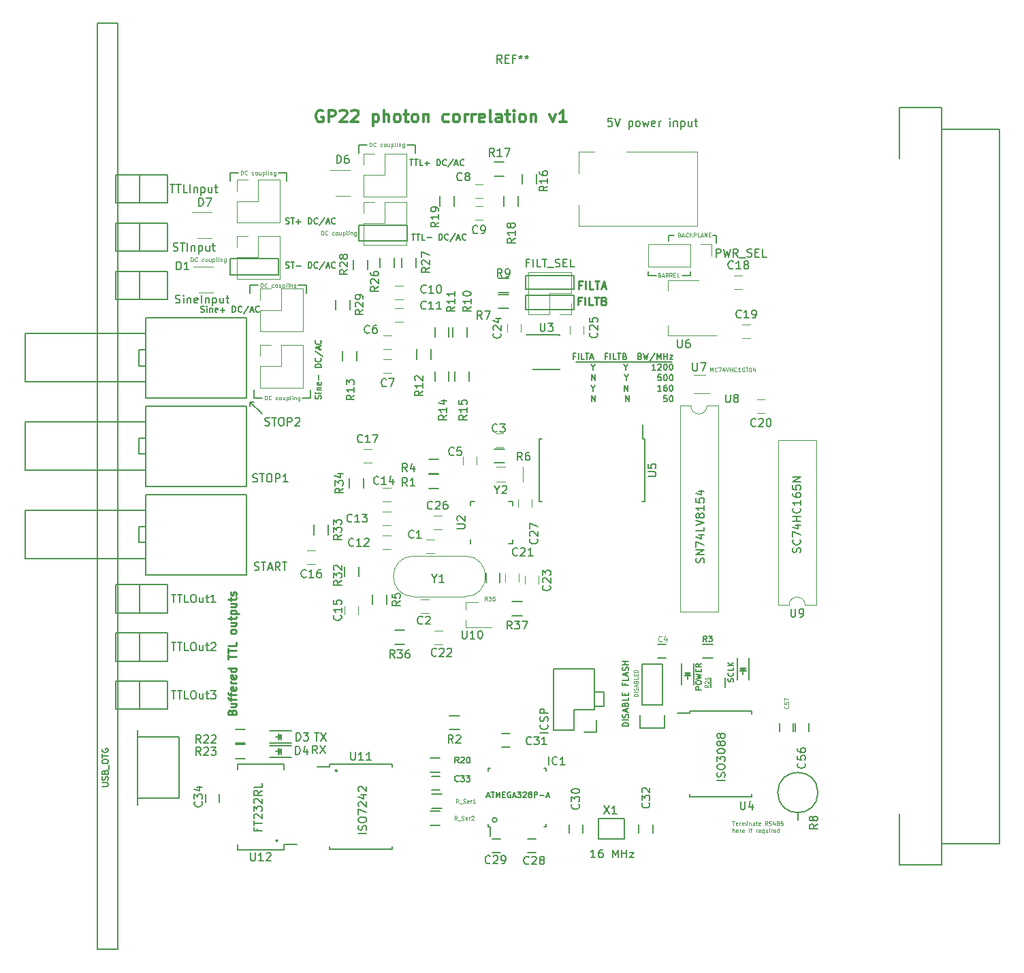
<source format=gto>
G04 #@! TF.FileFunction,Legend,Top*
%FSLAX46Y46*%
G04 Gerber Fmt 4.6, Leading zero omitted, Abs format (unit mm)*
G04 Created by KiCad (PCBNEW 4.0.4-stable) date 02/10/17 16:54:17*
%MOMM*%
%LPD*%
G01*
G04 APERTURE LIST*
%ADD10C,0.150000*%
%ADD11C,0.250000*%
%ADD12C,0.187500*%
%ADD13C,0.300000*%
%ADD14C,0.200000*%
%ADD15C,0.125000*%
%ADD16C,0.120000*%
%ADD17C,0.127000*%
G04 APERTURE END LIST*
D10*
D11*
X176728571Y-113085716D02*
X176776190Y-112942859D01*
X176823810Y-112895240D01*
X176919048Y-112847621D01*
X177061905Y-112847621D01*
X177157143Y-112895240D01*
X177204762Y-112942859D01*
X177252381Y-113038097D01*
X177252381Y-113419050D01*
X176252381Y-113419050D01*
X176252381Y-113085716D01*
X176300000Y-112990478D01*
X176347619Y-112942859D01*
X176442857Y-112895240D01*
X176538095Y-112895240D01*
X176633333Y-112942859D01*
X176680952Y-112990478D01*
X176728571Y-113085716D01*
X176728571Y-113419050D01*
X176585714Y-111990478D02*
X177252381Y-111990478D01*
X176585714Y-112419050D02*
X177109524Y-112419050D01*
X177204762Y-112371431D01*
X177252381Y-112276193D01*
X177252381Y-112133335D01*
X177204762Y-112038097D01*
X177157143Y-111990478D01*
X176585714Y-111657145D02*
X176585714Y-111276193D01*
X177252381Y-111514288D02*
X176395238Y-111514288D01*
X176300000Y-111466669D01*
X176252381Y-111371431D01*
X176252381Y-111276193D01*
X176585714Y-111085716D02*
X176585714Y-110704764D01*
X177252381Y-110942859D02*
X176395238Y-110942859D01*
X176300000Y-110895240D01*
X176252381Y-110800002D01*
X176252381Y-110704764D01*
X177204762Y-109990477D02*
X177252381Y-110085715D01*
X177252381Y-110276192D01*
X177204762Y-110371430D01*
X177109524Y-110419049D01*
X176728571Y-110419049D01*
X176633333Y-110371430D01*
X176585714Y-110276192D01*
X176585714Y-110085715D01*
X176633333Y-109990477D01*
X176728571Y-109942858D01*
X176823810Y-109942858D01*
X176919048Y-110419049D01*
X177252381Y-109514287D02*
X176585714Y-109514287D01*
X176776190Y-109514287D02*
X176680952Y-109466668D01*
X176633333Y-109419049D01*
X176585714Y-109323811D01*
X176585714Y-109228572D01*
X177204762Y-108514286D02*
X177252381Y-108609524D01*
X177252381Y-108800001D01*
X177204762Y-108895239D01*
X177109524Y-108942858D01*
X176728571Y-108942858D01*
X176633333Y-108895239D01*
X176585714Y-108800001D01*
X176585714Y-108609524D01*
X176633333Y-108514286D01*
X176728571Y-108466667D01*
X176823810Y-108466667D01*
X176919048Y-108942858D01*
X177252381Y-107609524D02*
X176252381Y-107609524D01*
X177204762Y-107609524D02*
X177252381Y-107704762D01*
X177252381Y-107895239D01*
X177204762Y-107990477D01*
X177157143Y-108038096D01*
X177061905Y-108085715D01*
X176776190Y-108085715D01*
X176680952Y-108038096D01*
X176633333Y-107990477D01*
X176585714Y-107895239D01*
X176585714Y-107704762D01*
X176633333Y-107609524D01*
X176252381Y-106514286D02*
X176252381Y-105942857D01*
X177252381Y-106228572D02*
X176252381Y-106228572D01*
X176252381Y-105752381D02*
X176252381Y-105180952D01*
X177252381Y-105466667D02*
X176252381Y-105466667D01*
X177252381Y-104371428D02*
X177252381Y-104847619D01*
X176252381Y-104847619D01*
X177252381Y-103133333D02*
X177204762Y-103228571D01*
X177157143Y-103276190D01*
X177061905Y-103323809D01*
X176776190Y-103323809D01*
X176680952Y-103276190D01*
X176633333Y-103228571D01*
X176585714Y-103133333D01*
X176585714Y-102990475D01*
X176633333Y-102895237D01*
X176680952Y-102847618D01*
X176776190Y-102799999D01*
X177061905Y-102799999D01*
X177157143Y-102847618D01*
X177204762Y-102895237D01*
X177252381Y-102990475D01*
X177252381Y-103133333D01*
X176585714Y-101942856D02*
X177252381Y-101942856D01*
X176585714Y-102371428D02*
X177109524Y-102371428D01*
X177204762Y-102323809D01*
X177252381Y-102228571D01*
X177252381Y-102085713D01*
X177204762Y-101990475D01*
X177157143Y-101942856D01*
X176585714Y-101609523D02*
X176585714Y-101228571D01*
X176252381Y-101466666D02*
X177109524Y-101466666D01*
X177204762Y-101419047D01*
X177252381Y-101323809D01*
X177252381Y-101228571D01*
X176585714Y-100895237D02*
X177585714Y-100895237D01*
X176633333Y-100895237D02*
X176585714Y-100799999D01*
X176585714Y-100609522D01*
X176633333Y-100514284D01*
X176680952Y-100466665D01*
X176776190Y-100419046D01*
X177061905Y-100419046D01*
X177157143Y-100466665D01*
X177204762Y-100514284D01*
X177252381Y-100609522D01*
X177252381Y-100799999D01*
X177204762Y-100895237D01*
X176585714Y-99561903D02*
X177252381Y-99561903D01*
X176585714Y-99990475D02*
X177109524Y-99990475D01*
X177204762Y-99942856D01*
X177252381Y-99847618D01*
X177252381Y-99704760D01*
X177204762Y-99609522D01*
X177157143Y-99561903D01*
X176585714Y-99228570D02*
X176585714Y-98847618D01*
X176252381Y-99085713D02*
X177109524Y-99085713D01*
X177204762Y-99038094D01*
X177252381Y-98942856D01*
X177252381Y-98847618D01*
X177204762Y-98561903D02*
X177252381Y-98466665D01*
X177252381Y-98276189D01*
X177204762Y-98180950D01*
X177109524Y-98133331D01*
X177061905Y-98133331D01*
X176966667Y-98180950D01*
X176919048Y-98276189D01*
X176919048Y-98419046D01*
X176871429Y-98514284D01*
X176776190Y-98561903D01*
X176728571Y-98561903D01*
X176633333Y-98514284D01*
X176585714Y-98419046D01*
X176585714Y-98276189D01*
X176633333Y-98180950D01*
D12*
X187803571Y-74142857D02*
X187839286Y-74035714D01*
X187839286Y-73857143D01*
X187803571Y-73785714D01*
X187767857Y-73750000D01*
X187696429Y-73714285D01*
X187625000Y-73714285D01*
X187553571Y-73750000D01*
X187517857Y-73785714D01*
X187482143Y-73857143D01*
X187446429Y-74000000D01*
X187410714Y-74071428D01*
X187375000Y-74107143D01*
X187303571Y-74142857D01*
X187232143Y-74142857D01*
X187160714Y-74107143D01*
X187125000Y-74071428D01*
X187089286Y-74000000D01*
X187089286Y-73821428D01*
X187125000Y-73714285D01*
X187839286Y-73392857D02*
X187339286Y-73392857D01*
X187089286Y-73392857D02*
X187125000Y-73428571D01*
X187160714Y-73392857D01*
X187125000Y-73357142D01*
X187089286Y-73392857D01*
X187160714Y-73392857D01*
X187339286Y-73035714D02*
X187839286Y-73035714D01*
X187410714Y-73035714D02*
X187375000Y-72999999D01*
X187339286Y-72928571D01*
X187339286Y-72821428D01*
X187375000Y-72749999D01*
X187446429Y-72714285D01*
X187839286Y-72714285D01*
X187803571Y-72071428D02*
X187839286Y-72142857D01*
X187839286Y-72285714D01*
X187803571Y-72357143D01*
X187732143Y-72392857D01*
X187446429Y-72392857D01*
X187375000Y-72357143D01*
X187339286Y-72285714D01*
X187339286Y-72142857D01*
X187375000Y-72071428D01*
X187446429Y-72035714D01*
X187517857Y-72035714D01*
X187589286Y-72392857D01*
X187553571Y-71714286D02*
X187553571Y-71142857D01*
X187839286Y-70214286D02*
X187089286Y-70214286D01*
X187089286Y-70035714D01*
X187125000Y-69928571D01*
X187196429Y-69857143D01*
X187267857Y-69821428D01*
X187410714Y-69785714D01*
X187517857Y-69785714D01*
X187660714Y-69821428D01*
X187732143Y-69857143D01*
X187803571Y-69928571D01*
X187839286Y-70035714D01*
X187839286Y-70214286D01*
X187767857Y-69035714D02*
X187803571Y-69071428D01*
X187839286Y-69178571D01*
X187839286Y-69250000D01*
X187803571Y-69357143D01*
X187732143Y-69428571D01*
X187660714Y-69464286D01*
X187517857Y-69500000D01*
X187410714Y-69500000D01*
X187267857Y-69464286D01*
X187196429Y-69428571D01*
X187125000Y-69357143D01*
X187089286Y-69250000D01*
X187089286Y-69178571D01*
X187125000Y-69071428D01*
X187160714Y-69035714D01*
X187053571Y-68178571D02*
X188017857Y-68821428D01*
X187625000Y-67964286D02*
X187625000Y-67607143D01*
X187839286Y-68035714D02*
X187089286Y-67785714D01*
X187839286Y-67535714D01*
X187767857Y-66857143D02*
X187803571Y-66892857D01*
X187839286Y-67000000D01*
X187839286Y-67071429D01*
X187803571Y-67178572D01*
X187732143Y-67250000D01*
X187660714Y-67285715D01*
X187517857Y-67321429D01*
X187410714Y-67321429D01*
X187267857Y-67285715D01*
X187196429Y-67250000D01*
X187125000Y-67178572D01*
X187089286Y-67071429D01*
X187089286Y-67000000D01*
X187125000Y-66892857D01*
X187160714Y-66857143D01*
X172857143Y-63303571D02*
X172964286Y-63339286D01*
X173142857Y-63339286D01*
X173214286Y-63303571D01*
X173250000Y-63267857D01*
X173285715Y-63196429D01*
X173285715Y-63125000D01*
X173250000Y-63053571D01*
X173214286Y-63017857D01*
X173142857Y-62982143D01*
X173000000Y-62946429D01*
X172928572Y-62910714D01*
X172892857Y-62875000D01*
X172857143Y-62803571D01*
X172857143Y-62732143D01*
X172892857Y-62660714D01*
X172928572Y-62625000D01*
X173000000Y-62589286D01*
X173178572Y-62589286D01*
X173285715Y-62625000D01*
X173607143Y-63339286D02*
X173607143Y-62839286D01*
X173607143Y-62589286D02*
X173571429Y-62625000D01*
X173607143Y-62660714D01*
X173642858Y-62625000D01*
X173607143Y-62589286D01*
X173607143Y-62660714D01*
X173964286Y-62839286D02*
X173964286Y-63339286D01*
X173964286Y-62910714D02*
X174000001Y-62875000D01*
X174071429Y-62839286D01*
X174178572Y-62839286D01*
X174250001Y-62875000D01*
X174285715Y-62946429D01*
X174285715Y-63339286D01*
X174928572Y-63303571D02*
X174857143Y-63339286D01*
X174714286Y-63339286D01*
X174642857Y-63303571D01*
X174607143Y-63232143D01*
X174607143Y-62946429D01*
X174642857Y-62875000D01*
X174714286Y-62839286D01*
X174857143Y-62839286D01*
X174928572Y-62875000D01*
X174964286Y-62946429D01*
X174964286Y-63017857D01*
X174607143Y-63089286D01*
X175285714Y-63053571D02*
X175857143Y-63053571D01*
X175571429Y-63339286D02*
X175571429Y-62767857D01*
X176785714Y-63339286D02*
X176785714Y-62589286D01*
X176964286Y-62589286D01*
X177071429Y-62625000D01*
X177142857Y-62696429D01*
X177178572Y-62767857D01*
X177214286Y-62910714D01*
X177214286Y-63017857D01*
X177178572Y-63160714D01*
X177142857Y-63232143D01*
X177071429Y-63303571D01*
X176964286Y-63339286D01*
X176785714Y-63339286D01*
X177964286Y-63267857D02*
X177928572Y-63303571D01*
X177821429Y-63339286D01*
X177750000Y-63339286D01*
X177642857Y-63303571D01*
X177571429Y-63232143D01*
X177535714Y-63160714D01*
X177500000Y-63017857D01*
X177500000Y-62910714D01*
X177535714Y-62767857D01*
X177571429Y-62696429D01*
X177642857Y-62625000D01*
X177750000Y-62589286D01*
X177821429Y-62589286D01*
X177928572Y-62625000D01*
X177964286Y-62660714D01*
X178821429Y-62553571D02*
X178178572Y-63517857D01*
X179035714Y-63125000D02*
X179392857Y-63125000D01*
X178964286Y-63339286D02*
X179214286Y-62589286D01*
X179464286Y-63339286D01*
X180142857Y-63267857D02*
X180107143Y-63303571D01*
X180000000Y-63339286D01*
X179928571Y-63339286D01*
X179821428Y-63303571D01*
X179750000Y-63232143D01*
X179714285Y-63160714D01*
X179678571Y-63017857D01*
X179678571Y-62910714D01*
X179714285Y-62767857D01*
X179750000Y-62696429D01*
X179821428Y-62625000D01*
X179928571Y-62589286D01*
X180000000Y-62589286D01*
X180107143Y-62625000D01*
X180142857Y-62660714D01*
X183410714Y-57803571D02*
X183517857Y-57839286D01*
X183696428Y-57839286D01*
X183767857Y-57803571D01*
X183803571Y-57767857D01*
X183839286Y-57696429D01*
X183839286Y-57625000D01*
X183803571Y-57553571D01*
X183767857Y-57517857D01*
X183696428Y-57482143D01*
X183553571Y-57446429D01*
X183482143Y-57410714D01*
X183446428Y-57375000D01*
X183410714Y-57303571D01*
X183410714Y-57232143D01*
X183446428Y-57160714D01*
X183482143Y-57125000D01*
X183553571Y-57089286D01*
X183732143Y-57089286D01*
X183839286Y-57125000D01*
X184053572Y-57089286D02*
X184482143Y-57089286D01*
X184267857Y-57839286D02*
X184267857Y-57089286D01*
X184732143Y-57553571D02*
X185303572Y-57553571D01*
X186232143Y-57839286D02*
X186232143Y-57089286D01*
X186410715Y-57089286D01*
X186517858Y-57125000D01*
X186589286Y-57196429D01*
X186625001Y-57267857D01*
X186660715Y-57410714D01*
X186660715Y-57517857D01*
X186625001Y-57660714D01*
X186589286Y-57732143D01*
X186517858Y-57803571D01*
X186410715Y-57839286D01*
X186232143Y-57839286D01*
X187410715Y-57767857D02*
X187375001Y-57803571D01*
X187267858Y-57839286D01*
X187196429Y-57839286D01*
X187089286Y-57803571D01*
X187017858Y-57732143D01*
X186982143Y-57660714D01*
X186946429Y-57517857D01*
X186946429Y-57410714D01*
X186982143Y-57267857D01*
X187017858Y-57196429D01*
X187089286Y-57125000D01*
X187196429Y-57089286D01*
X187267858Y-57089286D01*
X187375001Y-57125000D01*
X187410715Y-57160714D01*
X188267858Y-57053571D02*
X187625001Y-58017857D01*
X188482143Y-57625000D02*
X188839286Y-57625000D01*
X188410715Y-57839286D02*
X188660715Y-57089286D01*
X188910715Y-57839286D01*
X189589286Y-57767857D02*
X189553572Y-57803571D01*
X189446429Y-57839286D01*
X189375000Y-57839286D01*
X189267857Y-57803571D01*
X189196429Y-57732143D01*
X189160714Y-57660714D01*
X189125000Y-57517857D01*
X189125000Y-57410714D01*
X189160714Y-57267857D01*
X189196429Y-57196429D01*
X189267857Y-57125000D01*
X189375000Y-57089286D01*
X189446429Y-57089286D01*
X189553572Y-57125000D01*
X189589286Y-57160714D01*
X183410714Y-52303571D02*
X183517857Y-52339286D01*
X183696428Y-52339286D01*
X183767857Y-52303571D01*
X183803571Y-52267857D01*
X183839286Y-52196429D01*
X183839286Y-52125000D01*
X183803571Y-52053571D01*
X183767857Y-52017857D01*
X183696428Y-51982143D01*
X183553571Y-51946429D01*
X183482143Y-51910714D01*
X183446428Y-51875000D01*
X183410714Y-51803571D01*
X183410714Y-51732143D01*
X183446428Y-51660714D01*
X183482143Y-51625000D01*
X183553571Y-51589286D01*
X183732143Y-51589286D01*
X183839286Y-51625000D01*
X184053572Y-51589286D02*
X184482143Y-51589286D01*
X184267857Y-52339286D02*
X184267857Y-51589286D01*
X184732143Y-52053571D02*
X185303572Y-52053571D01*
X185017858Y-52339286D02*
X185017858Y-51767857D01*
X186232143Y-52339286D02*
X186232143Y-51589286D01*
X186410715Y-51589286D01*
X186517858Y-51625000D01*
X186589286Y-51696429D01*
X186625001Y-51767857D01*
X186660715Y-51910714D01*
X186660715Y-52017857D01*
X186625001Y-52160714D01*
X186589286Y-52232143D01*
X186517858Y-52303571D01*
X186410715Y-52339286D01*
X186232143Y-52339286D01*
X187410715Y-52267857D02*
X187375001Y-52303571D01*
X187267858Y-52339286D01*
X187196429Y-52339286D01*
X187089286Y-52303571D01*
X187017858Y-52232143D01*
X186982143Y-52160714D01*
X186946429Y-52017857D01*
X186946429Y-51910714D01*
X186982143Y-51767857D01*
X187017858Y-51696429D01*
X187089286Y-51625000D01*
X187196429Y-51589286D01*
X187267858Y-51589286D01*
X187375001Y-51625000D01*
X187410715Y-51660714D01*
X188267858Y-51553571D02*
X187625001Y-52517857D01*
X188482143Y-52125000D02*
X188839286Y-52125000D01*
X188410715Y-52339286D02*
X188660715Y-51589286D01*
X188910715Y-52339286D01*
X189589286Y-52267857D02*
X189553572Y-52303571D01*
X189446429Y-52339286D01*
X189375000Y-52339286D01*
X189267857Y-52303571D01*
X189196429Y-52232143D01*
X189160714Y-52160714D01*
X189125000Y-52017857D01*
X189125000Y-51910714D01*
X189160714Y-51767857D01*
X189196429Y-51696429D01*
X189267857Y-51625000D01*
X189375000Y-51589286D01*
X189446429Y-51589286D01*
X189553572Y-51625000D01*
X189589286Y-51660714D01*
X199107143Y-53589286D02*
X199535714Y-53589286D01*
X199321428Y-54339286D02*
X199321428Y-53589286D01*
X199678572Y-53589286D02*
X200107143Y-53589286D01*
X199892857Y-54339286D02*
X199892857Y-53589286D01*
X200714286Y-54339286D02*
X200357143Y-54339286D01*
X200357143Y-53589286D01*
X200964286Y-54053571D02*
X201535715Y-54053571D01*
X202464286Y-54339286D02*
X202464286Y-53589286D01*
X202642858Y-53589286D01*
X202750001Y-53625000D01*
X202821429Y-53696429D01*
X202857144Y-53767857D01*
X202892858Y-53910714D01*
X202892858Y-54017857D01*
X202857144Y-54160714D01*
X202821429Y-54232143D01*
X202750001Y-54303571D01*
X202642858Y-54339286D01*
X202464286Y-54339286D01*
X203642858Y-54267857D02*
X203607144Y-54303571D01*
X203500001Y-54339286D01*
X203428572Y-54339286D01*
X203321429Y-54303571D01*
X203250001Y-54232143D01*
X203214286Y-54160714D01*
X203178572Y-54017857D01*
X203178572Y-53910714D01*
X203214286Y-53767857D01*
X203250001Y-53696429D01*
X203321429Y-53625000D01*
X203428572Y-53589286D01*
X203500001Y-53589286D01*
X203607144Y-53625000D01*
X203642858Y-53660714D01*
X204500001Y-53553571D02*
X203857144Y-54517857D01*
X204714286Y-54125000D02*
X205071429Y-54125000D01*
X204642858Y-54339286D02*
X204892858Y-53589286D01*
X205142858Y-54339286D01*
X205821429Y-54267857D02*
X205785715Y-54303571D01*
X205678572Y-54339286D01*
X205607143Y-54339286D01*
X205500000Y-54303571D01*
X205428572Y-54232143D01*
X205392857Y-54160714D01*
X205357143Y-54017857D01*
X205357143Y-53910714D01*
X205392857Y-53767857D01*
X205428572Y-53696429D01*
X205500000Y-53625000D01*
X205607143Y-53589286D01*
X205678572Y-53589286D01*
X205785715Y-53625000D01*
X205821429Y-53660714D01*
X198857143Y-44339286D02*
X199285714Y-44339286D01*
X199071428Y-45089286D02*
X199071428Y-44339286D01*
X199428572Y-44339286D02*
X199857143Y-44339286D01*
X199642857Y-45089286D02*
X199642857Y-44339286D01*
X200464286Y-45089286D02*
X200107143Y-45089286D01*
X200107143Y-44339286D01*
X200714286Y-44803571D02*
X201285715Y-44803571D01*
X201000001Y-45089286D02*
X201000001Y-44517857D01*
X202214286Y-45089286D02*
X202214286Y-44339286D01*
X202392858Y-44339286D01*
X202500001Y-44375000D01*
X202571429Y-44446429D01*
X202607144Y-44517857D01*
X202642858Y-44660714D01*
X202642858Y-44767857D01*
X202607144Y-44910714D01*
X202571429Y-44982143D01*
X202500001Y-45053571D01*
X202392858Y-45089286D01*
X202214286Y-45089286D01*
X203392858Y-45017857D02*
X203357144Y-45053571D01*
X203250001Y-45089286D01*
X203178572Y-45089286D01*
X203071429Y-45053571D01*
X203000001Y-44982143D01*
X202964286Y-44910714D01*
X202928572Y-44767857D01*
X202928572Y-44660714D01*
X202964286Y-44517857D01*
X203000001Y-44446429D01*
X203071429Y-44375000D01*
X203178572Y-44339286D01*
X203250001Y-44339286D01*
X203357144Y-44375000D01*
X203392858Y-44410714D01*
X204250001Y-44303571D02*
X203607144Y-45267857D01*
X204464286Y-44875000D02*
X204821429Y-44875000D01*
X204392858Y-45089286D02*
X204642858Y-44339286D01*
X204892858Y-45089286D01*
X205571429Y-45017857D02*
X205535715Y-45053571D01*
X205428572Y-45089286D01*
X205357143Y-45089286D01*
X205250000Y-45053571D01*
X205178572Y-44982143D01*
X205142857Y-44910714D01*
X205107143Y-44767857D01*
X205107143Y-44660714D01*
X205142857Y-44517857D01*
X205178572Y-44446429D01*
X205250000Y-44375000D01*
X205357143Y-44339286D01*
X205428572Y-44339286D01*
X205535715Y-44375000D01*
X205571429Y-44410714D01*
D13*
X188035715Y-38250000D02*
X187892858Y-38178571D01*
X187678572Y-38178571D01*
X187464287Y-38250000D01*
X187321429Y-38392857D01*
X187250001Y-38535714D01*
X187178572Y-38821429D01*
X187178572Y-39035714D01*
X187250001Y-39321429D01*
X187321429Y-39464286D01*
X187464287Y-39607143D01*
X187678572Y-39678571D01*
X187821429Y-39678571D01*
X188035715Y-39607143D01*
X188107144Y-39535714D01*
X188107144Y-39035714D01*
X187821429Y-39035714D01*
X188750001Y-39678571D02*
X188750001Y-38178571D01*
X189321429Y-38178571D01*
X189464287Y-38250000D01*
X189535715Y-38321429D01*
X189607144Y-38464286D01*
X189607144Y-38678571D01*
X189535715Y-38821429D01*
X189464287Y-38892857D01*
X189321429Y-38964286D01*
X188750001Y-38964286D01*
X190178572Y-38321429D02*
X190250001Y-38250000D01*
X190392858Y-38178571D01*
X190750001Y-38178571D01*
X190892858Y-38250000D01*
X190964287Y-38321429D01*
X191035715Y-38464286D01*
X191035715Y-38607143D01*
X190964287Y-38821429D01*
X190107144Y-39678571D01*
X191035715Y-39678571D01*
X191607143Y-38321429D02*
X191678572Y-38250000D01*
X191821429Y-38178571D01*
X192178572Y-38178571D01*
X192321429Y-38250000D01*
X192392858Y-38321429D01*
X192464286Y-38464286D01*
X192464286Y-38607143D01*
X192392858Y-38821429D01*
X191535715Y-39678571D01*
X192464286Y-39678571D01*
X194250000Y-38678571D02*
X194250000Y-40178571D01*
X194250000Y-38750000D02*
X194392857Y-38678571D01*
X194678571Y-38678571D01*
X194821428Y-38750000D01*
X194892857Y-38821429D01*
X194964286Y-38964286D01*
X194964286Y-39392857D01*
X194892857Y-39535714D01*
X194821428Y-39607143D01*
X194678571Y-39678571D01*
X194392857Y-39678571D01*
X194250000Y-39607143D01*
X195607143Y-39678571D02*
X195607143Y-38178571D01*
X196250000Y-39678571D02*
X196250000Y-38892857D01*
X196178571Y-38750000D01*
X196035714Y-38678571D01*
X195821429Y-38678571D01*
X195678571Y-38750000D01*
X195607143Y-38821429D01*
X197178572Y-39678571D02*
X197035714Y-39607143D01*
X196964286Y-39535714D01*
X196892857Y-39392857D01*
X196892857Y-38964286D01*
X196964286Y-38821429D01*
X197035714Y-38750000D01*
X197178572Y-38678571D01*
X197392857Y-38678571D01*
X197535714Y-38750000D01*
X197607143Y-38821429D01*
X197678572Y-38964286D01*
X197678572Y-39392857D01*
X197607143Y-39535714D01*
X197535714Y-39607143D01*
X197392857Y-39678571D01*
X197178572Y-39678571D01*
X198107143Y-38678571D02*
X198678572Y-38678571D01*
X198321429Y-38178571D02*
X198321429Y-39464286D01*
X198392857Y-39607143D01*
X198535715Y-39678571D01*
X198678572Y-39678571D01*
X199392858Y-39678571D02*
X199250000Y-39607143D01*
X199178572Y-39535714D01*
X199107143Y-39392857D01*
X199107143Y-38964286D01*
X199178572Y-38821429D01*
X199250000Y-38750000D01*
X199392858Y-38678571D01*
X199607143Y-38678571D01*
X199750000Y-38750000D01*
X199821429Y-38821429D01*
X199892858Y-38964286D01*
X199892858Y-39392857D01*
X199821429Y-39535714D01*
X199750000Y-39607143D01*
X199607143Y-39678571D01*
X199392858Y-39678571D01*
X200535715Y-38678571D02*
X200535715Y-39678571D01*
X200535715Y-38821429D02*
X200607143Y-38750000D01*
X200750001Y-38678571D01*
X200964286Y-38678571D01*
X201107143Y-38750000D01*
X201178572Y-38892857D01*
X201178572Y-39678571D01*
X203678572Y-39607143D02*
X203535715Y-39678571D01*
X203250001Y-39678571D01*
X203107143Y-39607143D01*
X203035715Y-39535714D01*
X202964286Y-39392857D01*
X202964286Y-38964286D01*
X203035715Y-38821429D01*
X203107143Y-38750000D01*
X203250001Y-38678571D01*
X203535715Y-38678571D01*
X203678572Y-38750000D01*
X204535715Y-39678571D02*
X204392857Y-39607143D01*
X204321429Y-39535714D01*
X204250000Y-39392857D01*
X204250000Y-38964286D01*
X204321429Y-38821429D01*
X204392857Y-38750000D01*
X204535715Y-38678571D01*
X204750000Y-38678571D01*
X204892857Y-38750000D01*
X204964286Y-38821429D01*
X205035715Y-38964286D01*
X205035715Y-39392857D01*
X204964286Y-39535714D01*
X204892857Y-39607143D01*
X204750000Y-39678571D01*
X204535715Y-39678571D01*
X205678572Y-39678571D02*
X205678572Y-38678571D01*
X205678572Y-38964286D02*
X205750000Y-38821429D01*
X205821429Y-38750000D01*
X205964286Y-38678571D01*
X206107143Y-38678571D01*
X206607143Y-39678571D02*
X206607143Y-38678571D01*
X206607143Y-38964286D02*
X206678571Y-38821429D01*
X206750000Y-38750000D01*
X206892857Y-38678571D01*
X207035714Y-38678571D01*
X208107142Y-39607143D02*
X207964285Y-39678571D01*
X207678571Y-39678571D01*
X207535714Y-39607143D01*
X207464285Y-39464286D01*
X207464285Y-38892857D01*
X207535714Y-38750000D01*
X207678571Y-38678571D01*
X207964285Y-38678571D01*
X208107142Y-38750000D01*
X208178571Y-38892857D01*
X208178571Y-39035714D01*
X207464285Y-39178571D01*
X209035714Y-39678571D02*
X208892856Y-39607143D01*
X208821428Y-39464286D01*
X208821428Y-38178571D01*
X210249999Y-39678571D02*
X210249999Y-38892857D01*
X210178570Y-38750000D01*
X210035713Y-38678571D01*
X209749999Y-38678571D01*
X209607142Y-38750000D01*
X210249999Y-39607143D02*
X210107142Y-39678571D01*
X209749999Y-39678571D01*
X209607142Y-39607143D01*
X209535713Y-39464286D01*
X209535713Y-39321429D01*
X209607142Y-39178571D01*
X209749999Y-39107143D01*
X210107142Y-39107143D01*
X210249999Y-39035714D01*
X210749999Y-38678571D02*
X211321428Y-38678571D01*
X210964285Y-38178571D02*
X210964285Y-39464286D01*
X211035713Y-39607143D01*
X211178571Y-39678571D01*
X211321428Y-39678571D01*
X211821428Y-39678571D02*
X211821428Y-38678571D01*
X211821428Y-38178571D02*
X211749999Y-38250000D01*
X211821428Y-38321429D01*
X211892856Y-38250000D01*
X211821428Y-38178571D01*
X211821428Y-38321429D01*
X212750000Y-39678571D02*
X212607142Y-39607143D01*
X212535714Y-39535714D01*
X212464285Y-39392857D01*
X212464285Y-38964286D01*
X212535714Y-38821429D01*
X212607142Y-38750000D01*
X212750000Y-38678571D01*
X212964285Y-38678571D01*
X213107142Y-38750000D01*
X213178571Y-38821429D01*
X213250000Y-38964286D01*
X213250000Y-39392857D01*
X213178571Y-39535714D01*
X213107142Y-39607143D01*
X212964285Y-39678571D01*
X212750000Y-39678571D01*
X213892857Y-38678571D02*
X213892857Y-39678571D01*
X213892857Y-38821429D02*
X213964285Y-38750000D01*
X214107143Y-38678571D01*
X214321428Y-38678571D01*
X214464285Y-38750000D01*
X214535714Y-38892857D01*
X214535714Y-39678571D01*
X216250000Y-38678571D02*
X216607143Y-39678571D01*
X216964285Y-38678571D01*
X218321428Y-39678571D02*
X217464285Y-39678571D01*
X217892857Y-39678571D02*
X217892857Y-38178571D01*
X217750000Y-38392857D01*
X217607142Y-38535714D01*
X217464285Y-38607143D01*
D14*
X228500000Y-58250000D02*
X228500000Y-58750000D01*
X228500000Y-58750000D02*
X228500000Y-58500000D01*
X229000000Y-58750000D02*
X228500000Y-58750000D01*
X229500000Y-58750000D02*
X228750000Y-58750000D01*
X233750000Y-58750000D02*
X233750000Y-58250000D01*
X232750000Y-58750000D02*
X233750000Y-58750000D01*
X237000000Y-53750000D02*
X237000000Y-54750000D01*
X236500000Y-53750000D02*
X237000000Y-53750000D01*
X231000000Y-53750000D02*
X231750000Y-53750000D01*
X231000000Y-54500000D02*
X231000000Y-53750000D01*
D15*
X229892857Y-58714286D02*
X229964286Y-58738095D01*
X229988095Y-58761905D01*
X230011905Y-58809524D01*
X230011905Y-58880952D01*
X229988095Y-58928571D01*
X229964286Y-58952381D01*
X229916667Y-58976190D01*
X229726191Y-58976190D01*
X229726191Y-58476190D01*
X229892857Y-58476190D01*
X229940476Y-58500000D01*
X229964286Y-58523810D01*
X229988095Y-58571429D01*
X229988095Y-58619048D01*
X229964286Y-58666667D01*
X229940476Y-58690476D01*
X229892857Y-58714286D01*
X229726191Y-58714286D01*
X230202381Y-58833333D02*
X230440476Y-58833333D01*
X230154762Y-58976190D02*
X230321429Y-58476190D01*
X230488095Y-58976190D01*
X230940476Y-58976190D02*
X230773809Y-58738095D01*
X230654762Y-58976190D02*
X230654762Y-58476190D01*
X230845238Y-58476190D01*
X230892857Y-58500000D01*
X230916666Y-58523810D01*
X230940476Y-58571429D01*
X230940476Y-58642857D01*
X230916666Y-58690476D01*
X230892857Y-58714286D01*
X230845238Y-58738095D01*
X230654762Y-58738095D01*
X231440476Y-58976190D02*
X231273809Y-58738095D01*
X231154762Y-58976190D02*
X231154762Y-58476190D01*
X231345238Y-58476190D01*
X231392857Y-58500000D01*
X231416666Y-58523810D01*
X231440476Y-58571429D01*
X231440476Y-58642857D01*
X231416666Y-58690476D01*
X231392857Y-58714286D01*
X231345238Y-58738095D01*
X231154762Y-58738095D01*
X231654762Y-58714286D02*
X231821428Y-58714286D01*
X231892857Y-58976190D02*
X231654762Y-58976190D01*
X231654762Y-58476190D01*
X231892857Y-58476190D01*
X232345238Y-58976190D02*
X232107143Y-58976190D01*
X232107143Y-58476190D01*
X232416667Y-53714286D02*
X232488096Y-53738095D01*
X232511905Y-53761905D01*
X232535715Y-53809524D01*
X232535715Y-53880952D01*
X232511905Y-53928571D01*
X232488096Y-53952381D01*
X232440477Y-53976190D01*
X232250001Y-53976190D01*
X232250001Y-53476190D01*
X232416667Y-53476190D01*
X232464286Y-53500000D01*
X232488096Y-53523810D01*
X232511905Y-53571429D01*
X232511905Y-53619048D01*
X232488096Y-53666667D01*
X232464286Y-53690476D01*
X232416667Y-53714286D01*
X232250001Y-53714286D01*
X232726191Y-53833333D02*
X232964286Y-53833333D01*
X232678572Y-53976190D02*
X232845239Y-53476190D01*
X233011905Y-53976190D01*
X233464286Y-53928571D02*
X233440476Y-53952381D01*
X233369048Y-53976190D01*
X233321429Y-53976190D01*
X233250000Y-53952381D01*
X233202381Y-53904762D01*
X233178572Y-53857143D01*
X233154762Y-53761905D01*
X233154762Y-53690476D01*
X233178572Y-53595238D01*
X233202381Y-53547619D01*
X233250000Y-53500000D01*
X233321429Y-53476190D01*
X233369048Y-53476190D01*
X233440476Y-53500000D01*
X233464286Y-53523810D01*
X233678572Y-53976190D02*
X233678572Y-53476190D01*
X233964286Y-53976190D02*
X233750000Y-53690476D01*
X233964286Y-53476190D02*
X233678572Y-53761905D01*
X234178572Y-53976190D02*
X234178572Y-53476190D01*
X234369048Y-53476190D01*
X234416667Y-53500000D01*
X234440476Y-53523810D01*
X234464286Y-53571429D01*
X234464286Y-53642857D01*
X234440476Y-53690476D01*
X234416667Y-53714286D01*
X234369048Y-53738095D01*
X234178572Y-53738095D01*
X234916667Y-53976190D02*
X234678572Y-53976190D01*
X234678572Y-53476190D01*
X235059524Y-53833333D02*
X235297619Y-53833333D01*
X235011905Y-53976190D02*
X235178572Y-53476190D01*
X235345238Y-53976190D01*
X235511905Y-53976190D02*
X235511905Y-53476190D01*
X235797619Y-53976190D01*
X235797619Y-53476190D01*
X236035715Y-53714286D02*
X236202381Y-53714286D01*
X236273810Y-53976190D02*
X236035715Y-53976190D01*
X236035715Y-53476190D01*
X236273810Y-53476190D01*
D14*
X231500000Y-69500000D02*
X219500000Y-69500000D01*
D12*
X219428571Y-68821429D02*
X219178571Y-68821429D01*
X219178571Y-69214286D02*
X219178571Y-68464286D01*
X219535714Y-68464286D01*
X219821428Y-69214286D02*
X219821428Y-68464286D01*
X220535714Y-69214286D02*
X220178571Y-69214286D01*
X220178571Y-68464286D01*
X220678572Y-68464286D02*
X221107143Y-68464286D01*
X220892857Y-69214286D02*
X220892857Y-68464286D01*
X221321429Y-69000000D02*
X221678572Y-69000000D01*
X221250001Y-69214286D02*
X221500001Y-68464286D01*
X221750001Y-69214286D01*
X223392858Y-68821429D02*
X223142858Y-68821429D01*
X223142858Y-69214286D02*
X223142858Y-68464286D01*
X223500001Y-68464286D01*
X223785715Y-69214286D02*
X223785715Y-68464286D01*
X224500001Y-69214286D02*
X224142858Y-69214286D01*
X224142858Y-68464286D01*
X224642859Y-68464286D02*
X225071430Y-68464286D01*
X224857144Y-69214286D02*
X224857144Y-68464286D01*
X225571430Y-68821429D02*
X225678573Y-68857143D01*
X225714288Y-68892857D01*
X225750002Y-68964286D01*
X225750002Y-69071429D01*
X225714288Y-69142857D01*
X225678573Y-69178571D01*
X225607145Y-69214286D01*
X225321430Y-69214286D01*
X225321430Y-68464286D01*
X225571430Y-68464286D01*
X225642859Y-68500000D01*
X225678573Y-68535714D01*
X225714288Y-68607143D01*
X225714288Y-68678571D01*
X225678573Y-68750000D01*
X225642859Y-68785714D01*
X225571430Y-68821429D01*
X225321430Y-68821429D01*
X227464288Y-68821429D02*
X227571431Y-68857143D01*
X227607146Y-68892857D01*
X227642860Y-68964286D01*
X227642860Y-69071429D01*
X227607146Y-69142857D01*
X227571431Y-69178571D01*
X227500003Y-69214286D01*
X227214288Y-69214286D01*
X227214288Y-68464286D01*
X227464288Y-68464286D01*
X227535717Y-68500000D01*
X227571431Y-68535714D01*
X227607146Y-68607143D01*
X227607146Y-68678571D01*
X227571431Y-68750000D01*
X227535717Y-68785714D01*
X227464288Y-68821429D01*
X227214288Y-68821429D01*
X227892860Y-68464286D02*
X228071431Y-69214286D01*
X228214288Y-68678571D01*
X228357146Y-69214286D01*
X228535717Y-68464286D01*
X229357146Y-68428571D02*
X228714289Y-69392857D01*
X229607145Y-69214286D02*
X229607145Y-68464286D01*
X229857145Y-69000000D01*
X230107145Y-68464286D01*
X230107145Y-69214286D01*
X230464288Y-69214286D02*
X230464288Y-68464286D01*
X230464288Y-68821429D02*
X230892860Y-68821429D01*
X230892860Y-69214286D02*
X230892860Y-68464286D01*
X231178574Y-68714286D02*
X231571431Y-68714286D01*
X231178574Y-69214286D01*
X231571431Y-69214286D01*
X221607145Y-70169643D02*
X221607145Y-70526786D01*
X221357145Y-69776786D02*
X221607145Y-70169643D01*
X221857145Y-69776786D01*
X225678576Y-70169643D02*
X225678576Y-70526786D01*
X225428576Y-69776786D02*
X225678576Y-70169643D01*
X225928576Y-69776786D01*
X229428578Y-70526786D02*
X229000006Y-70526786D01*
X229214292Y-70526786D02*
X229214292Y-69776786D01*
X229142863Y-69883929D01*
X229071435Y-69955357D01*
X229000006Y-69991071D01*
X229714292Y-69848214D02*
X229750006Y-69812500D01*
X229821435Y-69776786D01*
X230000006Y-69776786D01*
X230071435Y-69812500D01*
X230107149Y-69848214D01*
X230142864Y-69919643D01*
X230142864Y-69991071D01*
X230107149Y-70098214D01*
X229678578Y-70526786D01*
X230142864Y-70526786D01*
X230607150Y-69776786D02*
X230678578Y-69776786D01*
X230750007Y-69812500D01*
X230785721Y-69848214D01*
X230821435Y-69919643D01*
X230857150Y-70062500D01*
X230857150Y-70241071D01*
X230821435Y-70383929D01*
X230785721Y-70455357D01*
X230750007Y-70491071D01*
X230678578Y-70526786D01*
X230607150Y-70526786D01*
X230535721Y-70491071D01*
X230500007Y-70455357D01*
X230464292Y-70383929D01*
X230428578Y-70241071D01*
X230428578Y-70062500D01*
X230464292Y-69919643D01*
X230500007Y-69848214D01*
X230535721Y-69812500D01*
X230607150Y-69776786D01*
X231321436Y-69776786D02*
X231392864Y-69776786D01*
X231464293Y-69812500D01*
X231500007Y-69848214D01*
X231535721Y-69919643D01*
X231571436Y-70062500D01*
X231571436Y-70241071D01*
X231535721Y-70383929D01*
X231500007Y-70455357D01*
X231464293Y-70491071D01*
X231392864Y-70526786D01*
X231321436Y-70526786D01*
X231250007Y-70491071D01*
X231214293Y-70455357D01*
X231178578Y-70383929D01*
X231142864Y-70241071D01*
X231142864Y-70062500D01*
X231178578Y-69919643D01*
X231214293Y-69848214D01*
X231250007Y-69812500D01*
X231321436Y-69776786D01*
X221464287Y-71839286D02*
X221464287Y-71089286D01*
X221892859Y-71839286D01*
X221892859Y-71089286D01*
X225821433Y-71482143D02*
X225821433Y-71839286D01*
X225571433Y-71089286D02*
X225821433Y-71482143D01*
X226071433Y-71089286D01*
X230107149Y-71089286D02*
X229750006Y-71089286D01*
X229714292Y-71446429D01*
X229750006Y-71410714D01*
X229821435Y-71375000D01*
X230000006Y-71375000D01*
X230071435Y-71410714D01*
X230107149Y-71446429D01*
X230142864Y-71517857D01*
X230142864Y-71696429D01*
X230107149Y-71767857D01*
X230071435Y-71803571D01*
X230000006Y-71839286D01*
X229821435Y-71839286D01*
X229750006Y-71803571D01*
X229714292Y-71767857D01*
X230607150Y-71089286D02*
X230678578Y-71089286D01*
X230750007Y-71125000D01*
X230785721Y-71160714D01*
X230821435Y-71232143D01*
X230857150Y-71375000D01*
X230857150Y-71553571D01*
X230821435Y-71696429D01*
X230785721Y-71767857D01*
X230750007Y-71803571D01*
X230678578Y-71839286D01*
X230607150Y-71839286D01*
X230535721Y-71803571D01*
X230500007Y-71767857D01*
X230464292Y-71696429D01*
X230428578Y-71553571D01*
X230428578Y-71375000D01*
X230464292Y-71232143D01*
X230500007Y-71160714D01*
X230535721Y-71125000D01*
X230607150Y-71089286D01*
X231321436Y-71089286D02*
X231392864Y-71089286D01*
X231464293Y-71125000D01*
X231500007Y-71160714D01*
X231535721Y-71232143D01*
X231571436Y-71375000D01*
X231571436Y-71553571D01*
X231535721Y-71696429D01*
X231500007Y-71767857D01*
X231464293Y-71803571D01*
X231392864Y-71839286D01*
X231321436Y-71839286D01*
X231250007Y-71803571D01*
X231214293Y-71767857D01*
X231178578Y-71696429D01*
X231142864Y-71553571D01*
X231142864Y-71375000D01*
X231178578Y-71232143D01*
X231214293Y-71160714D01*
X231250007Y-71125000D01*
X231321436Y-71089286D01*
X221607145Y-72794643D02*
X221607145Y-73151786D01*
X221357145Y-72401786D02*
X221607145Y-72794643D01*
X221857145Y-72401786D01*
X225535718Y-73151786D02*
X225535718Y-72401786D01*
X225964290Y-73151786D01*
X225964290Y-72401786D01*
X230142864Y-73151786D02*
X229714292Y-73151786D01*
X229928578Y-73151786D02*
X229928578Y-72401786D01*
X229857149Y-72508929D01*
X229785721Y-72580357D01*
X229714292Y-72616071D01*
X230785721Y-72401786D02*
X230642864Y-72401786D01*
X230571435Y-72437500D01*
X230535721Y-72473214D01*
X230464292Y-72580357D01*
X230428578Y-72723214D01*
X230428578Y-73008929D01*
X230464292Y-73080357D01*
X230500007Y-73116071D01*
X230571435Y-73151786D01*
X230714292Y-73151786D01*
X230785721Y-73116071D01*
X230821435Y-73080357D01*
X230857150Y-73008929D01*
X230857150Y-72830357D01*
X230821435Y-72758929D01*
X230785721Y-72723214D01*
X230714292Y-72687500D01*
X230571435Y-72687500D01*
X230500007Y-72723214D01*
X230464292Y-72758929D01*
X230428578Y-72830357D01*
X231321436Y-72401786D02*
X231392864Y-72401786D01*
X231464293Y-72437500D01*
X231500007Y-72473214D01*
X231535721Y-72544643D01*
X231571436Y-72687500D01*
X231571436Y-72866071D01*
X231535721Y-73008929D01*
X231500007Y-73080357D01*
X231464293Y-73116071D01*
X231392864Y-73151786D01*
X231321436Y-73151786D01*
X231250007Y-73116071D01*
X231214293Y-73080357D01*
X231178578Y-73008929D01*
X231142864Y-72866071D01*
X231142864Y-72687500D01*
X231178578Y-72544643D01*
X231214293Y-72473214D01*
X231250007Y-72437500D01*
X231321436Y-72401786D01*
X221464287Y-74464286D02*
X221464287Y-73714286D01*
X221892859Y-74464286D01*
X221892859Y-73714286D01*
X225678575Y-74464286D02*
X225678575Y-73714286D01*
X226107147Y-74464286D01*
X226107147Y-73714286D01*
X230821435Y-73714286D02*
X230464292Y-73714286D01*
X230428578Y-74071429D01*
X230464292Y-74035714D01*
X230535721Y-74000000D01*
X230714292Y-74000000D01*
X230785721Y-74035714D01*
X230821435Y-74071429D01*
X230857150Y-74142857D01*
X230857150Y-74321429D01*
X230821435Y-74392857D01*
X230785721Y-74428571D01*
X230714292Y-74464286D01*
X230535721Y-74464286D01*
X230464292Y-74428571D01*
X230428578Y-74392857D01*
X231321436Y-73714286D02*
X231392864Y-73714286D01*
X231464293Y-73750000D01*
X231500007Y-73785714D01*
X231535721Y-73857143D01*
X231571436Y-74000000D01*
X231571436Y-74178571D01*
X231535721Y-74321429D01*
X231500007Y-74392857D01*
X231464293Y-74428571D01*
X231392864Y-74464286D01*
X231321436Y-74464286D01*
X231250007Y-74428571D01*
X231214293Y-74392857D01*
X231178578Y-74321429D01*
X231142864Y-74178571D01*
X231142864Y-74000000D01*
X231178578Y-73857143D01*
X231214293Y-73785714D01*
X231250007Y-73750000D01*
X231321436Y-73714286D01*
D14*
X213250000Y-61250000D02*
X219250000Y-61250000D01*
X219250000Y-61250000D02*
X219250000Y-63000000D01*
X219250000Y-63000000D02*
X213250000Y-63000000D01*
X213250000Y-63000000D02*
X213250000Y-61250000D01*
D11*
X220119048Y-61928571D02*
X219785714Y-61928571D01*
X219785714Y-62452381D02*
X219785714Y-61452381D01*
X220261905Y-61452381D01*
X220642857Y-62452381D02*
X220642857Y-61452381D01*
X221595238Y-62452381D02*
X221119047Y-62452381D01*
X221119047Y-61452381D01*
X221785714Y-61452381D02*
X222357143Y-61452381D01*
X222071428Y-62452381D02*
X222071428Y-61452381D01*
X223023810Y-61928571D02*
X223166667Y-61976190D01*
X223214286Y-62023810D01*
X223261905Y-62119048D01*
X223261905Y-62261905D01*
X223214286Y-62357143D01*
X223166667Y-62404762D01*
X223071429Y-62452381D01*
X222690476Y-62452381D01*
X222690476Y-61452381D01*
X223023810Y-61452381D01*
X223119048Y-61500000D01*
X223166667Y-61547619D01*
X223214286Y-61642857D01*
X223214286Y-61738095D01*
X223166667Y-61833333D01*
X223119048Y-61880952D01*
X223023810Y-61928571D01*
X222690476Y-61928571D01*
X220190477Y-59928571D02*
X219857143Y-59928571D01*
X219857143Y-60452381D02*
X219857143Y-59452381D01*
X220333334Y-59452381D01*
X220714286Y-60452381D02*
X220714286Y-59452381D01*
X221666667Y-60452381D02*
X221190476Y-60452381D01*
X221190476Y-59452381D01*
X221857143Y-59452381D02*
X222428572Y-59452381D01*
X222142857Y-60452381D02*
X222142857Y-59452381D01*
X222714286Y-60166667D02*
X223190477Y-60166667D01*
X222619048Y-60452381D02*
X222952381Y-59452381D01*
X223285715Y-60452381D01*
D14*
X213250000Y-60500000D02*
X213250000Y-58750000D01*
X219250000Y-60500000D02*
X213250000Y-60500000D01*
X219250000Y-58750000D02*
X219250000Y-60500000D01*
X213250000Y-58750000D02*
X219250000Y-58750000D01*
X179000000Y-74500000D02*
X179500000Y-74500000D01*
X179000000Y-74500000D02*
X179000000Y-75000000D01*
X180500000Y-76000000D02*
X179000000Y-74500000D01*
D15*
X171633334Y-57026190D02*
X171633334Y-56526190D01*
X171752381Y-56526190D01*
X171823810Y-56550000D01*
X171871429Y-56597619D01*
X171895238Y-56645238D01*
X171919048Y-56740476D01*
X171919048Y-56811905D01*
X171895238Y-56907143D01*
X171871429Y-56954762D01*
X171823810Y-57002381D01*
X171752381Y-57026190D01*
X171633334Y-57026190D01*
X172419048Y-56978571D02*
X172395238Y-57002381D01*
X172323810Y-57026190D01*
X172276191Y-57026190D01*
X172204762Y-57002381D01*
X172157143Y-56954762D01*
X172133334Y-56907143D01*
X172109524Y-56811905D01*
X172109524Y-56740476D01*
X172133334Y-56645238D01*
X172157143Y-56597619D01*
X172204762Y-56550000D01*
X172276191Y-56526190D01*
X172323810Y-56526190D01*
X172395238Y-56550000D01*
X172419048Y-56573810D01*
X173228571Y-57002381D02*
X173180952Y-57026190D01*
X173085714Y-57026190D01*
X173038095Y-57002381D01*
X173014286Y-56978571D01*
X172990476Y-56930952D01*
X172990476Y-56788095D01*
X173014286Y-56740476D01*
X173038095Y-56716667D01*
X173085714Y-56692857D01*
X173180952Y-56692857D01*
X173228571Y-56716667D01*
X173514285Y-57026190D02*
X173466666Y-57002381D01*
X173442857Y-56978571D01*
X173419047Y-56930952D01*
X173419047Y-56788095D01*
X173442857Y-56740476D01*
X173466666Y-56716667D01*
X173514285Y-56692857D01*
X173585714Y-56692857D01*
X173633333Y-56716667D01*
X173657142Y-56740476D01*
X173680952Y-56788095D01*
X173680952Y-56930952D01*
X173657142Y-56978571D01*
X173633333Y-57002381D01*
X173585714Y-57026190D01*
X173514285Y-57026190D01*
X174109523Y-56692857D02*
X174109523Y-57026190D01*
X173895238Y-56692857D02*
X173895238Y-56954762D01*
X173919047Y-57002381D01*
X173966666Y-57026190D01*
X174038095Y-57026190D01*
X174085714Y-57002381D01*
X174109523Y-56978571D01*
X174347619Y-56692857D02*
X174347619Y-57192857D01*
X174347619Y-56716667D02*
X174395238Y-56692857D01*
X174490476Y-56692857D01*
X174538095Y-56716667D01*
X174561904Y-56740476D01*
X174585714Y-56788095D01*
X174585714Y-56930952D01*
X174561904Y-56978571D01*
X174538095Y-57002381D01*
X174490476Y-57026190D01*
X174395238Y-57026190D01*
X174347619Y-57002381D01*
X174871428Y-57026190D02*
X174823809Y-57002381D01*
X174800000Y-56954762D01*
X174800000Y-56526190D01*
X175061905Y-57026190D02*
X175061905Y-56692857D01*
X175061905Y-56526190D02*
X175038095Y-56550000D01*
X175061905Y-56573810D01*
X175085714Y-56550000D01*
X175061905Y-56526190D01*
X175061905Y-56573810D01*
X175300000Y-56692857D02*
X175300000Y-57026190D01*
X175300000Y-56740476D02*
X175323809Y-56716667D01*
X175371428Y-56692857D01*
X175442857Y-56692857D01*
X175490476Y-56716667D01*
X175514285Y-56764286D01*
X175514285Y-57026190D01*
X175966666Y-56692857D02*
X175966666Y-57097619D01*
X175942857Y-57145238D01*
X175919047Y-57169048D01*
X175871428Y-57192857D01*
X175800000Y-57192857D01*
X175752381Y-57169048D01*
X175966666Y-57002381D02*
X175919047Y-57026190D01*
X175823809Y-57026190D01*
X175776190Y-57002381D01*
X175752381Y-56978571D01*
X175728571Y-56930952D01*
X175728571Y-56788095D01*
X175752381Y-56740476D01*
X175776190Y-56716667D01*
X175823809Y-56692857D01*
X175919047Y-56692857D01*
X175966666Y-56716667D01*
D14*
X180500000Y-56700000D02*
X176500000Y-56700000D01*
X176500000Y-56700000D02*
X176500000Y-58700000D01*
X176500000Y-58700000D02*
X182500000Y-58700000D01*
X182500000Y-58700000D02*
X182500000Y-56700000D01*
X182500000Y-56700000D02*
X180500000Y-56700000D01*
D15*
X180333334Y-60226190D02*
X180333334Y-59726190D01*
X180452381Y-59726190D01*
X180523810Y-59750000D01*
X180571429Y-59797619D01*
X180595238Y-59845238D01*
X180619048Y-59940476D01*
X180619048Y-60011905D01*
X180595238Y-60107143D01*
X180571429Y-60154762D01*
X180523810Y-60202381D01*
X180452381Y-60226190D01*
X180333334Y-60226190D01*
X181119048Y-60178571D02*
X181095238Y-60202381D01*
X181023810Y-60226190D01*
X180976191Y-60226190D01*
X180904762Y-60202381D01*
X180857143Y-60154762D01*
X180833334Y-60107143D01*
X180809524Y-60011905D01*
X180809524Y-59940476D01*
X180833334Y-59845238D01*
X180857143Y-59797619D01*
X180904762Y-59750000D01*
X180976191Y-59726190D01*
X181023810Y-59726190D01*
X181095238Y-59750000D01*
X181119048Y-59773810D01*
X181928571Y-60202381D02*
X181880952Y-60226190D01*
X181785714Y-60226190D01*
X181738095Y-60202381D01*
X181714286Y-60178571D01*
X181690476Y-60130952D01*
X181690476Y-59988095D01*
X181714286Y-59940476D01*
X181738095Y-59916667D01*
X181785714Y-59892857D01*
X181880952Y-59892857D01*
X181928571Y-59916667D01*
X182214285Y-60226190D02*
X182166666Y-60202381D01*
X182142857Y-60178571D01*
X182119047Y-60130952D01*
X182119047Y-59988095D01*
X182142857Y-59940476D01*
X182166666Y-59916667D01*
X182214285Y-59892857D01*
X182285714Y-59892857D01*
X182333333Y-59916667D01*
X182357142Y-59940476D01*
X182380952Y-59988095D01*
X182380952Y-60130952D01*
X182357142Y-60178571D01*
X182333333Y-60202381D01*
X182285714Y-60226190D01*
X182214285Y-60226190D01*
X182809523Y-59892857D02*
X182809523Y-60226190D01*
X182595238Y-59892857D02*
X182595238Y-60154762D01*
X182619047Y-60202381D01*
X182666666Y-60226190D01*
X182738095Y-60226190D01*
X182785714Y-60202381D01*
X182809523Y-60178571D01*
X183047619Y-59892857D02*
X183047619Y-60392857D01*
X183047619Y-59916667D02*
X183095238Y-59892857D01*
X183190476Y-59892857D01*
X183238095Y-59916667D01*
X183261904Y-59940476D01*
X183285714Y-59988095D01*
X183285714Y-60130952D01*
X183261904Y-60178571D01*
X183238095Y-60202381D01*
X183190476Y-60226190D01*
X183095238Y-60226190D01*
X183047619Y-60202381D01*
X183571428Y-60226190D02*
X183523809Y-60202381D01*
X183500000Y-60154762D01*
X183500000Y-59726190D01*
X183761905Y-60226190D02*
X183761905Y-59892857D01*
X183761905Y-59726190D02*
X183738095Y-59750000D01*
X183761905Y-59773810D01*
X183785714Y-59750000D01*
X183761905Y-59726190D01*
X183761905Y-59773810D01*
X184000000Y-59892857D02*
X184000000Y-60226190D01*
X184000000Y-59940476D02*
X184023809Y-59916667D01*
X184071428Y-59892857D01*
X184142857Y-59892857D01*
X184190476Y-59916667D01*
X184214285Y-59964286D01*
X184214285Y-60226190D01*
X184666666Y-59892857D02*
X184666666Y-60297619D01*
X184642857Y-60345238D01*
X184619047Y-60369048D01*
X184571428Y-60392857D01*
X184500000Y-60392857D01*
X184452381Y-60369048D01*
X184666666Y-60202381D02*
X184619047Y-60226190D01*
X184523809Y-60226190D01*
X184476190Y-60202381D01*
X184452381Y-60178571D01*
X184428571Y-60130952D01*
X184428571Y-59988095D01*
X184452381Y-59940476D01*
X184476190Y-59916667D01*
X184523809Y-59892857D01*
X184619047Y-59892857D01*
X184666666Y-59916667D01*
D14*
X186000000Y-61000000D02*
X186000000Y-60000000D01*
X186000000Y-60000000D02*
X185000000Y-60000000D01*
X180000000Y-60000000D02*
X179000000Y-60000000D01*
X179000000Y-60000000D02*
X179000000Y-61000000D01*
X176500000Y-46000000D02*
X176500000Y-47000000D01*
X177500000Y-46000000D02*
X176500000Y-46000000D01*
X183500000Y-46000000D02*
X182500000Y-46000000D01*
X183500000Y-47000000D02*
X183500000Y-46000000D01*
D15*
X177833334Y-46226190D02*
X177833334Y-45726190D01*
X177952381Y-45726190D01*
X178023810Y-45750000D01*
X178071429Y-45797619D01*
X178095238Y-45845238D01*
X178119048Y-45940476D01*
X178119048Y-46011905D01*
X178095238Y-46107143D01*
X178071429Y-46154762D01*
X178023810Y-46202381D01*
X177952381Y-46226190D01*
X177833334Y-46226190D01*
X178619048Y-46178571D02*
X178595238Y-46202381D01*
X178523810Y-46226190D01*
X178476191Y-46226190D01*
X178404762Y-46202381D01*
X178357143Y-46154762D01*
X178333334Y-46107143D01*
X178309524Y-46011905D01*
X178309524Y-45940476D01*
X178333334Y-45845238D01*
X178357143Y-45797619D01*
X178404762Y-45750000D01*
X178476191Y-45726190D01*
X178523810Y-45726190D01*
X178595238Y-45750000D01*
X178619048Y-45773810D01*
X179428571Y-46202381D02*
X179380952Y-46226190D01*
X179285714Y-46226190D01*
X179238095Y-46202381D01*
X179214286Y-46178571D01*
X179190476Y-46130952D01*
X179190476Y-45988095D01*
X179214286Y-45940476D01*
X179238095Y-45916667D01*
X179285714Y-45892857D01*
X179380952Y-45892857D01*
X179428571Y-45916667D01*
X179714285Y-46226190D02*
X179666666Y-46202381D01*
X179642857Y-46178571D01*
X179619047Y-46130952D01*
X179619047Y-45988095D01*
X179642857Y-45940476D01*
X179666666Y-45916667D01*
X179714285Y-45892857D01*
X179785714Y-45892857D01*
X179833333Y-45916667D01*
X179857142Y-45940476D01*
X179880952Y-45988095D01*
X179880952Y-46130952D01*
X179857142Y-46178571D01*
X179833333Y-46202381D01*
X179785714Y-46226190D01*
X179714285Y-46226190D01*
X180309523Y-45892857D02*
X180309523Y-46226190D01*
X180095238Y-45892857D02*
X180095238Y-46154762D01*
X180119047Y-46202381D01*
X180166666Y-46226190D01*
X180238095Y-46226190D01*
X180285714Y-46202381D01*
X180309523Y-46178571D01*
X180547619Y-45892857D02*
X180547619Y-46392857D01*
X180547619Y-45916667D02*
X180595238Y-45892857D01*
X180690476Y-45892857D01*
X180738095Y-45916667D01*
X180761904Y-45940476D01*
X180785714Y-45988095D01*
X180785714Y-46130952D01*
X180761904Y-46178571D01*
X180738095Y-46202381D01*
X180690476Y-46226190D01*
X180595238Y-46226190D01*
X180547619Y-46202381D01*
X181071428Y-46226190D02*
X181023809Y-46202381D01*
X181000000Y-46154762D01*
X181000000Y-45726190D01*
X181261905Y-46226190D02*
X181261905Y-45892857D01*
X181261905Y-45726190D02*
X181238095Y-45750000D01*
X181261905Y-45773810D01*
X181285714Y-45750000D01*
X181261905Y-45726190D01*
X181261905Y-45773810D01*
X181500000Y-45892857D02*
X181500000Y-46226190D01*
X181500000Y-45940476D02*
X181523809Y-45916667D01*
X181571428Y-45892857D01*
X181642857Y-45892857D01*
X181690476Y-45916667D01*
X181714285Y-45964286D01*
X181714285Y-46226190D01*
X182166666Y-45892857D02*
X182166666Y-46297619D01*
X182142857Y-46345238D01*
X182119047Y-46369048D01*
X182071428Y-46392857D01*
X182000000Y-46392857D01*
X181952381Y-46369048D01*
X182166666Y-46202381D02*
X182119047Y-46226190D01*
X182023809Y-46226190D01*
X181976190Y-46202381D01*
X181952381Y-46178571D01*
X181928571Y-46130952D01*
X181928571Y-45988095D01*
X181952381Y-45940476D01*
X181976190Y-45916667D01*
X182023809Y-45892857D01*
X182119047Y-45892857D01*
X182166666Y-45916667D01*
X193833334Y-42726190D02*
X193833334Y-42226190D01*
X193952381Y-42226190D01*
X194023810Y-42250000D01*
X194071429Y-42297619D01*
X194095238Y-42345238D01*
X194119048Y-42440476D01*
X194119048Y-42511905D01*
X194095238Y-42607143D01*
X194071429Y-42654762D01*
X194023810Y-42702381D01*
X193952381Y-42726190D01*
X193833334Y-42726190D01*
X194619048Y-42678571D02*
X194595238Y-42702381D01*
X194523810Y-42726190D01*
X194476191Y-42726190D01*
X194404762Y-42702381D01*
X194357143Y-42654762D01*
X194333334Y-42607143D01*
X194309524Y-42511905D01*
X194309524Y-42440476D01*
X194333334Y-42345238D01*
X194357143Y-42297619D01*
X194404762Y-42250000D01*
X194476191Y-42226190D01*
X194523810Y-42226190D01*
X194595238Y-42250000D01*
X194619048Y-42273810D01*
X195428571Y-42702381D02*
X195380952Y-42726190D01*
X195285714Y-42726190D01*
X195238095Y-42702381D01*
X195214286Y-42678571D01*
X195190476Y-42630952D01*
X195190476Y-42488095D01*
X195214286Y-42440476D01*
X195238095Y-42416667D01*
X195285714Y-42392857D01*
X195380952Y-42392857D01*
X195428571Y-42416667D01*
X195714285Y-42726190D02*
X195666666Y-42702381D01*
X195642857Y-42678571D01*
X195619047Y-42630952D01*
X195619047Y-42488095D01*
X195642857Y-42440476D01*
X195666666Y-42416667D01*
X195714285Y-42392857D01*
X195785714Y-42392857D01*
X195833333Y-42416667D01*
X195857142Y-42440476D01*
X195880952Y-42488095D01*
X195880952Y-42630952D01*
X195857142Y-42678571D01*
X195833333Y-42702381D01*
X195785714Y-42726190D01*
X195714285Y-42726190D01*
X196309523Y-42392857D02*
X196309523Y-42726190D01*
X196095238Y-42392857D02*
X196095238Y-42654762D01*
X196119047Y-42702381D01*
X196166666Y-42726190D01*
X196238095Y-42726190D01*
X196285714Y-42702381D01*
X196309523Y-42678571D01*
X196547619Y-42392857D02*
X196547619Y-42892857D01*
X196547619Y-42416667D02*
X196595238Y-42392857D01*
X196690476Y-42392857D01*
X196738095Y-42416667D01*
X196761904Y-42440476D01*
X196785714Y-42488095D01*
X196785714Y-42630952D01*
X196761904Y-42678571D01*
X196738095Y-42702381D01*
X196690476Y-42726190D01*
X196595238Y-42726190D01*
X196547619Y-42702381D01*
X197071428Y-42726190D02*
X197023809Y-42702381D01*
X197000000Y-42654762D01*
X197000000Y-42226190D01*
X197261905Y-42726190D02*
X197261905Y-42392857D01*
X197261905Y-42226190D02*
X197238095Y-42250000D01*
X197261905Y-42273810D01*
X197285714Y-42250000D01*
X197261905Y-42226190D01*
X197261905Y-42273810D01*
X197500000Y-42392857D02*
X197500000Y-42726190D01*
X197500000Y-42440476D02*
X197523809Y-42416667D01*
X197571428Y-42392857D01*
X197642857Y-42392857D01*
X197690476Y-42416667D01*
X197714285Y-42464286D01*
X197714285Y-42726190D01*
X198166666Y-42392857D02*
X198166666Y-42797619D01*
X198142857Y-42845238D01*
X198119047Y-42869048D01*
X198071428Y-42892857D01*
X198000000Y-42892857D01*
X197952381Y-42869048D01*
X198166666Y-42702381D02*
X198119047Y-42726190D01*
X198023809Y-42726190D01*
X197976190Y-42702381D01*
X197952381Y-42678571D01*
X197928571Y-42630952D01*
X197928571Y-42488095D01*
X197952381Y-42440476D01*
X197976190Y-42416667D01*
X198023809Y-42392857D01*
X198119047Y-42392857D01*
X198166666Y-42416667D01*
D14*
X199500000Y-43500000D02*
X199500000Y-42500000D01*
X199500000Y-42500000D02*
X198500000Y-42500000D01*
X193500000Y-42500000D02*
X192500000Y-42500000D01*
X192500000Y-42500000D02*
X192500000Y-43500000D01*
X198500000Y-52500000D02*
X196500000Y-52500000D01*
X198500000Y-54500000D02*
X198500000Y-52500000D01*
X192500000Y-54500000D02*
X198500000Y-54500000D01*
X192500000Y-52500000D02*
X192500000Y-54500000D01*
X196500000Y-52500000D02*
X192500000Y-52500000D01*
D15*
X187833334Y-53726190D02*
X187833334Y-53226190D01*
X187952381Y-53226190D01*
X188023810Y-53250000D01*
X188071429Y-53297619D01*
X188095238Y-53345238D01*
X188119048Y-53440476D01*
X188119048Y-53511905D01*
X188095238Y-53607143D01*
X188071429Y-53654762D01*
X188023810Y-53702381D01*
X187952381Y-53726190D01*
X187833334Y-53726190D01*
X188619048Y-53678571D02*
X188595238Y-53702381D01*
X188523810Y-53726190D01*
X188476191Y-53726190D01*
X188404762Y-53702381D01*
X188357143Y-53654762D01*
X188333334Y-53607143D01*
X188309524Y-53511905D01*
X188309524Y-53440476D01*
X188333334Y-53345238D01*
X188357143Y-53297619D01*
X188404762Y-53250000D01*
X188476191Y-53226190D01*
X188523810Y-53226190D01*
X188595238Y-53250000D01*
X188619048Y-53273810D01*
X189428571Y-53702381D02*
X189380952Y-53726190D01*
X189285714Y-53726190D01*
X189238095Y-53702381D01*
X189214286Y-53678571D01*
X189190476Y-53630952D01*
X189190476Y-53488095D01*
X189214286Y-53440476D01*
X189238095Y-53416667D01*
X189285714Y-53392857D01*
X189380952Y-53392857D01*
X189428571Y-53416667D01*
X189714285Y-53726190D02*
X189666666Y-53702381D01*
X189642857Y-53678571D01*
X189619047Y-53630952D01*
X189619047Y-53488095D01*
X189642857Y-53440476D01*
X189666666Y-53416667D01*
X189714285Y-53392857D01*
X189785714Y-53392857D01*
X189833333Y-53416667D01*
X189857142Y-53440476D01*
X189880952Y-53488095D01*
X189880952Y-53630952D01*
X189857142Y-53678571D01*
X189833333Y-53702381D01*
X189785714Y-53726190D01*
X189714285Y-53726190D01*
X190309523Y-53392857D02*
X190309523Y-53726190D01*
X190095238Y-53392857D02*
X190095238Y-53654762D01*
X190119047Y-53702381D01*
X190166666Y-53726190D01*
X190238095Y-53726190D01*
X190285714Y-53702381D01*
X190309523Y-53678571D01*
X190547619Y-53392857D02*
X190547619Y-53892857D01*
X190547619Y-53416667D02*
X190595238Y-53392857D01*
X190690476Y-53392857D01*
X190738095Y-53416667D01*
X190761904Y-53440476D01*
X190785714Y-53488095D01*
X190785714Y-53630952D01*
X190761904Y-53678571D01*
X190738095Y-53702381D01*
X190690476Y-53726190D01*
X190595238Y-53726190D01*
X190547619Y-53702381D01*
X191071428Y-53726190D02*
X191023809Y-53702381D01*
X191000000Y-53654762D01*
X191000000Y-53226190D01*
X191261905Y-53726190D02*
X191261905Y-53392857D01*
X191261905Y-53226190D02*
X191238095Y-53250000D01*
X191261905Y-53273810D01*
X191285714Y-53250000D01*
X191261905Y-53226190D01*
X191261905Y-53273810D01*
X191500000Y-53392857D02*
X191500000Y-53726190D01*
X191500000Y-53440476D02*
X191523809Y-53416667D01*
X191571428Y-53392857D01*
X191642857Y-53392857D01*
X191690476Y-53416667D01*
X191714285Y-53464286D01*
X191714285Y-53726190D01*
X192166666Y-53392857D02*
X192166666Y-53797619D01*
X192142857Y-53845238D01*
X192119047Y-53869048D01*
X192071428Y-53892857D01*
X192000000Y-53892857D01*
X191952381Y-53869048D01*
X192166666Y-53702381D02*
X192119047Y-53726190D01*
X192023809Y-53726190D01*
X191976190Y-53702381D01*
X191952381Y-53678571D01*
X191928571Y-53630952D01*
X191928571Y-53488095D01*
X191952381Y-53440476D01*
X191976190Y-53416667D01*
X192023809Y-53392857D01*
X192119047Y-53392857D01*
X192166666Y-53416667D01*
D14*
X186500000Y-74000000D02*
X186500000Y-73000000D01*
X185500000Y-74000000D02*
X186500000Y-74000000D01*
X179500000Y-74000000D02*
X180500000Y-74000000D01*
X179500000Y-73000000D02*
X179500000Y-74000000D01*
D15*
X180833334Y-74226190D02*
X180833334Y-73726190D01*
X180952381Y-73726190D01*
X181023810Y-73750000D01*
X181071429Y-73797619D01*
X181095238Y-73845238D01*
X181119048Y-73940476D01*
X181119048Y-74011905D01*
X181095238Y-74107143D01*
X181071429Y-74154762D01*
X181023810Y-74202381D01*
X180952381Y-74226190D01*
X180833334Y-74226190D01*
X181619048Y-74178571D02*
X181595238Y-74202381D01*
X181523810Y-74226190D01*
X181476191Y-74226190D01*
X181404762Y-74202381D01*
X181357143Y-74154762D01*
X181333334Y-74107143D01*
X181309524Y-74011905D01*
X181309524Y-73940476D01*
X181333334Y-73845238D01*
X181357143Y-73797619D01*
X181404762Y-73750000D01*
X181476191Y-73726190D01*
X181523810Y-73726190D01*
X181595238Y-73750000D01*
X181619048Y-73773810D01*
X182428571Y-74202381D02*
X182380952Y-74226190D01*
X182285714Y-74226190D01*
X182238095Y-74202381D01*
X182214286Y-74178571D01*
X182190476Y-74130952D01*
X182190476Y-73988095D01*
X182214286Y-73940476D01*
X182238095Y-73916667D01*
X182285714Y-73892857D01*
X182380952Y-73892857D01*
X182428571Y-73916667D01*
X182714285Y-74226190D02*
X182666666Y-74202381D01*
X182642857Y-74178571D01*
X182619047Y-74130952D01*
X182619047Y-73988095D01*
X182642857Y-73940476D01*
X182666666Y-73916667D01*
X182714285Y-73892857D01*
X182785714Y-73892857D01*
X182833333Y-73916667D01*
X182857142Y-73940476D01*
X182880952Y-73988095D01*
X182880952Y-74130952D01*
X182857142Y-74178571D01*
X182833333Y-74202381D01*
X182785714Y-74226190D01*
X182714285Y-74226190D01*
X183309523Y-73892857D02*
X183309523Y-74226190D01*
X183095238Y-73892857D02*
X183095238Y-74154762D01*
X183119047Y-74202381D01*
X183166666Y-74226190D01*
X183238095Y-74226190D01*
X183285714Y-74202381D01*
X183309523Y-74178571D01*
X183547619Y-73892857D02*
X183547619Y-74392857D01*
X183547619Y-73916667D02*
X183595238Y-73892857D01*
X183690476Y-73892857D01*
X183738095Y-73916667D01*
X183761904Y-73940476D01*
X183785714Y-73988095D01*
X183785714Y-74130952D01*
X183761904Y-74178571D01*
X183738095Y-74202381D01*
X183690476Y-74226190D01*
X183595238Y-74226190D01*
X183547619Y-74202381D01*
X184071428Y-74226190D02*
X184023809Y-74202381D01*
X184000000Y-74154762D01*
X184000000Y-73726190D01*
X184261905Y-74226190D02*
X184261905Y-73892857D01*
X184261905Y-73726190D02*
X184238095Y-73750000D01*
X184261905Y-73773810D01*
X184285714Y-73750000D01*
X184261905Y-73726190D01*
X184261905Y-73773810D01*
X184500000Y-73892857D02*
X184500000Y-74226190D01*
X184500000Y-73940476D02*
X184523809Y-73916667D01*
X184571428Y-73892857D01*
X184642857Y-73892857D01*
X184690476Y-73916667D01*
X184714285Y-73964286D01*
X184714285Y-74226190D01*
X185166666Y-73892857D02*
X185166666Y-74297619D01*
X185142857Y-74345238D01*
X185119047Y-74369048D01*
X185071428Y-74392857D01*
X185000000Y-74392857D01*
X184952381Y-74369048D01*
X185166666Y-74202381D02*
X185119047Y-74226190D01*
X185023809Y-74226190D01*
X184976190Y-74202381D01*
X184952381Y-74178571D01*
X184928571Y-74130952D01*
X184928571Y-73988095D01*
X184952381Y-73940476D01*
X184976190Y-73916667D01*
X185023809Y-73892857D01*
X185119047Y-73892857D01*
X185166666Y-73916667D01*
X238947619Y-126688690D02*
X239233333Y-126688690D01*
X239090476Y-127188690D02*
X239090476Y-126688690D01*
X239590476Y-127164881D02*
X239542857Y-127188690D01*
X239447619Y-127188690D01*
X239400000Y-127164881D01*
X239376190Y-127117262D01*
X239376190Y-126926786D01*
X239400000Y-126879167D01*
X239447619Y-126855357D01*
X239542857Y-126855357D01*
X239590476Y-126879167D01*
X239614285Y-126926786D01*
X239614285Y-126974405D01*
X239376190Y-127022024D01*
X239828571Y-127188690D02*
X239828571Y-126855357D01*
X239828571Y-126950595D02*
X239852380Y-126902976D01*
X239876190Y-126879167D01*
X239923809Y-126855357D01*
X239971428Y-126855357D01*
X240138095Y-127188690D02*
X240138095Y-126855357D01*
X240138095Y-126902976D02*
X240161904Y-126879167D01*
X240209523Y-126855357D01*
X240280952Y-126855357D01*
X240328571Y-126879167D01*
X240352380Y-126926786D01*
X240352380Y-127188690D01*
X240352380Y-126926786D02*
X240376190Y-126879167D01*
X240423809Y-126855357D01*
X240495237Y-126855357D01*
X240542857Y-126879167D01*
X240566666Y-126926786D01*
X240566666Y-127188690D01*
X240804762Y-127188690D02*
X240804762Y-126855357D01*
X240804762Y-126688690D02*
X240780952Y-126712500D01*
X240804762Y-126736310D01*
X240828571Y-126712500D01*
X240804762Y-126688690D01*
X240804762Y-126736310D01*
X241042857Y-126855357D02*
X241042857Y-127188690D01*
X241042857Y-126902976D02*
X241066666Y-126879167D01*
X241114285Y-126855357D01*
X241185714Y-126855357D01*
X241233333Y-126879167D01*
X241257142Y-126926786D01*
X241257142Y-127188690D01*
X241709523Y-127188690D02*
X241709523Y-126926786D01*
X241685714Y-126879167D01*
X241638095Y-126855357D01*
X241542857Y-126855357D01*
X241495238Y-126879167D01*
X241709523Y-127164881D02*
X241661904Y-127188690D01*
X241542857Y-127188690D01*
X241495238Y-127164881D01*
X241471428Y-127117262D01*
X241471428Y-127069643D01*
X241495238Y-127022024D01*
X241542857Y-126998214D01*
X241661904Y-126998214D01*
X241709523Y-126974405D01*
X241876190Y-126855357D02*
X242066666Y-126855357D01*
X241947619Y-126688690D02*
X241947619Y-127117262D01*
X241971428Y-127164881D01*
X242019047Y-127188690D01*
X242066666Y-127188690D01*
X242423809Y-127164881D02*
X242376190Y-127188690D01*
X242280952Y-127188690D01*
X242233333Y-127164881D01*
X242209523Y-127117262D01*
X242209523Y-126926786D01*
X242233333Y-126879167D01*
X242280952Y-126855357D01*
X242376190Y-126855357D01*
X242423809Y-126879167D01*
X242447618Y-126926786D01*
X242447618Y-126974405D01*
X242209523Y-127022024D01*
X243328570Y-127188690D02*
X243161903Y-126950595D01*
X243042856Y-127188690D02*
X243042856Y-126688690D01*
X243233332Y-126688690D01*
X243280951Y-126712500D01*
X243304760Y-126736310D01*
X243328570Y-126783929D01*
X243328570Y-126855357D01*
X243304760Y-126902976D01*
X243280951Y-126926786D01*
X243233332Y-126950595D01*
X243042856Y-126950595D01*
X243519046Y-127164881D02*
X243590475Y-127188690D01*
X243709522Y-127188690D01*
X243757141Y-127164881D01*
X243780951Y-127141071D01*
X243804760Y-127093452D01*
X243804760Y-127045833D01*
X243780951Y-126998214D01*
X243757141Y-126974405D01*
X243709522Y-126950595D01*
X243614284Y-126926786D01*
X243566665Y-126902976D01*
X243542856Y-126879167D01*
X243519046Y-126831548D01*
X243519046Y-126783929D01*
X243542856Y-126736310D01*
X243566665Y-126712500D01*
X243614284Y-126688690D01*
X243733332Y-126688690D01*
X243804760Y-126712500D01*
X244233331Y-126855357D02*
X244233331Y-127188690D01*
X244114284Y-126664881D02*
X243995236Y-127022024D01*
X244304760Y-127022024D01*
X244566664Y-126902976D02*
X244519045Y-126879167D01*
X244495236Y-126855357D01*
X244471426Y-126807738D01*
X244471426Y-126783929D01*
X244495236Y-126736310D01*
X244519045Y-126712500D01*
X244566664Y-126688690D01*
X244661902Y-126688690D01*
X244709521Y-126712500D01*
X244733331Y-126736310D01*
X244757140Y-126783929D01*
X244757140Y-126807738D01*
X244733331Y-126855357D01*
X244709521Y-126879167D01*
X244661902Y-126902976D01*
X244566664Y-126902976D01*
X244519045Y-126926786D01*
X244495236Y-126950595D01*
X244471426Y-126998214D01*
X244471426Y-127093452D01*
X244495236Y-127141071D01*
X244519045Y-127164881D01*
X244566664Y-127188690D01*
X244661902Y-127188690D01*
X244709521Y-127164881D01*
X244733331Y-127141071D01*
X244757140Y-127093452D01*
X244757140Y-126998214D01*
X244733331Y-126950595D01*
X244709521Y-126926786D01*
X244661902Y-126902976D01*
X245209521Y-126688690D02*
X244971426Y-126688690D01*
X244947616Y-126926786D01*
X244971426Y-126902976D01*
X245019045Y-126879167D01*
X245138092Y-126879167D01*
X245185711Y-126902976D01*
X245209521Y-126926786D01*
X245233330Y-126974405D01*
X245233330Y-127093452D01*
X245209521Y-127141071D01*
X245185711Y-127164881D01*
X245138092Y-127188690D01*
X245019045Y-127188690D01*
X244971426Y-127164881D01*
X244947616Y-127141071D01*
X239019048Y-128063690D02*
X239019048Y-127563690D01*
X239233333Y-128063690D02*
X239233333Y-127801786D01*
X239209524Y-127754167D01*
X239161905Y-127730357D01*
X239090476Y-127730357D01*
X239042857Y-127754167D01*
X239019048Y-127777976D01*
X239661905Y-128039881D02*
X239614286Y-128063690D01*
X239519048Y-128063690D01*
X239471429Y-128039881D01*
X239447619Y-127992262D01*
X239447619Y-127801786D01*
X239471429Y-127754167D01*
X239519048Y-127730357D01*
X239614286Y-127730357D01*
X239661905Y-127754167D01*
X239685714Y-127801786D01*
X239685714Y-127849405D01*
X239447619Y-127897024D01*
X239900000Y-128063690D02*
X239900000Y-127730357D01*
X239900000Y-127825595D02*
X239923809Y-127777976D01*
X239947619Y-127754167D01*
X239995238Y-127730357D01*
X240042857Y-127730357D01*
X240400000Y-128039881D02*
X240352381Y-128063690D01*
X240257143Y-128063690D01*
X240209524Y-128039881D01*
X240185714Y-127992262D01*
X240185714Y-127801786D01*
X240209524Y-127754167D01*
X240257143Y-127730357D01*
X240352381Y-127730357D01*
X240400000Y-127754167D01*
X240423809Y-127801786D01*
X240423809Y-127849405D01*
X240185714Y-127897024D01*
X241019047Y-128063690D02*
X241019047Y-127730357D01*
X241019047Y-127563690D02*
X240995237Y-127587500D01*
X241019047Y-127611310D01*
X241042856Y-127587500D01*
X241019047Y-127563690D01*
X241019047Y-127611310D01*
X241185713Y-127730357D02*
X241376189Y-127730357D01*
X241257142Y-128063690D02*
X241257142Y-127635119D01*
X241280951Y-127587500D01*
X241328570Y-127563690D01*
X241376189Y-127563690D01*
X241923808Y-128063690D02*
X241923808Y-127730357D01*
X241923808Y-127825595D02*
X241947617Y-127777976D01*
X241971427Y-127754167D01*
X242019046Y-127730357D01*
X242066665Y-127730357D01*
X242423808Y-128039881D02*
X242376189Y-128063690D01*
X242280951Y-128063690D01*
X242233332Y-128039881D01*
X242209522Y-127992262D01*
X242209522Y-127801786D01*
X242233332Y-127754167D01*
X242280951Y-127730357D01*
X242376189Y-127730357D01*
X242423808Y-127754167D01*
X242447617Y-127801786D01*
X242447617Y-127849405D01*
X242209522Y-127897024D01*
X242876188Y-127730357D02*
X242876188Y-128230357D01*
X242876188Y-128039881D02*
X242828569Y-128063690D01*
X242733331Y-128063690D01*
X242685712Y-128039881D01*
X242661903Y-128016071D01*
X242638093Y-127968452D01*
X242638093Y-127825595D01*
X242661903Y-127777976D01*
X242685712Y-127754167D01*
X242733331Y-127730357D01*
X242828569Y-127730357D01*
X242876188Y-127754167D01*
X243328569Y-127730357D02*
X243328569Y-128063690D01*
X243114284Y-127730357D02*
X243114284Y-127992262D01*
X243138093Y-128039881D01*
X243185712Y-128063690D01*
X243257141Y-128063690D01*
X243304760Y-128039881D01*
X243328569Y-128016071D01*
X243566665Y-128063690D02*
X243566665Y-127730357D01*
X243566665Y-127563690D02*
X243542855Y-127587500D01*
X243566665Y-127611310D01*
X243590474Y-127587500D01*
X243566665Y-127563690D01*
X243566665Y-127611310D01*
X243804760Y-128063690D02*
X243804760Y-127730357D01*
X243804760Y-127825595D02*
X243828569Y-127777976D01*
X243852379Y-127754167D01*
X243899998Y-127730357D01*
X243947617Y-127730357D01*
X244304760Y-128039881D02*
X244257141Y-128063690D01*
X244161903Y-128063690D01*
X244114284Y-128039881D01*
X244090474Y-127992262D01*
X244090474Y-127801786D01*
X244114284Y-127754167D01*
X244161903Y-127730357D01*
X244257141Y-127730357D01*
X244304760Y-127754167D01*
X244328569Y-127801786D01*
X244328569Y-127849405D01*
X244090474Y-127897024D01*
X244757140Y-128063690D02*
X244757140Y-127563690D01*
X244757140Y-128039881D02*
X244709521Y-128063690D01*
X244614283Y-128063690D01*
X244566664Y-128039881D01*
X244542855Y-128016071D01*
X244519045Y-127968452D01*
X244519045Y-127825595D01*
X244542855Y-127777976D01*
X244566664Y-127754167D01*
X244614283Y-127730357D01*
X244709521Y-127730357D01*
X244757140Y-127754167D01*
X227226190Y-111130951D02*
X226726190Y-111130951D01*
X226726190Y-111011904D01*
X226750000Y-110940475D01*
X226797619Y-110892856D01*
X226845238Y-110869047D01*
X226940476Y-110845237D01*
X227011905Y-110845237D01*
X227107143Y-110869047D01*
X227154762Y-110892856D01*
X227202381Y-110940475D01*
X227226190Y-111011904D01*
X227226190Y-111130951D01*
X227226190Y-110630951D02*
X226726190Y-110630951D01*
X227202381Y-110416666D02*
X227226190Y-110345237D01*
X227226190Y-110226190D01*
X227202381Y-110178571D01*
X227178571Y-110154761D01*
X227130952Y-110130952D01*
X227083333Y-110130952D01*
X227035714Y-110154761D01*
X227011905Y-110178571D01*
X226988095Y-110226190D01*
X226964286Y-110321428D01*
X226940476Y-110369047D01*
X226916667Y-110392856D01*
X226869048Y-110416666D01*
X226821429Y-110416666D01*
X226773810Y-110392856D01*
X226750000Y-110369047D01*
X226726190Y-110321428D01*
X226726190Y-110202380D01*
X226750000Y-110130952D01*
X227083333Y-109940476D02*
X227083333Y-109702381D01*
X227226190Y-109988095D02*
X226726190Y-109821428D01*
X227226190Y-109654762D01*
X226964286Y-109321429D02*
X226988095Y-109250000D01*
X227011905Y-109226191D01*
X227059524Y-109202381D01*
X227130952Y-109202381D01*
X227178571Y-109226191D01*
X227202381Y-109250000D01*
X227226190Y-109297619D01*
X227226190Y-109488095D01*
X226726190Y-109488095D01*
X226726190Y-109321429D01*
X226750000Y-109273810D01*
X226773810Y-109250000D01*
X226821429Y-109226191D01*
X226869048Y-109226191D01*
X226916667Y-109250000D01*
X226940476Y-109273810D01*
X226964286Y-109321429D01*
X226964286Y-109488095D01*
X227226190Y-108750000D02*
X227226190Y-108988095D01*
X226726190Y-108988095D01*
X226964286Y-108583333D02*
X226964286Y-108416667D01*
X227226190Y-108345238D02*
X227226190Y-108583333D01*
X226726190Y-108583333D01*
X226726190Y-108345238D01*
X227226190Y-108130952D02*
X226726190Y-108130952D01*
X226726190Y-108011905D01*
X226750000Y-107940476D01*
X226797619Y-107892857D01*
X226845238Y-107869048D01*
X226940476Y-107845238D01*
X227011905Y-107845238D01*
X227107143Y-107869048D01*
X227154762Y-107892857D01*
X227202381Y-107940476D01*
X227226190Y-108011905D01*
X227226190Y-108130952D01*
D14*
X223000000Y-112400000D02*
X221800000Y-112400000D01*
X223000000Y-110600000D02*
X223000000Y-112400000D01*
X221800000Y-110600000D02*
X223000000Y-110600000D01*
D10*
X221928572Y-131202381D02*
X221357143Y-131202381D01*
X221642857Y-131202381D02*
X221642857Y-130202381D01*
X221547619Y-130345238D01*
X221452381Y-130440476D01*
X221357143Y-130488095D01*
X222785715Y-130202381D02*
X222595238Y-130202381D01*
X222500000Y-130250000D01*
X222452381Y-130297619D01*
X222357143Y-130440476D01*
X222309524Y-130630952D01*
X222309524Y-131011905D01*
X222357143Y-131107143D01*
X222404762Y-131154762D01*
X222500000Y-131202381D01*
X222690477Y-131202381D01*
X222785715Y-131154762D01*
X222833334Y-131107143D01*
X222880953Y-131011905D01*
X222880953Y-130773810D01*
X222833334Y-130678571D01*
X222785715Y-130630952D01*
X222690477Y-130583333D01*
X222500000Y-130583333D01*
X222404762Y-130630952D01*
X222357143Y-130678571D01*
X222309524Y-130773810D01*
X224071429Y-131202381D02*
X224071429Y-130202381D01*
X224404763Y-130916667D01*
X224738096Y-130202381D01*
X224738096Y-131202381D01*
X225214286Y-131202381D02*
X225214286Y-130202381D01*
X225214286Y-130678571D02*
X225785715Y-130678571D01*
X225785715Y-131202381D02*
X225785715Y-130202381D01*
X226166667Y-130535714D02*
X226690477Y-130535714D01*
X226166667Y-131202381D01*
X226690477Y-131202381D01*
D14*
X182441421Y-129100000D02*
G75*
G03X182441421Y-129100000I-141421J0D01*
G01*
X189841421Y-120400000D02*
G75*
G03X189841421Y-120400000I-141421J0D01*
G01*
X209682843Y-126500000D02*
G75*
G03X209682843Y-126500000I-282843J0D01*
G01*
D16*
X192450000Y-100900000D02*
X192450000Y-99900000D01*
X190750000Y-99900000D02*
X190750000Y-100900000D01*
X186100000Y-94650000D02*
X187100000Y-94650000D01*
X187100000Y-92950000D02*
X186100000Y-92950000D01*
X177360000Y-56520000D02*
X177360000Y-59180000D01*
X177360000Y-59180000D02*
X182680000Y-59180000D01*
X182680000Y-59180000D02*
X182680000Y-53860000D01*
X182680000Y-53860000D02*
X180020000Y-53860000D01*
X180020000Y-53860000D02*
X180020000Y-56520000D01*
X180020000Y-56520000D02*
X177360000Y-56520000D01*
X177360000Y-55250000D02*
X177360000Y-53860000D01*
X177360000Y-53860000D02*
X178750000Y-53860000D01*
D10*
X248450000Y-115500000D02*
X248450000Y-114500000D01*
X246750000Y-114500000D02*
X246750000Y-115500000D01*
X230700000Y-104650000D02*
X229700000Y-104650000D01*
X229700000Y-106350000D02*
X230700000Y-106350000D01*
X214500000Y-128850000D02*
X213500000Y-128850000D01*
X213500000Y-130550000D02*
X214500000Y-130550000D01*
X210300000Y-117450000D02*
X211300000Y-117450000D01*
X211300000Y-115750000D02*
X210300000Y-115750000D01*
X209100000Y-130550000D02*
X210100000Y-130550000D01*
X210100000Y-128850000D02*
X209100000Y-128850000D01*
X201600000Y-122750000D02*
X202600000Y-122750000D01*
X202600000Y-121050000D02*
X201600000Y-121050000D01*
X175150000Y-124300000D02*
X175150000Y-123300000D01*
X173450000Y-123300000D02*
X173450000Y-124300000D01*
X184100000Y-117250000D02*
X181400000Y-117250000D01*
X184100000Y-118750000D02*
X181400000Y-118750000D01*
X182600000Y-117850000D02*
X182600000Y-118100000D01*
X182600000Y-118100000D02*
X182750000Y-117950000D01*
X182850000Y-118350000D02*
X182850000Y-117650000D01*
X182500000Y-118000000D02*
X182150000Y-118000000D01*
X182850000Y-118000000D02*
X182500000Y-118350000D01*
X182500000Y-118350000D02*
X182500000Y-117650000D01*
X182500000Y-117650000D02*
X182850000Y-118000000D01*
X184149020Y-115450000D02*
X181449020Y-115450000D01*
X184149020Y-116950000D02*
X181449020Y-116950000D01*
X182649020Y-116050000D02*
X182649020Y-116300000D01*
X182649020Y-116300000D02*
X182799020Y-116150000D01*
X182899020Y-116550000D02*
X182899020Y-115850000D01*
X182549020Y-116200000D02*
X182199020Y-116200000D01*
X182899020Y-116200000D02*
X182549020Y-116550000D01*
X182549020Y-116550000D02*
X182549020Y-115850000D01*
X182549020Y-115850000D02*
X182899020Y-116200000D01*
X208575000Y-127325000D02*
X208875000Y-127325000D01*
X208575000Y-120075000D02*
X208875000Y-120075000D01*
X215825000Y-120075000D02*
X215525000Y-120075000D01*
X215825000Y-127325000D02*
X215525000Y-127325000D01*
X208575000Y-127325000D02*
X208575000Y-127025000D01*
X215825000Y-127325000D02*
X215825000Y-127025000D01*
X215825000Y-120075000D02*
X215825000Y-120375000D01*
X208575000Y-120075000D02*
X208575000Y-120375000D01*
X208875000Y-127325000D02*
X208875000Y-128550000D01*
X221810000Y-112770000D02*
X221810000Y-107690000D01*
X222090000Y-115590000D02*
X220540000Y-115590000D01*
X219270000Y-115310000D02*
X219270000Y-112770000D01*
X219270000Y-112770000D02*
X221810000Y-112770000D01*
X221810000Y-107690000D02*
X216730000Y-107690000D01*
X216730000Y-107690000D02*
X216730000Y-112770000D01*
X222090000Y-115590000D02*
X222090000Y-114040000D01*
X216730000Y-115310000D02*
X219270000Y-115310000D01*
X216730000Y-112770000D02*
X216730000Y-115310000D01*
X202600000Y-120575000D02*
X201400000Y-120575000D01*
X201400000Y-118825000D02*
X202600000Y-118825000D01*
X177150000Y-117125000D02*
X178350000Y-117125000D01*
X178350000Y-118875000D02*
X177150000Y-118875000D01*
X177200000Y-115225000D02*
X178400000Y-115225000D01*
X178400000Y-116975000D02*
X177200000Y-116975000D01*
X201600000Y-123325000D02*
X202800000Y-123325000D01*
X202800000Y-125075000D02*
X201600000Y-125075000D01*
X202600000Y-127175000D02*
X201400000Y-127175000D01*
X201400000Y-125425000D02*
X202600000Y-125425000D01*
X188875000Y-119530000D02*
X188875000Y-119885000D01*
X196625000Y-119530000D02*
X196625000Y-119885000D01*
X196625000Y-130180000D02*
X196625000Y-129825000D01*
X188875000Y-130180000D02*
X188875000Y-129825000D01*
X188875000Y-119530000D02*
X196625000Y-119530000D01*
X188875000Y-130180000D02*
X196625000Y-130180000D01*
X188875000Y-119885000D02*
X187350000Y-119885000D01*
X183175000Y-130225000D02*
X183175000Y-129575000D01*
X177425000Y-130225000D02*
X177425000Y-129575000D01*
X177425000Y-119575000D02*
X177425000Y-120225000D01*
X183175000Y-119575000D02*
X183175000Y-120225000D01*
X183175000Y-130225000D02*
X177425000Y-130225000D01*
X183175000Y-119575000D02*
X177425000Y-119575000D01*
X183175000Y-129575000D02*
X184775000Y-129575000D01*
X229050000Y-128100000D02*
X229050000Y-127100000D01*
X227350000Y-127100000D02*
X227350000Y-128100000D01*
X220350000Y-128100000D02*
X220350000Y-127100000D01*
X218650000Y-127100000D02*
X218650000Y-128100000D01*
X170200000Y-123800000D02*
X165000000Y-123800000D01*
X165000000Y-116200000D02*
X170200000Y-116200000D01*
X170200000Y-116200000D02*
X170200000Y-123800000D01*
X165000000Y-124675000D02*
X165000000Y-115325000D01*
X239550000Y-106400000D02*
X239550000Y-109100000D01*
X241050000Y-106400000D02*
X241050000Y-109100000D01*
X240150000Y-107900000D02*
X240400000Y-107900000D01*
X240400000Y-107900000D02*
X240250000Y-107750000D01*
X240650000Y-107650000D02*
X239950000Y-107650000D01*
X240300000Y-108000000D02*
X240300000Y-108350000D01*
X240300000Y-107650000D02*
X240650000Y-108000000D01*
X240650000Y-108000000D02*
X239950000Y-108000000D01*
X239950000Y-108000000D02*
X240300000Y-107650000D01*
X232650000Y-107000000D02*
X232650000Y-109700000D01*
X234150000Y-107000000D02*
X234150000Y-109700000D01*
X233250000Y-108500000D02*
X233500000Y-108500000D01*
X233500000Y-108500000D02*
X233350000Y-108350000D01*
X233750000Y-108250000D02*
X233050000Y-108250000D01*
X233400000Y-108600000D02*
X233400000Y-108950000D01*
X233400000Y-108250000D02*
X233750000Y-108600000D01*
X233750000Y-108600000D02*
X233050000Y-108600000D01*
X233050000Y-108600000D02*
X233400000Y-108250000D01*
X236500000Y-106375000D02*
X235300000Y-106375000D01*
X235300000Y-104625000D02*
X236500000Y-104625000D01*
X238075000Y-108800000D02*
X238075000Y-110000000D01*
X236325000Y-110000000D02*
X236325000Y-108800000D01*
X230270000Y-112230000D02*
X230270000Y-107150000D01*
X230270000Y-107150000D02*
X227730000Y-107150000D01*
X227730000Y-107150000D02*
X227730000Y-112230000D01*
X227450000Y-115050000D02*
X227450000Y-113500000D01*
X227730000Y-112230000D02*
X230270000Y-112230000D01*
X230550000Y-113500000D02*
X230550000Y-115050000D01*
X230550000Y-115050000D02*
X227450000Y-115050000D01*
X233625000Y-112975000D02*
X233625000Y-113250000D01*
X241375000Y-112975000D02*
X241375000Y-113330000D01*
X241375000Y-123625000D02*
X241375000Y-123270000D01*
X233625000Y-123625000D02*
X233625000Y-123270000D01*
X233625000Y-112975000D02*
X241375000Y-112975000D01*
X233625000Y-123625000D02*
X241375000Y-123625000D01*
X233625000Y-113250000D02*
X232100000Y-113250000D01*
X246550000Y-115500000D02*
X246550000Y-114500000D01*
X244850000Y-114500000D02*
X244850000Y-115500000D01*
X222300000Y-126300000D02*
X225500000Y-126300000D01*
X225500000Y-126300000D02*
X225500000Y-128900000D01*
X225500000Y-128900000D02*
X222300000Y-128900000D01*
X222300000Y-128900000D02*
X222300000Y-126300000D01*
X247100000Y-125500940D02*
X247100000Y-126501700D01*
X249599360Y-123100640D02*
G75*
G03X249599360Y-123100640I-2499360J0D01*
G01*
X265034000Y-40550000D02*
X272146000Y-40550000D01*
X272146000Y-40550000D02*
X272146000Y-129450000D01*
X272146000Y-129450000D02*
X265034000Y-129450000D01*
X259700000Y-37883000D02*
X259700000Y-44233000D01*
X259700000Y-37883000D02*
X265000000Y-37883000D01*
X265000000Y-37883000D02*
X265000000Y-132117000D01*
X265000000Y-132117000D02*
X259700000Y-132117000D01*
X259700000Y-132117000D02*
X259700000Y-125767000D01*
X160000000Y-27400000D02*
X162500000Y-27400000D01*
X160000000Y-142600000D02*
X162500000Y-142600000D01*
X160000000Y-142600000D02*
X160000000Y-27400000D01*
X162500000Y-142600000D02*
X162500000Y-27400000D01*
D16*
X200200000Y-100750000D02*
X201200000Y-100750000D01*
X201200000Y-99050000D02*
X200200000Y-99050000D01*
X201900000Y-91650000D02*
X200900000Y-91650000D01*
X200900000Y-93350000D02*
X201900000Y-93350000D01*
X209500000Y-80150000D02*
X210500000Y-80150000D01*
X210500000Y-78450000D02*
X209500000Y-78450000D01*
X205450000Y-81300000D02*
X205450000Y-82300000D01*
X207150000Y-82300000D02*
X207150000Y-81300000D01*
X196600000Y-66200000D02*
X195600000Y-66200000D01*
X195600000Y-67900000D02*
X196600000Y-67900000D01*
X195600000Y-70900000D02*
X196600000Y-70900000D01*
X196600000Y-69200000D02*
X195600000Y-69200000D01*
X207950000Y-47400000D02*
X206950000Y-47400000D01*
X206950000Y-49100000D02*
X207950000Y-49100000D01*
X206950000Y-51850000D02*
X207950000Y-51850000D01*
X207950000Y-50150000D02*
X206950000Y-50150000D01*
X198000000Y-60050000D02*
X197000000Y-60050000D01*
X197000000Y-61750000D02*
X198000000Y-61750000D01*
X197000000Y-64500000D02*
X198000000Y-64500000D01*
X198000000Y-62800000D02*
X197000000Y-62800000D01*
X196500000Y-91150000D02*
X195500000Y-91150000D01*
X195500000Y-92850000D02*
X196500000Y-92850000D01*
X196500000Y-88150000D02*
X195500000Y-88150000D01*
X195500000Y-89850000D02*
X196500000Y-89850000D01*
X196500000Y-85150000D02*
X195500000Y-85150000D01*
X195500000Y-86850000D02*
X196500000Y-86850000D01*
X194100000Y-80350000D02*
X193100000Y-80350000D01*
X193100000Y-82050000D02*
X194100000Y-82050000D01*
X240200000Y-58750000D02*
X239200000Y-58750000D01*
X239200000Y-60450000D02*
X240200000Y-60450000D01*
X241200000Y-64850000D02*
X240200000Y-64850000D01*
X240200000Y-66550000D02*
X241200000Y-66550000D01*
X212450000Y-96900000D02*
X212450000Y-95900000D01*
X210750000Y-95900000D02*
X210750000Y-96900000D01*
X202900000Y-102950000D02*
X201900000Y-102950000D01*
X201900000Y-104650000D02*
X202900000Y-104650000D01*
X213150000Y-96100000D02*
X213150000Y-97100000D01*
X214850000Y-97100000D02*
X214850000Y-96100000D01*
X225800000Y-43400000D02*
X234600000Y-43400000D01*
X234600000Y-43400000D02*
X234600000Y-52600000D01*
X219900000Y-46100000D02*
X219900000Y-43400000D01*
X219900000Y-43400000D02*
X221800000Y-43400000D01*
X234600000Y-52600000D02*
X219900000Y-52600000D01*
X219900000Y-52600000D02*
X219900000Y-50000000D01*
X172600000Y-60860000D02*
X174400000Y-60860000D01*
X174400000Y-57640000D02*
X171950000Y-57640000D01*
X180210000Y-63070000D02*
X180210000Y-65730000D01*
X180210000Y-65730000D02*
X185530000Y-65730000D01*
X185530000Y-65730000D02*
X185530000Y-60410000D01*
X185530000Y-60410000D02*
X182870000Y-60410000D01*
X182870000Y-60410000D02*
X182870000Y-63070000D01*
X182870000Y-63070000D02*
X180210000Y-63070000D01*
X180210000Y-61800000D02*
X180210000Y-60410000D01*
X180210000Y-60410000D02*
X181600000Y-60410000D01*
X180210000Y-70070000D02*
X180210000Y-72730000D01*
X180210000Y-72730000D02*
X185530000Y-72730000D01*
X185530000Y-72730000D02*
X185530000Y-67410000D01*
X185530000Y-67410000D02*
X182870000Y-67410000D01*
X182870000Y-67410000D02*
X182870000Y-70070000D01*
X182870000Y-70070000D02*
X180210000Y-70070000D01*
X180210000Y-68800000D02*
X180210000Y-67410000D01*
X180210000Y-67410000D02*
X181600000Y-67410000D01*
X193110000Y-46270000D02*
X193110000Y-48930000D01*
X193110000Y-48930000D02*
X198430000Y-48930000D01*
X198430000Y-48930000D02*
X198430000Y-43610000D01*
X198430000Y-43610000D02*
X195770000Y-43610000D01*
X195770000Y-43610000D02*
X195770000Y-46270000D01*
X195770000Y-46270000D02*
X193110000Y-46270000D01*
X193110000Y-45000000D02*
X193110000Y-43610000D01*
X193110000Y-43610000D02*
X194500000Y-43610000D01*
X193110000Y-52270000D02*
X193110000Y-54930000D01*
X193110000Y-54930000D02*
X198430000Y-54930000D01*
X198430000Y-54930000D02*
X198430000Y-49610000D01*
X198430000Y-49610000D02*
X195770000Y-49610000D01*
X195770000Y-49610000D02*
X195770000Y-52270000D01*
X195770000Y-52270000D02*
X193110000Y-52270000D01*
X193110000Y-51000000D02*
X193110000Y-49610000D01*
X193110000Y-49610000D02*
X194500000Y-49610000D01*
X177360000Y-49520000D02*
X177360000Y-52180000D01*
X177360000Y-52180000D02*
X182680000Y-52180000D01*
X182680000Y-52180000D02*
X182680000Y-46860000D01*
X182680000Y-46860000D02*
X180020000Y-46860000D01*
X180020000Y-46860000D02*
X180020000Y-49520000D01*
X180020000Y-49520000D02*
X177360000Y-49520000D01*
X177360000Y-48250000D02*
X177360000Y-46860000D01*
X177360000Y-46860000D02*
X178750000Y-46860000D01*
X233710000Y-54910000D02*
X228510000Y-54910000D01*
X228510000Y-54910000D02*
X228510000Y-57690000D01*
X228510000Y-57690000D02*
X233710000Y-57690000D01*
X233710000Y-57690000D02*
X233710000Y-54910000D01*
X234980000Y-54910000D02*
X236370000Y-54910000D01*
X236370000Y-54910000D02*
X236370000Y-56300000D01*
D10*
X202400000Y-85275000D02*
X201200000Y-85275000D01*
X201200000Y-83525000D02*
X202400000Y-83525000D01*
X203800000Y-113525000D02*
X205000000Y-113525000D01*
X205000000Y-115275000D02*
X203800000Y-115275000D01*
X202400000Y-83375000D02*
X201200000Y-83375000D01*
X201200000Y-81625000D02*
X202400000Y-81625000D01*
X194225000Y-99700000D02*
X194225000Y-98500000D01*
X195975000Y-98500000D02*
X195975000Y-99700000D01*
X210600000Y-82075000D02*
X209400000Y-82075000D01*
X209400000Y-80325000D02*
X210600000Y-80325000D01*
X209900000Y-61125000D02*
X211100000Y-61125000D01*
X211100000Y-62875000D02*
X209900000Y-62875000D01*
X211100000Y-60875000D02*
X209900000Y-60875000D01*
X209900000Y-59125000D02*
X211100000Y-59125000D01*
X205975000Y-65200000D02*
X205975000Y-66400000D01*
X204225000Y-66400000D02*
X204225000Y-65200000D01*
X201975000Y-66400000D02*
X201975000Y-65200000D01*
X203725000Y-65200000D02*
X203725000Y-66400000D01*
X199725000Y-69150000D02*
X199725000Y-67950000D01*
X201475000Y-67950000D02*
X201475000Y-69150000D01*
X190475000Y-69400000D02*
X190475000Y-68200000D01*
X192225000Y-68200000D02*
X192225000Y-69400000D01*
X203725000Y-70700000D02*
X203725000Y-71900000D01*
X201975000Y-71900000D02*
X201975000Y-70700000D01*
X204475000Y-71900000D02*
X204475000Y-70700000D01*
X206225000Y-70700000D02*
X206225000Y-71900000D01*
X214575000Y-46150000D02*
X214575000Y-47350000D01*
X212825000Y-47350000D02*
X212825000Y-46150000D01*
X209350000Y-44625000D02*
X210550000Y-44625000D01*
X210550000Y-46375000D02*
X209350000Y-46375000D01*
X210575000Y-50100000D02*
X210575000Y-48900000D01*
X212325000Y-48900000D02*
X212325000Y-50100000D01*
X202575000Y-50100000D02*
X202575000Y-48900000D01*
X204325000Y-48900000D02*
X204325000Y-50100000D01*
X196875000Y-56550000D02*
X196875000Y-57750000D01*
X195125000Y-57750000D02*
X195125000Y-56550000D01*
X197875000Y-57750000D02*
X197875000Y-56550000D01*
X199625000Y-56550000D02*
X199625000Y-57750000D01*
X193625000Y-56800000D02*
X193625000Y-58000000D01*
X191875000Y-58000000D02*
X191875000Y-56800000D01*
X189625000Y-63000000D02*
X189625000Y-61800000D01*
X191375000Y-61800000D02*
X191375000Y-63000000D01*
X190725000Y-96200000D02*
X190725000Y-95000000D01*
X192475000Y-95000000D02*
X192475000Y-96200000D01*
X186925000Y-91000000D02*
X186925000Y-89800000D01*
X188675000Y-89800000D02*
X188675000Y-91000000D01*
X193075000Y-84000000D02*
X193075000Y-85200000D01*
X191325000Y-85200000D02*
X191325000Y-84000000D01*
X208325000Y-97000000D02*
X208325000Y-95800000D01*
X210075000Y-95800000D02*
X210075000Y-97000000D01*
X197000000Y-102925000D02*
X198200000Y-102925000D01*
X198200000Y-104675000D02*
X197000000Y-104675000D01*
X211600000Y-99325000D02*
X212800000Y-99325000D01*
X212800000Y-101075000D02*
X211600000Y-101075000D01*
X178500000Y-96000000D02*
X178500000Y-86000000D01*
X166000000Y-96000000D02*
X178500000Y-96000000D01*
X166000000Y-88000000D02*
X151000000Y-88000000D01*
X151000000Y-88000000D02*
X151000000Y-94000000D01*
X166000000Y-94000000D02*
X151000000Y-94000000D01*
X165200000Y-90000000D02*
X165200000Y-92000000D01*
X166000000Y-92000000D02*
X165200000Y-92000000D01*
X166000000Y-90000000D02*
X165200000Y-90000000D01*
X166000000Y-96000000D02*
X166000000Y-86000000D01*
X166000000Y-86000000D02*
X178500000Y-86000000D01*
X178500000Y-85000000D02*
X178500000Y-75000000D01*
X166000000Y-85000000D02*
X178500000Y-85000000D01*
X166000000Y-77000000D02*
X151000000Y-77000000D01*
X151000000Y-77000000D02*
X151000000Y-83000000D01*
X166000000Y-83000000D02*
X151000000Y-83000000D01*
X165200000Y-79000000D02*
X165200000Y-81000000D01*
X166000000Y-81000000D02*
X165200000Y-81000000D01*
X166000000Y-79000000D02*
X165200000Y-79000000D01*
X166000000Y-85000000D02*
X166000000Y-75000000D01*
X166000000Y-75000000D02*
X178500000Y-75000000D01*
X178500000Y-74000000D02*
X178500000Y-64000000D01*
X166000000Y-74000000D02*
X178500000Y-74000000D01*
X166000000Y-66000000D02*
X151000000Y-66000000D01*
X151000000Y-66000000D02*
X151000000Y-72000000D01*
X166000000Y-72000000D02*
X151000000Y-72000000D01*
X165200000Y-68000000D02*
X165200000Y-70000000D01*
X166000000Y-70000000D02*
X165200000Y-70000000D01*
X166000000Y-68000000D02*
X165200000Y-68000000D01*
X166000000Y-74000000D02*
X166000000Y-64000000D01*
X166000000Y-64000000D02*
X178500000Y-64000000D01*
X206375000Y-86875000D02*
X206900000Y-86875000D01*
X211625000Y-92125000D02*
X211100000Y-92125000D01*
X211625000Y-86875000D02*
X211100000Y-86875000D01*
X206375000Y-92125000D02*
X206375000Y-91600000D01*
X211625000Y-92125000D02*
X211625000Y-91600000D01*
X211625000Y-86875000D02*
X211625000Y-87400000D01*
X206375000Y-86875000D02*
X206375000Y-87400000D01*
X217475000Y-66175000D02*
X217475000Y-66240000D01*
X217475000Y-70425000D02*
X217475000Y-70360000D01*
X214225000Y-70425000D02*
X214225000Y-70360000D01*
X214225000Y-66175000D02*
X217475000Y-66175000D01*
X214225000Y-70425000D02*
X217475000Y-70425000D01*
X214225000Y-66175000D02*
X213300000Y-66175000D01*
X228075000Y-79125000D02*
X227825000Y-79125000D01*
X228075000Y-86875000D02*
X227740000Y-86875000D01*
X214925000Y-86875000D02*
X215260000Y-86875000D01*
X214925000Y-79125000D02*
X215260000Y-79125000D01*
X228075000Y-79125000D02*
X228075000Y-86875000D01*
X214925000Y-79125000D02*
X214925000Y-86875000D01*
X227825000Y-79125000D02*
X227825000Y-77325000D01*
D16*
X230990000Y-59390000D02*
X230990000Y-60650000D01*
X230990000Y-66210000D02*
X230990000Y-64950000D01*
X234750000Y-59390000D02*
X230990000Y-59390000D01*
X237000000Y-66210000D02*
X230990000Y-66210000D01*
X234200000Y-73460000D02*
X236100000Y-73460000D01*
X235600000Y-71140000D02*
X234200000Y-71140000D01*
X235810000Y-74985000D02*
G75*
G02X233810000Y-74985000I-1000000J0D01*
G01*
X233810000Y-74985000D02*
X232440000Y-74985000D01*
X232440000Y-74985000D02*
X232440000Y-100625000D01*
X232440000Y-100625000D02*
X237180000Y-100625000D01*
X237180000Y-100625000D02*
X237180000Y-74985000D01*
X237180000Y-74985000D02*
X235810000Y-74985000D01*
X246015000Y-99790000D02*
G75*
G02X248015000Y-99790000I1000000J0D01*
G01*
X248015000Y-99790000D02*
X249385000Y-99790000D01*
X249385000Y-99790000D02*
X249385000Y-79230000D01*
X249385000Y-79230000D02*
X244645000Y-79230000D01*
X244645000Y-79230000D02*
X244645000Y-99790000D01*
X244645000Y-99790000D02*
X246015000Y-99790000D01*
X205840000Y-99420000D02*
X205840000Y-100350000D01*
X205840000Y-102580000D02*
X205840000Y-101650000D01*
X205840000Y-102580000D02*
X209000000Y-102580000D01*
X205840000Y-99420000D02*
X207300000Y-99420000D01*
X205735000Y-93675000D02*
G75*
G02X205735000Y-98725000I0J-2525000D01*
G01*
X199335000Y-93675000D02*
G75*
G03X199335000Y-98725000I0J-2525000D01*
G01*
X205735000Y-98725000D02*
X199335000Y-98725000D01*
X205735000Y-93675000D02*
X199335000Y-93675000D01*
X210750000Y-84450000D02*
X209650000Y-84450000D01*
X210750000Y-82550000D02*
X209650000Y-82550000D01*
X212900000Y-84400000D02*
X212900000Y-82600000D01*
X211000000Y-64800000D02*
X211000000Y-65800000D01*
X212700000Y-65800000D02*
X212700000Y-64800000D01*
X218750000Y-65050000D02*
X218750000Y-66050000D01*
X220450000Y-66050000D02*
X220450000Y-65050000D01*
X189600000Y-48860000D02*
X191400000Y-48860000D01*
X191400000Y-45640000D02*
X188950000Y-45640000D01*
X172450000Y-54160000D02*
X174250000Y-54160000D01*
X174250000Y-50940000D02*
X171800000Y-50940000D01*
X218890000Y-60980000D02*
X218890000Y-58320000D01*
X218890000Y-58320000D02*
X213570000Y-58320000D01*
X213570000Y-58320000D02*
X213570000Y-63640000D01*
X213570000Y-63640000D02*
X216230000Y-63640000D01*
X216230000Y-63640000D02*
X216230000Y-60980000D01*
X216230000Y-60980000D02*
X218890000Y-60980000D01*
X218890000Y-62250000D02*
X218890000Y-63640000D01*
X218890000Y-63640000D02*
X217500000Y-63640000D01*
X202800000Y-88650000D02*
X201800000Y-88650000D01*
X201800000Y-90350000D02*
X202800000Y-90350000D01*
X214050000Y-87600000D02*
X214050000Y-86600000D01*
X212350000Y-86600000D02*
X212350000Y-87600000D01*
D10*
X162250000Y-112750000D02*
X165250000Y-112750000D01*
X162250000Y-109250000D02*
X165250000Y-109250000D01*
X162260000Y-109250000D02*
X162260000Y-112750000D01*
X165250000Y-109250000D02*
X165250000Y-112750000D01*
X165250000Y-112750000D02*
X168750000Y-112750000D01*
X168750000Y-112750000D02*
X168750000Y-109250000D01*
X168750000Y-109250000D02*
X165250000Y-109250000D01*
X162250000Y-106750000D02*
X165250000Y-106750000D01*
X162250000Y-103250000D02*
X165250000Y-103250000D01*
X162260000Y-103250000D02*
X162260000Y-106750000D01*
X165250000Y-103250000D02*
X165250000Y-106750000D01*
X165250000Y-106750000D02*
X168750000Y-106750000D01*
X168750000Y-106750000D02*
X168750000Y-103250000D01*
X168750000Y-103250000D02*
X165250000Y-103250000D01*
X162250000Y-55750000D02*
X165250000Y-55750000D01*
X162250000Y-52250000D02*
X165250000Y-52250000D01*
X162260000Y-52250000D02*
X162260000Y-55750000D01*
X165250000Y-52250000D02*
X165250000Y-55750000D01*
X165250000Y-55750000D02*
X168750000Y-55750000D01*
X168750000Y-55750000D02*
X168750000Y-52250000D01*
X168750000Y-52250000D02*
X165250000Y-52250000D01*
X162250000Y-49750000D02*
X165250000Y-49750000D01*
X162250000Y-46250000D02*
X165250000Y-46250000D01*
X162260000Y-46250000D02*
X162260000Y-49750000D01*
X165250000Y-46250000D02*
X165250000Y-49750000D01*
X165250000Y-49750000D02*
X168750000Y-49750000D01*
X168750000Y-49750000D02*
X168750000Y-46250000D01*
X168750000Y-46250000D02*
X165250000Y-46250000D01*
X162250000Y-61750000D02*
X165250000Y-61750000D01*
X162250000Y-58250000D02*
X165250000Y-58250000D01*
X162260000Y-58250000D02*
X162260000Y-61750000D01*
X165250000Y-58250000D02*
X165250000Y-61750000D01*
X165250000Y-61750000D02*
X168750000Y-61750000D01*
X168750000Y-61750000D02*
X168750000Y-58250000D01*
X168750000Y-58250000D02*
X165250000Y-58250000D01*
X162250000Y-100750000D02*
X165250000Y-100750000D01*
X162250000Y-97250000D02*
X165250000Y-97250000D01*
X162260000Y-97250000D02*
X162260000Y-100750000D01*
X165250000Y-97250000D02*
X165250000Y-100750000D01*
X165250000Y-100750000D02*
X168750000Y-100750000D01*
X168750000Y-100750000D02*
X168750000Y-97250000D01*
X168750000Y-97250000D02*
X165250000Y-97250000D01*
D16*
X242000000Y-75850000D02*
X243000000Y-75850000D01*
X243000000Y-74150000D02*
X242000000Y-74150000D01*
D10*
X190257143Y-101042857D02*
X190304762Y-101090476D01*
X190352381Y-101233333D01*
X190352381Y-101328571D01*
X190304762Y-101471429D01*
X190209524Y-101566667D01*
X190114286Y-101614286D01*
X189923810Y-101661905D01*
X189780952Y-101661905D01*
X189590476Y-101614286D01*
X189495238Y-101566667D01*
X189400000Y-101471429D01*
X189352381Y-101328571D01*
X189352381Y-101233333D01*
X189400000Y-101090476D01*
X189447619Y-101042857D01*
X190352381Y-100090476D02*
X190352381Y-100661905D01*
X190352381Y-100376191D02*
X189352381Y-100376191D01*
X189495238Y-100471429D01*
X189590476Y-100566667D01*
X189638095Y-100661905D01*
X189352381Y-99185714D02*
X189352381Y-99661905D01*
X189828571Y-99709524D01*
X189780952Y-99661905D01*
X189733333Y-99566667D01*
X189733333Y-99328571D01*
X189780952Y-99233333D01*
X189828571Y-99185714D01*
X189923810Y-99138095D01*
X190161905Y-99138095D01*
X190257143Y-99185714D01*
X190304762Y-99233333D01*
X190352381Y-99328571D01*
X190352381Y-99566667D01*
X190304762Y-99661905D01*
X190257143Y-99709524D01*
X185957143Y-96257143D02*
X185909524Y-96304762D01*
X185766667Y-96352381D01*
X185671429Y-96352381D01*
X185528571Y-96304762D01*
X185433333Y-96209524D01*
X185385714Y-96114286D01*
X185338095Y-95923810D01*
X185338095Y-95780952D01*
X185385714Y-95590476D01*
X185433333Y-95495238D01*
X185528571Y-95400000D01*
X185671429Y-95352381D01*
X185766667Y-95352381D01*
X185909524Y-95400000D01*
X185957143Y-95447619D01*
X186909524Y-96352381D02*
X186338095Y-96352381D01*
X186623809Y-96352381D02*
X186623809Y-95352381D01*
X186528571Y-95495238D01*
X186433333Y-95590476D01*
X186338095Y-95638095D01*
X187766667Y-95352381D02*
X187576190Y-95352381D01*
X187480952Y-95400000D01*
X187433333Y-95447619D01*
X187338095Y-95590476D01*
X187290476Y-95780952D01*
X187290476Y-96161905D01*
X187338095Y-96257143D01*
X187385714Y-96304762D01*
X187480952Y-96352381D01*
X187671429Y-96352381D01*
X187766667Y-96304762D01*
X187814286Y-96257143D01*
X187861905Y-96161905D01*
X187861905Y-95923810D01*
X187814286Y-95828571D01*
X187766667Y-95780952D01*
X187671429Y-95733333D01*
X187480952Y-95733333D01*
X187385714Y-95780952D01*
X187338095Y-95828571D01*
X187290476Y-95923810D01*
X247957143Y-119442857D02*
X248004762Y-119490476D01*
X248052381Y-119633333D01*
X248052381Y-119728571D01*
X248004762Y-119871429D01*
X247909524Y-119966667D01*
X247814286Y-120014286D01*
X247623810Y-120061905D01*
X247480952Y-120061905D01*
X247290476Y-120014286D01*
X247195238Y-119966667D01*
X247100000Y-119871429D01*
X247052381Y-119728571D01*
X247052381Y-119633333D01*
X247100000Y-119490476D01*
X247147619Y-119442857D01*
X247052381Y-118538095D02*
X247052381Y-119014286D01*
X247528571Y-119061905D01*
X247480952Y-119014286D01*
X247433333Y-118919048D01*
X247433333Y-118680952D01*
X247480952Y-118585714D01*
X247528571Y-118538095D01*
X247623810Y-118490476D01*
X247861905Y-118490476D01*
X247957143Y-118538095D01*
X248004762Y-118585714D01*
X248052381Y-118680952D01*
X248052381Y-118919048D01*
X248004762Y-119014286D01*
X247957143Y-119061905D01*
X247052381Y-117633333D02*
X247052381Y-117823810D01*
X247100000Y-117919048D01*
X247147619Y-117966667D01*
X247290476Y-118061905D01*
X247480952Y-118109524D01*
X247861905Y-118109524D01*
X247957143Y-118061905D01*
X248004762Y-118014286D01*
X248052381Y-117919048D01*
X248052381Y-117728571D01*
X248004762Y-117633333D01*
X247957143Y-117585714D01*
X247861905Y-117538095D01*
X247623810Y-117538095D01*
X247528571Y-117585714D01*
X247480952Y-117633333D01*
X247433333Y-117728571D01*
X247433333Y-117919048D01*
X247480952Y-118014286D01*
X247528571Y-118061905D01*
X247623810Y-118109524D01*
D15*
X230183334Y-104250000D02*
X230150000Y-104283333D01*
X230050000Y-104316667D01*
X229983334Y-104316667D01*
X229883334Y-104283333D01*
X229816667Y-104216667D01*
X229783334Y-104150000D01*
X229750000Y-104016667D01*
X229750000Y-103916667D01*
X229783334Y-103783333D01*
X229816667Y-103716667D01*
X229883334Y-103650000D01*
X229983334Y-103616667D01*
X230050000Y-103616667D01*
X230150000Y-103650000D01*
X230183334Y-103683333D01*
X230783334Y-103850000D02*
X230783334Y-104316667D01*
X230616667Y-103583333D02*
X230450000Y-104083333D01*
X230883334Y-104083333D01*
D10*
X213657143Y-131957143D02*
X213609524Y-132004762D01*
X213466667Y-132052381D01*
X213371429Y-132052381D01*
X213228571Y-132004762D01*
X213133333Y-131909524D01*
X213085714Y-131814286D01*
X213038095Y-131623810D01*
X213038095Y-131480952D01*
X213085714Y-131290476D01*
X213133333Y-131195238D01*
X213228571Y-131100000D01*
X213371429Y-131052381D01*
X213466667Y-131052381D01*
X213609524Y-131100000D01*
X213657143Y-131147619D01*
X214038095Y-131147619D02*
X214085714Y-131100000D01*
X214180952Y-131052381D01*
X214419048Y-131052381D01*
X214514286Y-131100000D01*
X214561905Y-131147619D01*
X214609524Y-131242857D01*
X214609524Y-131338095D01*
X214561905Y-131480952D01*
X213990476Y-132052381D01*
X214609524Y-132052381D01*
X215180952Y-131480952D02*
X215085714Y-131433333D01*
X215038095Y-131385714D01*
X214990476Y-131290476D01*
X214990476Y-131242857D01*
X215038095Y-131147619D01*
X215085714Y-131100000D01*
X215180952Y-131052381D01*
X215371429Y-131052381D01*
X215466667Y-131100000D01*
X215514286Y-131147619D01*
X215561905Y-131242857D01*
X215561905Y-131290476D01*
X215514286Y-131385714D01*
X215466667Y-131433333D01*
X215371429Y-131480952D01*
X215180952Y-131480952D01*
X215085714Y-131528571D01*
X215038095Y-131576190D01*
X214990476Y-131671429D01*
X214990476Y-131861905D01*
X215038095Y-131957143D01*
X215085714Y-132004762D01*
X215180952Y-132052381D01*
X215371429Y-132052381D01*
X215466667Y-132004762D01*
X215514286Y-131957143D01*
X215561905Y-131861905D01*
X215561905Y-131671429D01*
X215514286Y-131576190D01*
X215466667Y-131528571D01*
X215371429Y-131480952D01*
X213957143Y-117057143D02*
X213909524Y-117104762D01*
X213766667Y-117152381D01*
X213671429Y-117152381D01*
X213528571Y-117104762D01*
X213433333Y-117009524D01*
X213385714Y-116914286D01*
X213338095Y-116723810D01*
X213338095Y-116580952D01*
X213385714Y-116390476D01*
X213433333Y-116295238D01*
X213528571Y-116200000D01*
X213671429Y-116152381D01*
X213766667Y-116152381D01*
X213909524Y-116200000D01*
X213957143Y-116247619D01*
X214290476Y-116152381D02*
X214909524Y-116152381D01*
X214576190Y-116533333D01*
X214719048Y-116533333D01*
X214814286Y-116580952D01*
X214861905Y-116628571D01*
X214909524Y-116723810D01*
X214909524Y-116961905D01*
X214861905Y-117057143D01*
X214814286Y-117104762D01*
X214719048Y-117152381D01*
X214433333Y-117152381D01*
X214338095Y-117104762D01*
X214290476Y-117057143D01*
X215861905Y-117152381D02*
X215290476Y-117152381D01*
X215576190Y-117152381D02*
X215576190Y-116152381D01*
X215480952Y-116295238D01*
X215385714Y-116390476D01*
X215290476Y-116438095D01*
X208857143Y-131857143D02*
X208809524Y-131904762D01*
X208666667Y-131952381D01*
X208571429Y-131952381D01*
X208428571Y-131904762D01*
X208333333Y-131809524D01*
X208285714Y-131714286D01*
X208238095Y-131523810D01*
X208238095Y-131380952D01*
X208285714Y-131190476D01*
X208333333Y-131095238D01*
X208428571Y-131000000D01*
X208571429Y-130952381D01*
X208666667Y-130952381D01*
X208809524Y-131000000D01*
X208857143Y-131047619D01*
X209238095Y-131047619D02*
X209285714Y-131000000D01*
X209380952Y-130952381D01*
X209619048Y-130952381D01*
X209714286Y-131000000D01*
X209761905Y-131047619D01*
X209809524Y-131142857D01*
X209809524Y-131238095D01*
X209761905Y-131380952D01*
X209190476Y-131952381D01*
X209809524Y-131952381D01*
X210285714Y-131952381D02*
X210476190Y-131952381D01*
X210571429Y-131904762D01*
X210619048Y-131857143D01*
X210714286Y-131714286D01*
X210761905Y-131523810D01*
X210761905Y-131142857D01*
X210714286Y-131047619D01*
X210666667Y-131000000D01*
X210571429Y-130952381D01*
X210380952Y-130952381D01*
X210285714Y-131000000D01*
X210238095Y-131047619D01*
X210190476Y-131142857D01*
X210190476Y-131380952D01*
X210238095Y-131476190D01*
X210285714Y-131523810D01*
X210380952Y-131571429D01*
X210571429Y-131571429D01*
X210666667Y-131523810D01*
X210714286Y-131476190D01*
X210761905Y-131380952D01*
X204917857Y-121667857D02*
X204882143Y-121703571D01*
X204775000Y-121739286D01*
X204703571Y-121739286D01*
X204596428Y-121703571D01*
X204525000Y-121632143D01*
X204489285Y-121560714D01*
X204453571Y-121417857D01*
X204453571Y-121310714D01*
X204489285Y-121167857D01*
X204525000Y-121096429D01*
X204596428Y-121025000D01*
X204703571Y-120989286D01*
X204775000Y-120989286D01*
X204882143Y-121025000D01*
X204917857Y-121060714D01*
X205167857Y-120989286D02*
X205632143Y-120989286D01*
X205382143Y-121275000D01*
X205489285Y-121275000D01*
X205560714Y-121310714D01*
X205596428Y-121346429D01*
X205632143Y-121417857D01*
X205632143Y-121596429D01*
X205596428Y-121667857D01*
X205560714Y-121703571D01*
X205489285Y-121739286D01*
X205275000Y-121739286D01*
X205203571Y-121703571D01*
X205167857Y-121667857D01*
X205882143Y-120989286D02*
X206346429Y-120989286D01*
X206096429Y-121275000D01*
X206203571Y-121275000D01*
X206275000Y-121310714D01*
X206310714Y-121346429D01*
X206346429Y-121417857D01*
X206346429Y-121596429D01*
X206310714Y-121667857D01*
X206275000Y-121703571D01*
X206203571Y-121739286D01*
X205989286Y-121739286D01*
X205917857Y-121703571D01*
X205882143Y-121667857D01*
X172957143Y-124242857D02*
X173004762Y-124290476D01*
X173052381Y-124433333D01*
X173052381Y-124528571D01*
X173004762Y-124671429D01*
X172909524Y-124766667D01*
X172814286Y-124814286D01*
X172623810Y-124861905D01*
X172480952Y-124861905D01*
X172290476Y-124814286D01*
X172195238Y-124766667D01*
X172100000Y-124671429D01*
X172052381Y-124528571D01*
X172052381Y-124433333D01*
X172100000Y-124290476D01*
X172147619Y-124242857D01*
X172052381Y-123909524D02*
X172052381Y-123290476D01*
X172433333Y-123623810D01*
X172433333Y-123480952D01*
X172480952Y-123385714D01*
X172528571Y-123338095D01*
X172623810Y-123290476D01*
X172861905Y-123290476D01*
X172957143Y-123338095D01*
X173004762Y-123385714D01*
X173052381Y-123480952D01*
X173052381Y-123766667D01*
X173004762Y-123861905D01*
X172957143Y-123909524D01*
X172385714Y-122433333D02*
X173052381Y-122433333D01*
X172004762Y-122671429D02*
X172719048Y-122909524D01*
X172719048Y-122290476D01*
X184661905Y-118352381D02*
X184661905Y-117352381D01*
X184900000Y-117352381D01*
X185042858Y-117400000D01*
X185138096Y-117495238D01*
X185185715Y-117590476D01*
X185233334Y-117780952D01*
X185233334Y-117923810D01*
X185185715Y-118114286D01*
X185138096Y-118209524D01*
X185042858Y-118304762D01*
X184900000Y-118352381D01*
X184661905Y-118352381D01*
X186090477Y-117685714D02*
X186090477Y-118352381D01*
X185852381Y-117304762D02*
X185614286Y-118019048D01*
X186233334Y-118019048D01*
X187333334Y-118252381D02*
X187000000Y-117776190D01*
X186761905Y-118252381D02*
X186761905Y-117252381D01*
X187142858Y-117252381D01*
X187238096Y-117300000D01*
X187285715Y-117347619D01*
X187333334Y-117442857D01*
X187333334Y-117585714D01*
X187285715Y-117680952D01*
X187238096Y-117728571D01*
X187142858Y-117776190D01*
X186761905Y-117776190D01*
X187666667Y-117252381D02*
X188333334Y-118252381D01*
X188333334Y-117252381D02*
X187666667Y-118252381D01*
X184710925Y-116652381D02*
X184710925Y-115652381D01*
X184949020Y-115652381D01*
X185091878Y-115700000D01*
X185187116Y-115795238D01*
X185234735Y-115890476D01*
X185282354Y-116080952D01*
X185282354Y-116223810D01*
X185234735Y-116414286D01*
X185187116Y-116509524D01*
X185091878Y-116604762D01*
X184949020Y-116652381D01*
X184710925Y-116652381D01*
X185615687Y-115652381D02*
X186234735Y-115652381D01*
X185901401Y-116033333D01*
X186044259Y-116033333D01*
X186139497Y-116080952D01*
X186187116Y-116128571D01*
X186234735Y-116223810D01*
X186234735Y-116461905D01*
X186187116Y-116557143D01*
X186139497Y-116604762D01*
X186044259Y-116652381D01*
X185758544Y-116652381D01*
X185663306Y-116604762D01*
X185615687Y-116557143D01*
X186987115Y-115652381D02*
X187558544Y-115652381D01*
X187272829Y-116652381D02*
X187272829Y-115652381D01*
X187796639Y-115652381D02*
X188463306Y-116652381D01*
X188463306Y-115652381D02*
X187796639Y-116652381D01*
X216123810Y-119652381D02*
X216123810Y-118652381D01*
X217171429Y-119557143D02*
X217123810Y-119604762D01*
X216980953Y-119652381D01*
X216885715Y-119652381D01*
X216742857Y-119604762D01*
X216647619Y-119509524D01*
X216600000Y-119414286D01*
X216552381Y-119223810D01*
X216552381Y-119080952D01*
X216600000Y-118890476D01*
X216647619Y-118795238D01*
X216742857Y-118700000D01*
X216885715Y-118652381D01*
X216980953Y-118652381D01*
X217123810Y-118700000D01*
X217171429Y-118747619D01*
X218123810Y-119652381D02*
X217552381Y-119652381D01*
X217838095Y-119652381D02*
X217838095Y-118652381D01*
X217742857Y-118795238D01*
X217647619Y-118890476D01*
X217552381Y-118938095D01*
X208416666Y-123516667D02*
X208750000Y-123516667D01*
X208350000Y-123716667D02*
X208583333Y-123016667D01*
X208816666Y-123716667D01*
X208950000Y-123016667D02*
X209350000Y-123016667D01*
X209150000Y-123716667D02*
X209150000Y-123016667D01*
X209583333Y-123716667D02*
X209583333Y-123016667D01*
X209816666Y-123516667D01*
X210049999Y-123016667D01*
X210049999Y-123716667D01*
X210383333Y-123350000D02*
X210616666Y-123350000D01*
X210716666Y-123716667D02*
X210383333Y-123716667D01*
X210383333Y-123016667D01*
X210716666Y-123016667D01*
X211383332Y-123050000D02*
X211316666Y-123016667D01*
X211216666Y-123016667D01*
X211116666Y-123050000D01*
X211049999Y-123116667D01*
X211016666Y-123183333D01*
X210983332Y-123316667D01*
X210983332Y-123416667D01*
X211016666Y-123550000D01*
X211049999Y-123616667D01*
X211116666Y-123683333D01*
X211216666Y-123716667D01*
X211283332Y-123716667D01*
X211383332Y-123683333D01*
X211416666Y-123650000D01*
X211416666Y-123416667D01*
X211283332Y-123416667D01*
X211683332Y-123516667D02*
X212016666Y-123516667D01*
X211616666Y-123716667D02*
X211849999Y-123016667D01*
X212083332Y-123716667D01*
X212249999Y-123016667D02*
X212683332Y-123016667D01*
X212449999Y-123283333D01*
X212549999Y-123283333D01*
X212616666Y-123316667D01*
X212649999Y-123350000D01*
X212683332Y-123416667D01*
X212683332Y-123583333D01*
X212649999Y-123650000D01*
X212616666Y-123683333D01*
X212549999Y-123716667D01*
X212349999Y-123716667D01*
X212283332Y-123683333D01*
X212249999Y-123650000D01*
X212949999Y-123083333D02*
X212983333Y-123050000D01*
X213049999Y-123016667D01*
X213216666Y-123016667D01*
X213283333Y-123050000D01*
X213316666Y-123083333D01*
X213349999Y-123150000D01*
X213349999Y-123216667D01*
X213316666Y-123316667D01*
X212916666Y-123716667D01*
X213349999Y-123716667D01*
X213750000Y-123316667D02*
X213683333Y-123283333D01*
X213650000Y-123250000D01*
X213616666Y-123183333D01*
X213616666Y-123150000D01*
X213650000Y-123083333D01*
X213683333Y-123050000D01*
X213750000Y-123016667D01*
X213883333Y-123016667D01*
X213950000Y-123050000D01*
X213983333Y-123083333D01*
X214016666Y-123150000D01*
X214016666Y-123183333D01*
X213983333Y-123250000D01*
X213950000Y-123283333D01*
X213883333Y-123316667D01*
X213750000Y-123316667D01*
X213683333Y-123350000D01*
X213650000Y-123383333D01*
X213616666Y-123450000D01*
X213616666Y-123583333D01*
X213650000Y-123650000D01*
X213683333Y-123683333D01*
X213750000Y-123716667D01*
X213883333Y-123716667D01*
X213950000Y-123683333D01*
X213983333Y-123650000D01*
X214016666Y-123583333D01*
X214016666Y-123450000D01*
X213983333Y-123383333D01*
X213950000Y-123350000D01*
X213883333Y-123316667D01*
X214316667Y-123716667D02*
X214316667Y-123016667D01*
X214583333Y-123016667D01*
X214650000Y-123050000D01*
X214683333Y-123083333D01*
X214716667Y-123150000D01*
X214716667Y-123250000D01*
X214683333Y-123316667D01*
X214650000Y-123350000D01*
X214583333Y-123383333D01*
X214316667Y-123383333D01*
X215016667Y-123450000D02*
X215550000Y-123450000D01*
X215850000Y-123516667D02*
X216183334Y-123516667D01*
X215783334Y-123716667D02*
X216016667Y-123016667D01*
X216250000Y-123716667D01*
X216052381Y-115676190D02*
X215052381Y-115676190D01*
X215957143Y-114628571D02*
X216004762Y-114676190D01*
X216052381Y-114819047D01*
X216052381Y-114914285D01*
X216004762Y-115057143D01*
X215909524Y-115152381D01*
X215814286Y-115200000D01*
X215623810Y-115247619D01*
X215480952Y-115247619D01*
X215290476Y-115200000D01*
X215195238Y-115152381D01*
X215100000Y-115057143D01*
X215052381Y-114914285D01*
X215052381Y-114819047D01*
X215100000Y-114676190D01*
X215147619Y-114628571D01*
X216004762Y-114247619D02*
X216052381Y-114104762D01*
X216052381Y-113866666D01*
X216004762Y-113771428D01*
X215957143Y-113723809D01*
X215861905Y-113676190D01*
X215766667Y-113676190D01*
X215671429Y-113723809D01*
X215623810Y-113771428D01*
X215576190Y-113866666D01*
X215528571Y-114057143D01*
X215480952Y-114152381D01*
X215433333Y-114200000D01*
X215338095Y-114247619D01*
X215242857Y-114247619D01*
X215147619Y-114200000D01*
X215100000Y-114152381D01*
X215052381Y-114057143D01*
X215052381Y-113819047D01*
X215100000Y-113676190D01*
X216052381Y-113247619D02*
X215052381Y-113247619D01*
X215052381Y-112866666D01*
X215100000Y-112771428D01*
X215147619Y-112723809D01*
X215242857Y-112676190D01*
X215385714Y-112676190D01*
X215480952Y-112723809D01*
X215528571Y-112771428D01*
X215576190Y-112866666D01*
X215576190Y-113247619D01*
X204917857Y-119439286D02*
X204667857Y-119082143D01*
X204489285Y-119439286D02*
X204489285Y-118689286D01*
X204775000Y-118689286D01*
X204846428Y-118725000D01*
X204882143Y-118760714D01*
X204917857Y-118832143D01*
X204917857Y-118939286D01*
X204882143Y-119010714D01*
X204846428Y-119046429D01*
X204775000Y-119082143D01*
X204489285Y-119082143D01*
X205203571Y-118760714D02*
X205239285Y-118725000D01*
X205310714Y-118689286D01*
X205489285Y-118689286D01*
X205560714Y-118725000D01*
X205596428Y-118760714D01*
X205632143Y-118832143D01*
X205632143Y-118903571D01*
X205596428Y-119010714D01*
X205167857Y-119439286D01*
X205632143Y-119439286D01*
X206096429Y-118689286D02*
X206167857Y-118689286D01*
X206239286Y-118725000D01*
X206275000Y-118760714D01*
X206310714Y-118832143D01*
X206346429Y-118975000D01*
X206346429Y-119153571D01*
X206310714Y-119296429D01*
X206275000Y-119367857D01*
X206239286Y-119403571D01*
X206167857Y-119439286D01*
X206096429Y-119439286D01*
X206025000Y-119403571D01*
X205989286Y-119367857D01*
X205953571Y-119296429D01*
X205917857Y-119153571D01*
X205917857Y-118975000D01*
X205953571Y-118832143D01*
X205989286Y-118760714D01*
X206025000Y-118725000D01*
X206096429Y-118689286D01*
X172857143Y-118452381D02*
X172523809Y-117976190D01*
X172285714Y-118452381D02*
X172285714Y-117452381D01*
X172666667Y-117452381D01*
X172761905Y-117500000D01*
X172809524Y-117547619D01*
X172857143Y-117642857D01*
X172857143Y-117785714D01*
X172809524Y-117880952D01*
X172761905Y-117928571D01*
X172666667Y-117976190D01*
X172285714Y-117976190D01*
X173238095Y-117547619D02*
X173285714Y-117500000D01*
X173380952Y-117452381D01*
X173619048Y-117452381D01*
X173714286Y-117500000D01*
X173761905Y-117547619D01*
X173809524Y-117642857D01*
X173809524Y-117738095D01*
X173761905Y-117880952D01*
X173190476Y-118452381D01*
X173809524Y-118452381D01*
X174142857Y-117452381D02*
X174761905Y-117452381D01*
X174428571Y-117833333D01*
X174571429Y-117833333D01*
X174666667Y-117880952D01*
X174714286Y-117928571D01*
X174761905Y-118023810D01*
X174761905Y-118261905D01*
X174714286Y-118357143D01*
X174666667Y-118404762D01*
X174571429Y-118452381D01*
X174285714Y-118452381D01*
X174190476Y-118404762D01*
X174142857Y-118357143D01*
X172857143Y-116952381D02*
X172523809Y-116476190D01*
X172285714Y-116952381D02*
X172285714Y-115952381D01*
X172666667Y-115952381D01*
X172761905Y-116000000D01*
X172809524Y-116047619D01*
X172857143Y-116142857D01*
X172857143Y-116285714D01*
X172809524Y-116380952D01*
X172761905Y-116428571D01*
X172666667Y-116476190D01*
X172285714Y-116476190D01*
X173238095Y-116047619D02*
X173285714Y-116000000D01*
X173380952Y-115952381D01*
X173619048Y-115952381D01*
X173714286Y-116000000D01*
X173761905Y-116047619D01*
X173809524Y-116142857D01*
X173809524Y-116238095D01*
X173761905Y-116380952D01*
X173190476Y-116952381D01*
X173809524Y-116952381D01*
X174190476Y-116047619D02*
X174238095Y-116000000D01*
X174333333Y-115952381D01*
X174571429Y-115952381D01*
X174666667Y-116000000D01*
X174714286Y-116047619D01*
X174761905Y-116142857D01*
X174761905Y-116238095D01*
X174714286Y-116380952D01*
X174142857Y-116952381D01*
X174761905Y-116952381D01*
D15*
X204919049Y-124426190D02*
X204752382Y-124188095D01*
X204633335Y-124426190D02*
X204633335Y-123926190D01*
X204823811Y-123926190D01*
X204871430Y-123950000D01*
X204895239Y-123973810D01*
X204919049Y-124021429D01*
X204919049Y-124092857D01*
X204895239Y-124140476D01*
X204871430Y-124164286D01*
X204823811Y-124188095D01*
X204633335Y-124188095D01*
X205014287Y-124473810D02*
X205395239Y-124473810D01*
X205490477Y-124402381D02*
X205561906Y-124426190D01*
X205680953Y-124426190D01*
X205728572Y-124402381D01*
X205752382Y-124378571D01*
X205776191Y-124330952D01*
X205776191Y-124283333D01*
X205752382Y-124235714D01*
X205728572Y-124211905D01*
X205680953Y-124188095D01*
X205585715Y-124164286D01*
X205538096Y-124140476D01*
X205514287Y-124116667D01*
X205490477Y-124069048D01*
X205490477Y-124021429D01*
X205514287Y-123973810D01*
X205538096Y-123950000D01*
X205585715Y-123926190D01*
X205704763Y-123926190D01*
X205776191Y-123950000D01*
X206180953Y-124402381D02*
X206133334Y-124426190D01*
X206038096Y-124426190D01*
X205990477Y-124402381D01*
X205966667Y-124354762D01*
X205966667Y-124164286D01*
X205990477Y-124116667D01*
X206038096Y-124092857D01*
X206133334Y-124092857D01*
X206180953Y-124116667D01*
X206204762Y-124164286D01*
X206204762Y-124211905D01*
X205966667Y-124259524D01*
X206419048Y-124426190D02*
X206419048Y-124092857D01*
X206419048Y-124188095D02*
X206442857Y-124140476D01*
X206466667Y-124116667D01*
X206514286Y-124092857D01*
X206561905Y-124092857D01*
X206990476Y-124426190D02*
X206704762Y-124426190D01*
X206847619Y-124426190D02*
X206847619Y-123926190D01*
X206800000Y-123997619D01*
X206752381Y-124045238D01*
X206704762Y-124069048D01*
X204719049Y-126526190D02*
X204552382Y-126288095D01*
X204433335Y-126526190D02*
X204433335Y-126026190D01*
X204623811Y-126026190D01*
X204671430Y-126050000D01*
X204695239Y-126073810D01*
X204719049Y-126121429D01*
X204719049Y-126192857D01*
X204695239Y-126240476D01*
X204671430Y-126264286D01*
X204623811Y-126288095D01*
X204433335Y-126288095D01*
X204814287Y-126573810D02*
X205195239Y-126573810D01*
X205290477Y-126502381D02*
X205361906Y-126526190D01*
X205480953Y-126526190D01*
X205528572Y-126502381D01*
X205552382Y-126478571D01*
X205576191Y-126430952D01*
X205576191Y-126383333D01*
X205552382Y-126335714D01*
X205528572Y-126311905D01*
X205480953Y-126288095D01*
X205385715Y-126264286D01*
X205338096Y-126240476D01*
X205314287Y-126216667D01*
X205290477Y-126169048D01*
X205290477Y-126121429D01*
X205314287Y-126073810D01*
X205338096Y-126050000D01*
X205385715Y-126026190D01*
X205504763Y-126026190D01*
X205576191Y-126050000D01*
X205980953Y-126502381D02*
X205933334Y-126526190D01*
X205838096Y-126526190D01*
X205790477Y-126502381D01*
X205766667Y-126454762D01*
X205766667Y-126264286D01*
X205790477Y-126216667D01*
X205838096Y-126192857D01*
X205933334Y-126192857D01*
X205980953Y-126216667D01*
X206004762Y-126264286D01*
X206004762Y-126311905D01*
X205766667Y-126359524D01*
X206219048Y-126526190D02*
X206219048Y-126192857D01*
X206219048Y-126288095D02*
X206242857Y-126240476D01*
X206266667Y-126216667D01*
X206314286Y-126192857D01*
X206361905Y-126192857D01*
X206504762Y-126073810D02*
X206528572Y-126050000D01*
X206576191Y-126026190D01*
X206695238Y-126026190D01*
X206742857Y-126050000D01*
X206766667Y-126073810D01*
X206790476Y-126121429D01*
X206790476Y-126169048D01*
X206766667Y-126240476D01*
X206480953Y-126526190D01*
X206790476Y-126526190D01*
D10*
X191511905Y-118057381D02*
X191511905Y-118866905D01*
X191559524Y-118962143D01*
X191607143Y-119009762D01*
X191702381Y-119057381D01*
X191892858Y-119057381D01*
X191988096Y-119009762D01*
X192035715Y-118962143D01*
X192083334Y-118866905D01*
X192083334Y-118057381D01*
X193083334Y-119057381D02*
X192511905Y-119057381D01*
X192797619Y-119057381D02*
X192797619Y-118057381D01*
X192702381Y-118200238D01*
X192607143Y-118295476D01*
X192511905Y-118343095D01*
X194035715Y-119057381D02*
X193464286Y-119057381D01*
X193750000Y-119057381D02*
X193750000Y-118057381D01*
X193654762Y-118200238D01*
X193559524Y-118295476D01*
X193464286Y-118343095D01*
X193452381Y-128204762D02*
X192452381Y-128204762D01*
X193404762Y-127776191D02*
X193452381Y-127633334D01*
X193452381Y-127395238D01*
X193404762Y-127300000D01*
X193357143Y-127252381D01*
X193261905Y-127204762D01*
X193166667Y-127204762D01*
X193071429Y-127252381D01*
X193023810Y-127300000D01*
X192976190Y-127395238D01*
X192928571Y-127585715D01*
X192880952Y-127680953D01*
X192833333Y-127728572D01*
X192738095Y-127776191D01*
X192642857Y-127776191D01*
X192547619Y-127728572D01*
X192500000Y-127680953D01*
X192452381Y-127585715D01*
X192452381Y-127347619D01*
X192500000Y-127204762D01*
X192452381Y-126585715D02*
X192452381Y-126395238D01*
X192500000Y-126300000D01*
X192595238Y-126204762D01*
X192785714Y-126157143D01*
X193119048Y-126157143D01*
X193309524Y-126204762D01*
X193404762Y-126300000D01*
X193452381Y-126395238D01*
X193452381Y-126585715D01*
X193404762Y-126680953D01*
X193309524Y-126776191D01*
X193119048Y-126823810D01*
X192785714Y-126823810D01*
X192595238Y-126776191D01*
X192500000Y-126680953D01*
X192452381Y-126585715D01*
X192452381Y-125823810D02*
X192452381Y-125157143D01*
X193452381Y-125585715D01*
X192547619Y-124823810D02*
X192500000Y-124776191D01*
X192452381Y-124680953D01*
X192452381Y-124442857D01*
X192500000Y-124347619D01*
X192547619Y-124300000D01*
X192642857Y-124252381D01*
X192738095Y-124252381D01*
X192880952Y-124300000D01*
X193452381Y-124871429D01*
X193452381Y-124252381D01*
X192785714Y-123395238D02*
X193452381Y-123395238D01*
X192404762Y-123633334D02*
X193119048Y-123871429D01*
X193119048Y-123252381D01*
X192547619Y-122919048D02*
X192500000Y-122871429D01*
X192452381Y-122776191D01*
X192452381Y-122538095D01*
X192500000Y-122442857D01*
X192547619Y-122395238D01*
X192642857Y-122347619D01*
X192738095Y-122347619D01*
X192880952Y-122395238D01*
X193452381Y-122966667D01*
X193452381Y-122347619D01*
X179061905Y-130602381D02*
X179061905Y-131411905D01*
X179109524Y-131507143D01*
X179157143Y-131554762D01*
X179252381Y-131602381D01*
X179442858Y-131602381D01*
X179538096Y-131554762D01*
X179585715Y-131507143D01*
X179633334Y-131411905D01*
X179633334Y-130602381D01*
X180633334Y-131602381D02*
X180061905Y-131602381D01*
X180347619Y-131602381D02*
X180347619Y-130602381D01*
X180252381Y-130745238D01*
X180157143Y-130840476D01*
X180061905Y-130888095D01*
X181014286Y-130697619D02*
X181061905Y-130650000D01*
X181157143Y-130602381D01*
X181395239Y-130602381D01*
X181490477Y-130650000D01*
X181538096Y-130697619D01*
X181585715Y-130792857D01*
X181585715Y-130888095D01*
X181538096Y-131030952D01*
X180966667Y-131602381D01*
X181585715Y-131602381D01*
X179928571Y-127571428D02*
X179928571Y-127904762D01*
X180452381Y-127904762D02*
X179452381Y-127904762D01*
X179452381Y-127428571D01*
X179452381Y-127190476D02*
X179452381Y-126619047D01*
X180452381Y-126904762D02*
X179452381Y-126904762D01*
X179547619Y-126333333D02*
X179500000Y-126285714D01*
X179452381Y-126190476D01*
X179452381Y-125952380D01*
X179500000Y-125857142D01*
X179547619Y-125809523D01*
X179642857Y-125761904D01*
X179738095Y-125761904D01*
X179880952Y-125809523D01*
X180452381Y-126380952D01*
X180452381Y-125761904D01*
X179452381Y-125428571D02*
X179452381Y-124809523D01*
X179833333Y-125142857D01*
X179833333Y-124999999D01*
X179880952Y-124904761D01*
X179928571Y-124857142D01*
X180023810Y-124809523D01*
X180261905Y-124809523D01*
X180357143Y-124857142D01*
X180404762Y-124904761D01*
X180452381Y-124999999D01*
X180452381Y-125285714D01*
X180404762Y-125380952D01*
X180357143Y-125428571D01*
X179547619Y-124428571D02*
X179500000Y-124380952D01*
X179452381Y-124285714D01*
X179452381Y-124047618D01*
X179500000Y-123952380D01*
X179547619Y-123904761D01*
X179642857Y-123857142D01*
X179738095Y-123857142D01*
X179880952Y-123904761D01*
X180452381Y-124476190D01*
X180452381Y-123857142D01*
X180452381Y-122857142D02*
X179976190Y-123190476D01*
X180452381Y-123428571D02*
X179452381Y-123428571D01*
X179452381Y-123047618D01*
X179500000Y-122952380D01*
X179547619Y-122904761D01*
X179642857Y-122857142D01*
X179785714Y-122857142D01*
X179880952Y-122904761D01*
X179928571Y-122952380D01*
X179976190Y-123047618D01*
X179976190Y-123428571D01*
X180452381Y-121952380D02*
X180452381Y-122428571D01*
X179452381Y-122428571D01*
X228607143Y-124392857D02*
X228654762Y-124440476D01*
X228702381Y-124583333D01*
X228702381Y-124678571D01*
X228654762Y-124821429D01*
X228559524Y-124916667D01*
X228464286Y-124964286D01*
X228273810Y-125011905D01*
X228130952Y-125011905D01*
X227940476Y-124964286D01*
X227845238Y-124916667D01*
X227750000Y-124821429D01*
X227702381Y-124678571D01*
X227702381Y-124583333D01*
X227750000Y-124440476D01*
X227797619Y-124392857D01*
X227702381Y-124059524D02*
X227702381Y-123440476D01*
X228083333Y-123773810D01*
X228083333Y-123630952D01*
X228130952Y-123535714D01*
X228178571Y-123488095D01*
X228273810Y-123440476D01*
X228511905Y-123440476D01*
X228607143Y-123488095D01*
X228654762Y-123535714D01*
X228702381Y-123630952D01*
X228702381Y-123916667D01*
X228654762Y-124011905D01*
X228607143Y-124059524D01*
X227797619Y-123059524D02*
X227750000Y-123011905D01*
X227702381Y-122916667D01*
X227702381Y-122678571D01*
X227750000Y-122583333D01*
X227797619Y-122535714D01*
X227892857Y-122488095D01*
X227988095Y-122488095D01*
X228130952Y-122535714D01*
X228702381Y-123107143D01*
X228702381Y-122488095D01*
X219857143Y-124542857D02*
X219904762Y-124590476D01*
X219952381Y-124733333D01*
X219952381Y-124828571D01*
X219904762Y-124971429D01*
X219809524Y-125066667D01*
X219714286Y-125114286D01*
X219523810Y-125161905D01*
X219380952Y-125161905D01*
X219190476Y-125114286D01*
X219095238Y-125066667D01*
X219000000Y-124971429D01*
X218952381Y-124828571D01*
X218952381Y-124733333D01*
X219000000Y-124590476D01*
X219047619Y-124542857D01*
X218952381Y-124209524D02*
X218952381Y-123590476D01*
X219333333Y-123923810D01*
X219333333Y-123780952D01*
X219380952Y-123685714D01*
X219428571Y-123638095D01*
X219523810Y-123590476D01*
X219761905Y-123590476D01*
X219857143Y-123638095D01*
X219904762Y-123685714D01*
X219952381Y-123780952D01*
X219952381Y-124066667D01*
X219904762Y-124161905D01*
X219857143Y-124209524D01*
X218952381Y-122971429D02*
X218952381Y-122876190D01*
X219000000Y-122780952D01*
X219047619Y-122733333D01*
X219142857Y-122685714D01*
X219333333Y-122638095D01*
X219571429Y-122638095D01*
X219761905Y-122685714D01*
X219857143Y-122733333D01*
X219904762Y-122780952D01*
X219952381Y-122876190D01*
X219952381Y-122971429D01*
X219904762Y-123066667D01*
X219857143Y-123114286D01*
X219761905Y-123161905D01*
X219571429Y-123209524D01*
X219333333Y-123209524D01*
X219142857Y-123161905D01*
X219047619Y-123114286D01*
X219000000Y-123066667D01*
X218952381Y-122971429D01*
D17*
X160582714Y-122322285D02*
X161199571Y-122322285D01*
X161272143Y-122286000D01*
X161308429Y-122249714D01*
X161344714Y-122177143D01*
X161344714Y-122032000D01*
X161308429Y-121959428D01*
X161272143Y-121923143D01*
X161199571Y-121886857D01*
X160582714Y-121886857D01*
X161308429Y-121560285D02*
X161344714Y-121451428D01*
X161344714Y-121269999D01*
X161308429Y-121197428D01*
X161272143Y-121161142D01*
X161199571Y-121124857D01*
X161127000Y-121124857D01*
X161054429Y-121161142D01*
X161018143Y-121197428D01*
X160981857Y-121269999D01*
X160945571Y-121415142D01*
X160909286Y-121487714D01*
X160873000Y-121523999D01*
X160800429Y-121560285D01*
X160727857Y-121560285D01*
X160655286Y-121523999D01*
X160619000Y-121487714D01*
X160582714Y-121415142D01*
X160582714Y-121233714D01*
X160619000Y-121124857D01*
X160945571Y-120544285D02*
X160981857Y-120435428D01*
X161018143Y-120399143D01*
X161090714Y-120362857D01*
X161199571Y-120362857D01*
X161272143Y-120399143D01*
X161308429Y-120435428D01*
X161344714Y-120508000D01*
X161344714Y-120798285D01*
X160582714Y-120798285D01*
X160582714Y-120544285D01*
X160619000Y-120471714D01*
X160655286Y-120435428D01*
X160727857Y-120399143D01*
X160800429Y-120399143D01*
X160873000Y-120435428D01*
X160909286Y-120471714D01*
X160945571Y-120544285D01*
X160945571Y-120798285D01*
X161417286Y-120217714D02*
X161417286Y-119637143D01*
X160582714Y-119310572D02*
X160582714Y-119165429D01*
X160619000Y-119092857D01*
X160691571Y-119020286D01*
X160836714Y-118984000D01*
X161090714Y-118984000D01*
X161235857Y-119020286D01*
X161308429Y-119092857D01*
X161344714Y-119165429D01*
X161344714Y-119310572D01*
X161308429Y-119383143D01*
X161235857Y-119455714D01*
X161090714Y-119492000D01*
X160836714Y-119492000D01*
X160691571Y-119455714D01*
X160619000Y-119383143D01*
X160582714Y-119310572D01*
X160582714Y-118766286D02*
X160582714Y-118330857D01*
X161344714Y-118548571D02*
X160582714Y-118548571D01*
X160619000Y-117677715D02*
X160582714Y-117750286D01*
X160582714Y-117859143D01*
X160619000Y-117968000D01*
X160691571Y-118040572D01*
X160764143Y-118076857D01*
X160909286Y-118113143D01*
X161018143Y-118113143D01*
X161163286Y-118076857D01*
X161235857Y-118040572D01*
X161308429Y-117968000D01*
X161344714Y-117859143D01*
X161344714Y-117786572D01*
X161308429Y-117677715D01*
X161272143Y-117641429D01*
X161018143Y-117641429D01*
X161018143Y-117786572D01*
D10*
X239083333Y-109283334D02*
X239116667Y-109183334D01*
X239116667Y-109016667D01*
X239083333Y-108950000D01*
X239050000Y-108916667D01*
X238983333Y-108883334D01*
X238916667Y-108883334D01*
X238850000Y-108916667D01*
X238816667Y-108950000D01*
X238783333Y-109016667D01*
X238750000Y-109150000D01*
X238716667Y-109216667D01*
X238683333Y-109250000D01*
X238616667Y-109283334D01*
X238550000Y-109283334D01*
X238483333Y-109250000D01*
X238450000Y-109216667D01*
X238416667Y-109150000D01*
X238416667Y-108983334D01*
X238450000Y-108883334D01*
X239050000Y-108183333D02*
X239083333Y-108216667D01*
X239116667Y-108316667D01*
X239116667Y-108383333D01*
X239083333Y-108483333D01*
X239016667Y-108550000D01*
X238950000Y-108583333D01*
X238816667Y-108616667D01*
X238716667Y-108616667D01*
X238583333Y-108583333D01*
X238516667Y-108550000D01*
X238450000Y-108483333D01*
X238416667Y-108383333D01*
X238416667Y-108316667D01*
X238450000Y-108216667D01*
X238483333Y-108183333D01*
X239116667Y-107550000D02*
X239116667Y-107883333D01*
X238416667Y-107883333D01*
X239116667Y-107316666D02*
X238416667Y-107316666D01*
X239116667Y-106916666D02*
X238716667Y-107216666D01*
X238416667Y-106916666D02*
X238816667Y-107316666D01*
X235116667Y-110316666D02*
X234416667Y-110316666D01*
X234416667Y-110050000D01*
X234450000Y-109983333D01*
X234483333Y-109950000D01*
X234550000Y-109916666D01*
X234650000Y-109916666D01*
X234716667Y-109950000D01*
X234750000Y-109983333D01*
X234783333Y-110050000D01*
X234783333Y-110316666D01*
X234416667Y-109483333D02*
X234416667Y-109350000D01*
X234450000Y-109283333D01*
X234516667Y-109216666D01*
X234650000Y-109183333D01*
X234883333Y-109183333D01*
X235016667Y-109216666D01*
X235083333Y-109283333D01*
X235116667Y-109350000D01*
X235116667Y-109483333D01*
X235083333Y-109550000D01*
X235016667Y-109616666D01*
X234883333Y-109650000D01*
X234650000Y-109650000D01*
X234516667Y-109616666D01*
X234450000Y-109550000D01*
X234416667Y-109483333D01*
X234416667Y-108950000D02*
X235116667Y-108783333D01*
X234616667Y-108650000D01*
X235116667Y-108516667D01*
X234416667Y-108350000D01*
X234750000Y-108083333D02*
X234750000Y-107850000D01*
X235116667Y-107750000D02*
X235116667Y-108083333D01*
X234416667Y-108083333D01*
X234416667Y-107750000D01*
X235116667Y-107050000D02*
X234783333Y-107283334D01*
X235116667Y-107450000D02*
X234416667Y-107450000D01*
X234416667Y-107183334D01*
X234450000Y-107116667D01*
X234483333Y-107083334D01*
X234550000Y-107050000D01*
X234650000Y-107050000D01*
X234716667Y-107083334D01*
X234750000Y-107116667D01*
X234783333Y-107183334D01*
X234783333Y-107450000D01*
X235783334Y-104316667D02*
X235550000Y-103983333D01*
X235383334Y-104316667D02*
X235383334Y-103616667D01*
X235650000Y-103616667D01*
X235716667Y-103650000D01*
X235750000Y-103683333D01*
X235783334Y-103750000D01*
X235783334Y-103850000D01*
X235750000Y-103916667D01*
X235716667Y-103950000D01*
X235650000Y-103983333D01*
X235383334Y-103983333D01*
X236016667Y-103616667D02*
X236450000Y-103616667D01*
X236216667Y-103883333D01*
X236316667Y-103883333D01*
X236383334Y-103916667D01*
X236416667Y-103950000D01*
X236450000Y-104016667D01*
X236450000Y-104183333D01*
X236416667Y-104250000D01*
X236383334Y-104283333D01*
X236316667Y-104316667D01*
X236116667Y-104316667D01*
X236050000Y-104283333D01*
X236016667Y-104250000D01*
D15*
X236026190Y-109721428D02*
X235788095Y-109888095D01*
X236026190Y-110007142D02*
X235526190Y-110007142D01*
X235526190Y-109816666D01*
X235550000Y-109769047D01*
X235573810Y-109745238D01*
X235621429Y-109721428D01*
X235692857Y-109721428D01*
X235740476Y-109745238D01*
X235764286Y-109769047D01*
X235788095Y-109816666D01*
X235788095Y-110007142D01*
X235573810Y-109530952D02*
X235550000Y-109507142D01*
X235526190Y-109459523D01*
X235526190Y-109340476D01*
X235550000Y-109292857D01*
X235573810Y-109269047D01*
X235621429Y-109245238D01*
X235669048Y-109245238D01*
X235740476Y-109269047D01*
X236026190Y-109554761D01*
X236026190Y-109245238D01*
X236026190Y-108769048D02*
X236026190Y-109054762D01*
X236026190Y-108911905D02*
X235526190Y-108911905D01*
X235597619Y-108959524D01*
X235645238Y-109007143D01*
X235669048Y-109054762D01*
D10*
X226039286Y-114853572D02*
X225289286Y-114853572D01*
X225289286Y-114675000D01*
X225325000Y-114567857D01*
X225396429Y-114496429D01*
X225467857Y-114460714D01*
X225610714Y-114425000D01*
X225717857Y-114425000D01*
X225860714Y-114460714D01*
X225932143Y-114496429D01*
X226003571Y-114567857D01*
X226039286Y-114675000D01*
X226039286Y-114853572D01*
X226039286Y-114103572D02*
X225289286Y-114103572D01*
X226003571Y-113782143D02*
X226039286Y-113675000D01*
X226039286Y-113496429D01*
X226003571Y-113425000D01*
X225967857Y-113389286D01*
X225896429Y-113353571D01*
X225825000Y-113353571D01*
X225753571Y-113389286D01*
X225717857Y-113425000D01*
X225682143Y-113496429D01*
X225646429Y-113639286D01*
X225610714Y-113710714D01*
X225575000Y-113746429D01*
X225503571Y-113782143D01*
X225432143Y-113782143D01*
X225360714Y-113746429D01*
X225325000Y-113710714D01*
X225289286Y-113639286D01*
X225289286Y-113460714D01*
X225325000Y-113353571D01*
X225825000Y-113067857D02*
X225825000Y-112710714D01*
X226039286Y-113139285D02*
X225289286Y-112889285D01*
X226039286Y-112639285D01*
X225646429Y-112139286D02*
X225682143Y-112032143D01*
X225717857Y-111996428D01*
X225789286Y-111960714D01*
X225896429Y-111960714D01*
X225967857Y-111996428D01*
X226003571Y-112032143D01*
X226039286Y-112103571D01*
X226039286Y-112389286D01*
X225289286Y-112389286D01*
X225289286Y-112139286D01*
X225325000Y-112067857D01*
X225360714Y-112032143D01*
X225432143Y-111996428D01*
X225503571Y-111996428D01*
X225575000Y-112032143D01*
X225610714Y-112067857D01*
X225646429Y-112139286D01*
X225646429Y-112389286D01*
X226039286Y-111282143D02*
X226039286Y-111639286D01*
X225289286Y-111639286D01*
X225646429Y-111032143D02*
X225646429Y-110782143D01*
X226039286Y-110675000D02*
X226039286Y-111032143D01*
X225289286Y-111032143D01*
X225289286Y-110675000D01*
X225646429Y-109532143D02*
X225646429Y-109782143D01*
X226039286Y-109782143D02*
X225289286Y-109782143D01*
X225289286Y-109425000D01*
X226039286Y-108782143D02*
X226039286Y-109139286D01*
X225289286Y-109139286D01*
X225825000Y-108567857D02*
X225825000Y-108210714D01*
X226039286Y-108639285D02*
X225289286Y-108389285D01*
X226039286Y-108139285D01*
X226003571Y-107925000D02*
X226039286Y-107817857D01*
X226039286Y-107639286D01*
X226003571Y-107567857D01*
X225967857Y-107532143D01*
X225896429Y-107496428D01*
X225825000Y-107496428D01*
X225753571Y-107532143D01*
X225717857Y-107567857D01*
X225682143Y-107639286D01*
X225646429Y-107782143D01*
X225610714Y-107853571D01*
X225575000Y-107889286D01*
X225503571Y-107925000D01*
X225432143Y-107925000D01*
X225360714Y-107889286D01*
X225325000Y-107853571D01*
X225289286Y-107782143D01*
X225289286Y-107603571D01*
X225325000Y-107496428D01*
X226039286Y-107175000D02*
X225289286Y-107175000D01*
X225646429Y-107175000D02*
X225646429Y-106746428D01*
X226039286Y-106746428D02*
X225289286Y-106746428D01*
X239988095Y-124202381D02*
X239988095Y-125011905D01*
X240035714Y-125107143D01*
X240083333Y-125154762D01*
X240178571Y-125202381D01*
X240369048Y-125202381D01*
X240464286Y-125154762D01*
X240511905Y-125107143D01*
X240559524Y-125011905D01*
X240559524Y-124202381D01*
X241464286Y-124535714D02*
X241464286Y-125202381D01*
X241226190Y-124154762D02*
X240988095Y-124869048D01*
X241607143Y-124869048D01*
X238052381Y-121604762D02*
X237052381Y-121604762D01*
X238004762Y-121176191D02*
X238052381Y-121033334D01*
X238052381Y-120795238D01*
X238004762Y-120700000D01*
X237957143Y-120652381D01*
X237861905Y-120604762D01*
X237766667Y-120604762D01*
X237671429Y-120652381D01*
X237623810Y-120700000D01*
X237576190Y-120795238D01*
X237528571Y-120985715D01*
X237480952Y-121080953D01*
X237433333Y-121128572D01*
X237338095Y-121176191D01*
X237242857Y-121176191D01*
X237147619Y-121128572D01*
X237100000Y-121080953D01*
X237052381Y-120985715D01*
X237052381Y-120747619D01*
X237100000Y-120604762D01*
X237052381Y-119985715D02*
X237052381Y-119795238D01*
X237100000Y-119700000D01*
X237195238Y-119604762D01*
X237385714Y-119557143D01*
X237719048Y-119557143D01*
X237909524Y-119604762D01*
X238004762Y-119700000D01*
X238052381Y-119795238D01*
X238052381Y-119985715D01*
X238004762Y-120080953D01*
X237909524Y-120176191D01*
X237719048Y-120223810D01*
X237385714Y-120223810D01*
X237195238Y-120176191D01*
X237100000Y-120080953D01*
X237052381Y-119985715D01*
X237052381Y-119223810D02*
X237052381Y-118604762D01*
X237433333Y-118938096D01*
X237433333Y-118795238D01*
X237480952Y-118700000D01*
X237528571Y-118652381D01*
X237623810Y-118604762D01*
X237861905Y-118604762D01*
X237957143Y-118652381D01*
X238004762Y-118700000D01*
X238052381Y-118795238D01*
X238052381Y-119080953D01*
X238004762Y-119176191D01*
X237957143Y-119223810D01*
X237052381Y-117985715D02*
X237052381Y-117890476D01*
X237100000Y-117795238D01*
X237147619Y-117747619D01*
X237242857Y-117700000D01*
X237433333Y-117652381D01*
X237671429Y-117652381D01*
X237861905Y-117700000D01*
X237957143Y-117747619D01*
X238004762Y-117795238D01*
X238052381Y-117890476D01*
X238052381Y-117985715D01*
X238004762Y-118080953D01*
X237957143Y-118128572D01*
X237861905Y-118176191D01*
X237671429Y-118223810D01*
X237433333Y-118223810D01*
X237242857Y-118176191D01*
X237147619Y-118128572D01*
X237100000Y-118080953D01*
X237052381Y-117985715D01*
X237480952Y-117080953D02*
X237433333Y-117176191D01*
X237385714Y-117223810D01*
X237290476Y-117271429D01*
X237242857Y-117271429D01*
X237147619Y-117223810D01*
X237100000Y-117176191D01*
X237052381Y-117080953D01*
X237052381Y-116890476D01*
X237100000Y-116795238D01*
X237147619Y-116747619D01*
X237242857Y-116700000D01*
X237290476Y-116700000D01*
X237385714Y-116747619D01*
X237433333Y-116795238D01*
X237480952Y-116890476D01*
X237480952Y-117080953D01*
X237528571Y-117176191D01*
X237576190Y-117223810D01*
X237671429Y-117271429D01*
X237861905Y-117271429D01*
X237957143Y-117223810D01*
X238004762Y-117176191D01*
X238052381Y-117080953D01*
X238052381Y-116890476D01*
X238004762Y-116795238D01*
X237957143Y-116747619D01*
X237861905Y-116700000D01*
X237671429Y-116700000D01*
X237576190Y-116747619D01*
X237528571Y-116795238D01*
X237480952Y-116890476D01*
X237480952Y-116128572D02*
X237433333Y-116223810D01*
X237385714Y-116271429D01*
X237290476Y-116319048D01*
X237242857Y-116319048D01*
X237147619Y-116271429D01*
X237100000Y-116223810D01*
X237052381Y-116128572D01*
X237052381Y-115938095D01*
X237100000Y-115842857D01*
X237147619Y-115795238D01*
X237242857Y-115747619D01*
X237290476Y-115747619D01*
X237385714Y-115795238D01*
X237433333Y-115842857D01*
X237480952Y-115938095D01*
X237480952Y-116128572D01*
X237528571Y-116223810D01*
X237576190Y-116271429D01*
X237671429Y-116319048D01*
X237861905Y-116319048D01*
X237957143Y-116271429D01*
X238004762Y-116223810D01*
X238052381Y-116128572D01*
X238052381Y-115938095D01*
X238004762Y-115842857D01*
X237957143Y-115795238D01*
X237861905Y-115747619D01*
X237671429Y-115747619D01*
X237576190Y-115795238D01*
X237528571Y-115842857D01*
X237480952Y-115938095D01*
D15*
X245878571Y-112321428D02*
X245902381Y-112345238D01*
X245926190Y-112416666D01*
X245926190Y-112464285D01*
X245902381Y-112535714D01*
X245854762Y-112583333D01*
X245807143Y-112607142D01*
X245711905Y-112630952D01*
X245640476Y-112630952D01*
X245545238Y-112607142D01*
X245497619Y-112583333D01*
X245450000Y-112535714D01*
X245426190Y-112464285D01*
X245426190Y-112416666D01*
X245450000Y-112345238D01*
X245473810Y-112321428D01*
X245426190Y-111869047D02*
X245426190Y-112107142D01*
X245664286Y-112130952D01*
X245640476Y-112107142D01*
X245616667Y-112059523D01*
X245616667Y-111940476D01*
X245640476Y-111892857D01*
X245664286Y-111869047D01*
X245711905Y-111845238D01*
X245830952Y-111845238D01*
X245878571Y-111869047D01*
X245902381Y-111892857D01*
X245926190Y-111940476D01*
X245926190Y-112059523D01*
X245902381Y-112107142D01*
X245878571Y-112130952D01*
X245426190Y-111678571D02*
X245426190Y-111345238D01*
X245926190Y-111559524D01*
D10*
X222990476Y-124752381D02*
X223657143Y-125752381D01*
X223657143Y-124752381D02*
X222990476Y-125752381D01*
X224561905Y-125752381D02*
X223990476Y-125752381D01*
X224276190Y-125752381D02*
X224276190Y-124752381D01*
X224180952Y-124895238D01*
X224085714Y-124990476D01*
X223990476Y-125038095D01*
X249552381Y-127016666D02*
X249076190Y-127350000D01*
X249552381Y-127588095D02*
X248552381Y-127588095D01*
X248552381Y-127207142D01*
X248600000Y-127111904D01*
X248647619Y-127064285D01*
X248742857Y-127016666D01*
X248885714Y-127016666D01*
X248980952Y-127064285D01*
X249028571Y-127111904D01*
X249076190Y-127207142D01*
X249076190Y-127588095D01*
X248980952Y-126445238D02*
X248933333Y-126540476D01*
X248885714Y-126588095D01*
X248790476Y-126635714D01*
X248742857Y-126635714D01*
X248647619Y-126588095D01*
X248600000Y-126540476D01*
X248552381Y-126445238D01*
X248552381Y-126254761D01*
X248600000Y-126159523D01*
X248647619Y-126111904D01*
X248742857Y-126064285D01*
X248790476Y-126064285D01*
X248885714Y-126111904D01*
X248933333Y-126159523D01*
X248980952Y-126254761D01*
X248980952Y-126445238D01*
X249028571Y-126540476D01*
X249076190Y-126588095D01*
X249171429Y-126635714D01*
X249361905Y-126635714D01*
X249457143Y-126588095D01*
X249504762Y-126540476D01*
X249552381Y-126445238D01*
X249552381Y-126254761D01*
X249504762Y-126159523D01*
X249457143Y-126111904D01*
X249361905Y-126064285D01*
X249171429Y-126064285D01*
X249076190Y-126111904D01*
X249028571Y-126159523D01*
X248980952Y-126254761D01*
X210301067Y-32328381D02*
X209967733Y-31852190D01*
X209729638Y-32328381D02*
X209729638Y-31328381D01*
X210110591Y-31328381D01*
X210205829Y-31376000D01*
X210253448Y-31423619D01*
X210301067Y-31518857D01*
X210301067Y-31661714D01*
X210253448Y-31756952D01*
X210205829Y-31804571D01*
X210110591Y-31852190D01*
X209729638Y-31852190D01*
X210729638Y-31804571D02*
X211062972Y-31804571D01*
X211205829Y-32328381D02*
X210729638Y-32328381D01*
X210729638Y-31328381D01*
X211205829Y-31328381D01*
X211967734Y-31804571D02*
X211634400Y-31804571D01*
X211634400Y-32328381D02*
X211634400Y-31328381D01*
X212110591Y-31328381D01*
X212634400Y-31328381D02*
X212634400Y-31566476D01*
X212396305Y-31471238D02*
X212634400Y-31566476D01*
X212872496Y-31471238D01*
X212491543Y-31756952D02*
X212634400Y-31566476D01*
X212777258Y-31756952D01*
X213396305Y-31328381D02*
X213396305Y-31566476D01*
X213158210Y-31471238D02*
X213396305Y-31566476D01*
X213634401Y-31471238D01*
X213253448Y-31756952D02*
X213396305Y-31566476D01*
X213539163Y-31756952D01*
X200433334Y-102057143D02*
X200385715Y-102104762D01*
X200242858Y-102152381D01*
X200147620Y-102152381D01*
X200004762Y-102104762D01*
X199909524Y-102009524D01*
X199861905Y-101914286D01*
X199814286Y-101723810D01*
X199814286Y-101580952D01*
X199861905Y-101390476D01*
X199909524Y-101295238D01*
X200004762Y-101200000D01*
X200147620Y-101152381D01*
X200242858Y-101152381D01*
X200385715Y-101200000D01*
X200433334Y-101247619D01*
X200814286Y-101247619D02*
X200861905Y-101200000D01*
X200957143Y-101152381D01*
X201195239Y-101152381D01*
X201290477Y-101200000D01*
X201338096Y-101247619D01*
X201385715Y-101342857D01*
X201385715Y-101438095D01*
X201338096Y-101580952D01*
X200766667Y-102152381D01*
X201385715Y-102152381D01*
X199333334Y-91357143D02*
X199285715Y-91404762D01*
X199142858Y-91452381D01*
X199047620Y-91452381D01*
X198904762Y-91404762D01*
X198809524Y-91309524D01*
X198761905Y-91214286D01*
X198714286Y-91023810D01*
X198714286Y-90880952D01*
X198761905Y-90690476D01*
X198809524Y-90595238D01*
X198904762Y-90500000D01*
X199047620Y-90452381D01*
X199142858Y-90452381D01*
X199285715Y-90500000D01*
X199333334Y-90547619D01*
X200285715Y-91452381D02*
X199714286Y-91452381D01*
X200000000Y-91452381D02*
X200000000Y-90452381D01*
X199904762Y-90595238D01*
X199809524Y-90690476D01*
X199714286Y-90738095D01*
X209733334Y-78157143D02*
X209685715Y-78204762D01*
X209542858Y-78252381D01*
X209447620Y-78252381D01*
X209304762Y-78204762D01*
X209209524Y-78109524D01*
X209161905Y-78014286D01*
X209114286Y-77823810D01*
X209114286Y-77680952D01*
X209161905Y-77490476D01*
X209209524Y-77395238D01*
X209304762Y-77300000D01*
X209447620Y-77252381D01*
X209542858Y-77252381D01*
X209685715Y-77300000D01*
X209733334Y-77347619D01*
X210066667Y-77252381D02*
X210685715Y-77252381D01*
X210352381Y-77633333D01*
X210495239Y-77633333D01*
X210590477Y-77680952D01*
X210638096Y-77728571D01*
X210685715Y-77823810D01*
X210685715Y-78061905D01*
X210638096Y-78157143D01*
X210590477Y-78204762D01*
X210495239Y-78252381D01*
X210209524Y-78252381D01*
X210114286Y-78204762D01*
X210066667Y-78157143D01*
X204333334Y-81057143D02*
X204285715Y-81104762D01*
X204142858Y-81152381D01*
X204047620Y-81152381D01*
X203904762Y-81104762D01*
X203809524Y-81009524D01*
X203761905Y-80914286D01*
X203714286Y-80723810D01*
X203714286Y-80580952D01*
X203761905Y-80390476D01*
X203809524Y-80295238D01*
X203904762Y-80200000D01*
X204047620Y-80152381D01*
X204142858Y-80152381D01*
X204285715Y-80200000D01*
X204333334Y-80247619D01*
X205238096Y-80152381D02*
X204761905Y-80152381D01*
X204714286Y-80628571D01*
X204761905Y-80580952D01*
X204857143Y-80533333D01*
X205095239Y-80533333D01*
X205190477Y-80580952D01*
X205238096Y-80628571D01*
X205285715Y-80723810D01*
X205285715Y-80961905D01*
X205238096Y-81057143D01*
X205190477Y-81104762D01*
X205095239Y-81152381D01*
X204857143Y-81152381D01*
X204761905Y-81104762D01*
X204714286Y-81057143D01*
X193833334Y-65857143D02*
X193785715Y-65904762D01*
X193642858Y-65952381D01*
X193547620Y-65952381D01*
X193404762Y-65904762D01*
X193309524Y-65809524D01*
X193261905Y-65714286D01*
X193214286Y-65523810D01*
X193214286Y-65380952D01*
X193261905Y-65190476D01*
X193309524Y-65095238D01*
X193404762Y-65000000D01*
X193547620Y-64952381D01*
X193642858Y-64952381D01*
X193785715Y-65000000D01*
X193833334Y-65047619D01*
X194690477Y-64952381D02*
X194500000Y-64952381D01*
X194404762Y-65000000D01*
X194357143Y-65047619D01*
X194261905Y-65190476D01*
X194214286Y-65380952D01*
X194214286Y-65761905D01*
X194261905Y-65857143D01*
X194309524Y-65904762D01*
X194404762Y-65952381D01*
X194595239Y-65952381D01*
X194690477Y-65904762D01*
X194738096Y-65857143D01*
X194785715Y-65761905D01*
X194785715Y-65523810D01*
X194738096Y-65428571D01*
X194690477Y-65380952D01*
X194595239Y-65333333D01*
X194404762Y-65333333D01*
X194309524Y-65380952D01*
X194261905Y-65428571D01*
X194214286Y-65523810D01*
X195933334Y-72507143D02*
X195885715Y-72554762D01*
X195742858Y-72602381D01*
X195647620Y-72602381D01*
X195504762Y-72554762D01*
X195409524Y-72459524D01*
X195361905Y-72364286D01*
X195314286Y-72173810D01*
X195314286Y-72030952D01*
X195361905Y-71840476D01*
X195409524Y-71745238D01*
X195504762Y-71650000D01*
X195647620Y-71602381D01*
X195742858Y-71602381D01*
X195885715Y-71650000D01*
X195933334Y-71697619D01*
X196266667Y-71602381D02*
X196933334Y-71602381D01*
X196504762Y-72602381D01*
X205333334Y-46857143D02*
X205285715Y-46904762D01*
X205142858Y-46952381D01*
X205047620Y-46952381D01*
X204904762Y-46904762D01*
X204809524Y-46809524D01*
X204761905Y-46714286D01*
X204714286Y-46523810D01*
X204714286Y-46380952D01*
X204761905Y-46190476D01*
X204809524Y-46095238D01*
X204904762Y-46000000D01*
X205047620Y-45952381D01*
X205142858Y-45952381D01*
X205285715Y-46000000D01*
X205333334Y-46047619D01*
X205904762Y-46380952D02*
X205809524Y-46333333D01*
X205761905Y-46285714D01*
X205714286Y-46190476D01*
X205714286Y-46142857D01*
X205761905Y-46047619D01*
X205809524Y-46000000D01*
X205904762Y-45952381D01*
X206095239Y-45952381D01*
X206190477Y-46000000D01*
X206238096Y-46047619D01*
X206285715Y-46142857D01*
X206285715Y-46190476D01*
X206238096Y-46285714D01*
X206190477Y-46333333D01*
X206095239Y-46380952D01*
X205904762Y-46380952D01*
X205809524Y-46428571D01*
X205761905Y-46476190D01*
X205714286Y-46571429D01*
X205714286Y-46761905D01*
X205761905Y-46857143D01*
X205809524Y-46904762D01*
X205904762Y-46952381D01*
X206095239Y-46952381D01*
X206190477Y-46904762D01*
X206238096Y-46857143D01*
X206285715Y-46761905D01*
X206285715Y-46571429D01*
X206238096Y-46476190D01*
X206190477Y-46428571D01*
X206095239Y-46380952D01*
X207283334Y-53457143D02*
X207235715Y-53504762D01*
X207092858Y-53552381D01*
X206997620Y-53552381D01*
X206854762Y-53504762D01*
X206759524Y-53409524D01*
X206711905Y-53314286D01*
X206664286Y-53123810D01*
X206664286Y-52980952D01*
X206711905Y-52790476D01*
X206759524Y-52695238D01*
X206854762Y-52600000D01*
X206997620Y-52552381D01*
X207092858Y-52552381D01*
X207235715Y-52600000D01*
X207283334Y-52647619D01*
X207759524Y-53552381D02*
X207950000Y-53552381D01*
X208045239Y-53504762D01*
X208092858Y-53457143D01*
X208188096Y-53314286D01*
X208235715Y-53123810D01*
X208235715Y-52742857D01*
X208188096Y-52647619D01*
X208140477Y-52600000D01*
X208045239Y-52552381D01*
X207854762Y-52552381D01*
X207759524Y-52600000D01*
X207711905Y-52647619D01*
X207664286Y-52742857D01*
X207664286Y-52980952D01*
X207711905Y-53076190D01*
X207759524Y-53123810D01*
X207854762Y-53171429D01*
X208045239Y-53171429D01*
X208140477Y-53123810D01*
X208188096Y-53076190D01*
X208235715Y-52980952D01*
X200857143Y-60857143D02*
X200809524Y-60904762D01*
X200666667Y-60952381D01*
X200571429Y-60952381D01*
X200428571Y-60904762D01*
X200333333Y-60809524D01*
X200285714Y-60714286D01*
X200238095Y-60523810D01*
X200238095Y-60380952D01*
X200285714Y-60190476D01*
X200333333Y-60095238D01*
X200428571Y-60000000D01*
X200571429Y-59952381D01*
X200666667Y-59952381D01*
X200809524Y-60000000D01*
X200857143Y-60047619D01*
X201809524Y-60952381D02*
X201238095Y-60952381D01*
X201523809Y-60952381D02*
X201523809Y-59952381D01*
X201428571Y-60095238D01*
X201333333Y-60190476D01*
X201238095Y-60238095D01*
X202428571Y-59952381D02*
X202523810Y-59952381D01*
X202619048Y-60000000D01*
X202666667Y-60047619D01*
X202714286Y-60142857D01*
X202761905Y-60333333D01*
X202761905Y-60571429D01*
X202714286Y-60761905D01*
X202666667Y-60857143D01*
X202619048Y-60904762D01*
X202523810Y-60952381D01*
X202428571Y-60952381D01*
X202333333Y-60904762D01*
X202285714Y-60857143D01*
X202238095Y-60761905D01*
X202190476Y-60571429D01*
X202190476Y-60333333D01*
X202238095Y-60142857D01*
X202285714Y-60047619D01*
X202333333Y-60000000D01*
X202428571Y-59952381D01*
X200857143Y-62857143D02*
X200809524Y-62904762D01*
X200666667Y-62952381D01*
X200571429Y-62952381D01*
X200428571Y-62904762D01*
X200333333Y-62809524D01*
X200285714Y-62714286D01*
X200238095Y-62523810D01*
X200238095Y-62380952D01*
X200285714Y-62190476D01*
X200333333Y-62095238D01*
X200428571Y-62000000D01*
X200571429Y-61952381D01*
X200666667Y-61952381D01*
X200809524Y-62000000D01*
X200857143Y-62047619D01*
X201809524Y-62952381D02*
X201238095Y-62952381D01*
X201523809Y-62952381D02*
X201523809Y-61952381D01*
X201428571Y-62095238D01*
X201333333Y-62190476D01*
X201238095Y-62238095D01*
X202761905Y-62952381D02*
X202190476Y-62952381D01*
X202476190Y-62952381D02*
X202476190Y-61952381D01*
X202380952Y-62095238D01*
X202285714Y-62190476D01*
X202190476Y-62238095D01*
X191857143Y-92357143D02*
X191809524Y-92404762D01*
X191666667Y-92452381D01*
X191571429Y-92452381D01*
X191428571Y-92404762D01*
X191333333Y-92309524D01*
X191285714Y-92214286D01*
X191238095Y-92023810D01*
X191238095Y-91880952D01*
X191285714Y-91690476D01*
X191333333Y-91595238D01*
X191428571Y-91500000D01*
X191571429Y-91452381D01*
X191666667Y-91452381D01*
X191809524Y-91500000D01*
X191857143Y-91547619D01*
X192809524Y-92452381D02*
X192238095Y-92452381D01*
X192523809Y-92452381D02*
X192523809Y-91452381D01*
X192428571Y-91595238D01*
X192333333Y-91690476D01*
X192238095Y-91738095D01*
X193190476Y-91547619D02*
X193238095Y-91500000D01*
X193333333Y-91452381D01*
X193571429Y-91452381D01*
X193666667Y-91500000D01*
X193714286Y-91547619D01*
X193761905Y-91642857D01*
X193761905Y-91738095D01*
X193714286Y-91880952D01*
X193142857Y-92452381D01*
X193761905Y-92452381D01*
X191657143Y-89357143D02*
X191609524Y-89404762D01*
X191466667Y-89452381D01*
X191371429Y-89452381D01*
X191228571Y-89404762D01*
X191133333Y-89309524D01*
X191085714Y-89214286D01*
X191038095Y-89023810D01*
X191038095Y-88880952D01*
X191085714Y-88690476D01*
X191133333Y-88595238D01*
X191228571Y-88500000D01*
X191371429Y-88452381D01*
X191466667Y-88452381D01*
X191609524Y-88500000D01*
X191657143Y-88547619D01*
X192609524Y-89452381D02*
X192038095Y-89452381D01*
X192323809Y-89452381D02*
X192323809Y-88452381D01*
X192228571Y-88595238D01*
X192133333Y-88690476D01*
X192038095Y-88738095D01*
X192942857Y-88452381D02*
X193561905Y-88452381D01*
X193228571Y-88833333D01*
X193371429Y-88833333D01*
X193466667Y-88880952D01*
X193514286Y-88928571D01*
X193561905Y-89023810D01*
X193561905Y-89261905D01*
X193514286Y-89357143D01*
X193466667Y-89404762D01*
X193371429Y-89452381D01*
X193085714Y-89452381D01*
X192990476Y-89404762D01*
X192942857Y-89357143D01*
X194957143Y-84657143D02*
X194909524Y-84704762D01*
X194766667Y-84752381D01*
X194671429Y-84752381D01*
X194528571Y-84704762D01*
X194433333Y-84609524D01*
X194385714Y-84514286D01*
X194338095Y-84323810D01*
X194338095Y-84180952D01*
X194385714Y-83990476D01*
X194433333Y-83895238D01*
X194528571Y-83800000D01*
X194671429Y-83752381D01*
X194766667Y-83752381D01*
X194909524Y-83800000D01*
X194957143Y-83847619D01*
X195909524Y-84752381D02*
X195338095Y-84752381D01*
X195623809Y-84752381D02*
X195623809Y-83752381D01*
X195528571Y-83895238D01*
X195433333Y-83990476D01*
X195338095Y-84038095D01*
X196766667Y-84085714D02*
X196766667Y-84752381D01*
X196528571Y-83704762D02*
X196290476Y-84419048D01*
X196909524Y-84419048D01*
X192957143Y-79457143D02*
X192909524Y-79504762D01*
X192766667Y-79552381D01*
X192671429Y-79552381D01*
X192528571Y-79504762D01*
X192433333Y-79409524D01*
X192385714Y-79314286D01*
X192338095Y-79123810D01*
X192338095Y-78980952D01*
X192385714Y-78790476D01*
X192433333Y-78695238D01*
X192528571Y-78600000D01*
X192671429Y-78552381D01*
X192766667Y-78552381D01*
X192909524Y-78600000D01*
X192957143Y-78647619D01*
X193909524Y-79552381D02*
X193338095Y-79552381D01*
X193623809Y-79552381D02*
X193623809Y-78552381D01*
X193528571Y-78695238D01*
X193433333Y-78790476D01*
X193338095Y-78838095D01*
X194242857Y-78552381D02*
X194909524Y-78552381D01*
X194480952Y-79552381D01*
X239057143Y-57857143D02*
X239009524Y-57904762D01*
X238866667Y-57952381D01*
X238771429Y-57952381D01*
X238628571Y-57904762D01*
X238533333Y-57809524D01*
X238485714Y-57714286D01*
X238438095Y-57523810D01*
X238438095Y-57380952D01*
X238485714Y-57190476D01*
X238533333Y-57095238D01*
X238628571Y-57000000D01*
X238771429Y-56952381D01*
X238866667Y-56952381D01*
X239009524Y-57000000D01*
X239057143Y-57047619D01*
X240009524Y-57952381D02*
X239438095Y-57952381D01*
X239723809Y-57952381D02*
X239723809Y-56952381D01*
X239628571Y-57095238D01*
X239533333Y-57190476D01*
X239438095Y-57238095D01*
X240580952Y-57380952D02*
X240485714Y-57333333D01*
X240438095Y-57285714D01*
X240390476Y-57190476D01*
X240390476Y-57142857D01*
X240438095Y-57047619D01*
X240485714Y-57000000D01*
X240580952Y-56952381D01*
X240771429Y-56952381D01*
X240866667Y-57000000D01*
X240914286Y-57047619D01*
X240961905Y-57142857D01*
X240961905Y-57190476D01*
X240914286Y-57285714D01*
X240866667Y-57333333D01*
X240771429Y-57380952D01*
X240580952Y-57380952D01*
X240485714Y-57428571D01*
X240438095Y-57476190D01*
X240390476Y-57571429D01*
X240390476Y-57761905D01*
X240438095Y-57857143D01*
X240485714Y-57904762D01*
X240580952Y-57952381D01*
X240771429Y-57952381D01*
X240866667Y-57904762D01*
X240914286Y-57857143D01*
X240961905Y-57761905D01*
X240961905Y-57571429D01*
X240914286Y-57476190D01*
X240866667Y-57428571D01*
X240771429Y-57380952D01*
X240057143Y-63957143D02*
X240009524Y-64004762D01*
X239866667Y-64052381D01*
X239771429Y-64052381D01*
X239628571Y-64004762D01*
X239533333Y-63909524D01*
X239485714Y-63814286D01*
X239438095Y-63623810D01*
X239438095Y-63480952D01*
X239485714Y-63290476D01*
X239533333Y-63195238D01*
X239628571Y-63100000D01*
X239771429Y-63052381D01*
X239866667Y-63052381D01*
X240009524Y-63100000D01*
X240057143Y-63147619D01*
X241009524Y-64052381D02*
X240438095Y-64052381D01*
X240723809Y-64052381D02*
X240723809Y-63052381D01*
X240628571Y-63195238D01*
X240533333Y-63290476D01*
X240438095Y-63338095D01*
X241485714Y-64052381D02*
X241676190Y-64052381D01*
X241771429Y-64004762D01*
X241819048Y-63957143D01*
X241914286Y-63814286D01*
X241961905Y-63623810D01*
X241961905Y-63242857D01*
X241914286Y-63147619D01*
X241866667Y-63100000D01*
X241771429Y-63052381D01*
X241580952Y-63052381D01*
X241485714Y-63100000D01*
X241438095Y-63147619D01*
X241390476Y-63242857D01*
X241390476Y-63480952D01*
X241438095Y-63576190D01*
X241485714Y-63623810D01*
X241580952Y-63671429D01*
X241771429Y-63671429D01*
X241866667Y-63623810D01*
X241914286Y-63576190D01*
X241961905Y-63480952D01*
X212257143Y-93557143D02*
X212209524Y-93604762D01*
X212066667Y-93652381D01*
X211971429Y-93652381D01*
X211828571Y-93604762D01*
X211733333Y-93509524D01*
X211685714Y-93414286D01*
X211638095Y-93223810D01*
X211638095Y-93080952D01*
X211685714Y-92890476D01*
X211733333Y-92795238D01*
X211828571Y-92700000D01*
X211971429Y-92652381D01*
X212066667Y-92652381D01*
X212209524Y-92700000D01*
X212257143Y-92747619D01*
X212638095Y-92747619D02*
X212685714Y-92700000D01*
X212780952Y-92652381D01*
X213019048Y-92652381D01*
X213114286Y-92700000D01*
X213161905Y-92747619D01*
X213209524Y-92842857D01*
X213209524Y-92938095D01*
X213161905Y-93080952D01*
X212590476Y-93652381D01*
X213209524Y-93652381D01*
X214161905Y-93652381D02*
X213590476Y-93652381D01*
X213876190Y-93652381D02*
X213876190Y-92652381D01*
X213780952Y-92795238D01*
X213685714Y-92890476D01*
X213590476Y-92938095D01*
X202157143Y-106057143D02*
X202109524Y-106104762D01*
X201966667Y-106152381D01*
X201871429Y-106152381D01*
X201728571Y-106104762D01*
X201633333Y-106009524D01*
X201585714Y-105914286D01*
X201538095Y-105723810D01*
X201538095Y-105580952D01*
X201585714Y-105390476D01*
X201633333Y-105295238D01*
X201728571Y-105200000D01*
X201871429Y-105152381D01*
X201966667Y-105152381D01*
X202109524Y-105200000D01*
X202157143Y-105247619D01*
X202538095Y-105247619D02*
X202585714Y-105200000D01*
X202680952Y-105152381D01*
X202919048Y-105152381D01*
X203014286Y-105200000D01*
X203061905Y-105247619D01*
X203109524Y-105342857D01*
X203109524Y-105438095D01*
X203061905Y-105580952D01*
X202490476Y-106152381D01*
X203109524Y-106152381D01*
X203490476Y-105247619D02*
X203538095Y-105200000D01*
X203633333Y-105152381D01*
X203871429Y-105152381D01*
X203966667Y-105200000D01*
X204014286Y-105247619D01*
X204061905Y-105342857D01*
X204061905Y-105438095D01*
X204014286Y-105580952D01*
X203442857Y-106152381D01*
X204061905Y-106152381D01*
X216257143Y-97342857D02*
X216304762Y-97390476D01*
X216352381Y-97533333D01*
X216352381Y-97628571D01*
X216304762Y-97771429D01*
X216209524Y-97866667D01*
X216114286Y-97914286D01*
X215923810Y-97961905D01*
X215780952Y-97961905D01*
X215590476Y-97914286D01*
X215495238Y-97866667D01*
X215400000Y-97771429D01*
X215352381Y-97628571D01*
X215352381Y-97533333D01*
X215400000Y-97390476D01*
X215447619Y-97342857D01*
X215447619Y-96961905D02*
X215400000Y-96914286D01*
X215352381Y-96819048D01*
X215352381Y-96580952D01*
X215400000Y-96485714D01*
X215447619Y-96438095D01*
X215542857Y-96390476D01*
X215638095Y-96390476D01*
X215780952Y-96438095D01*
X216352381Y-97009524D01*
X216352381Y-96390476D01*
X215352381Y-96057143D02*
X215352381Y-95438095D01*
X215733333Y-95771429D01*
X215733333Y-95628571D01*
X215780952Y-95533333D01*
X215828571Y-95485714D01*
X215923810Y-95438095D01*
X216161905Y-95438095D01*
X216257143Y-95485714D01*
X216304762Y-95533333D01*
X216352381Y-95628571D01*
X216352381Y-95914286D01*
X216304762Y-96009524D01*
X216257143Y-96057143D01*
X224000000Y-39202381D02*
X223523809Y-39202381D01*
X223476190Y-39678571D01*
X223523809Y-39630952D01*
X223619047Y-39583333D01*
X223857143Y-39583333D01*
X223952381Y-39630952D01*
X224000000Y-39678571D01*
X224047619Y-39773810D01*
X224047619Y-40011905D01*
X224000000Y-40107143D01*
X223952381Y-40154762D01*
X223857143Y-40202381D01*
X223619047Y-40202381D01*
X223523809Y-40154762D01*
X223476190Y-40107143D01*
X224333333Y-39202381D02*
X224666666Y-40202381D01*
X225000000Y-39202381D01*
X226095238Y-39535714D02*
X226095238Y-40535714D01*
X226095238Y-39583333D02*
X226190476Y-39535714D01*
X226380953Y-39535714D01*
X226476191Y-39583333D01*
X226523810Y-39630952D01*
X226571429Y-39726190D01*
X226571429Y-40011905D01*
X226523810Y-40107143D01*
X226476191Y-40154762D01*
X226380953Y-40202381D01*
X226190476Y-40202381D01*
X226095238Y-40154762D01*
X227142857Y-40202381D02*
X227047619Y-40154762D01*
X227000000Y-40107143D01*
X226952381Y-40011905D01*
X226952381Y-39726190D01*
X227000000Y-39630952D01*
X227047619Y-39583333D01*
X227142857Y-39535714D01*
X227285715Y-39535714D01*
X227380953Y-39583333D01*
X227428572Y-39630952D01*
X227476191Y-39726190D01*
X227476191Y-40011905D01*
X227428572Y-40107143D01*
X227380953Y-40154762D01*
X227285715Y-40202381D01*
X227142857Y-40202381D01*
X227809524Y-39535714D02*
X228000000Y-40202381D01*
X228190477Y-39726190D01*
X228380953Y-40202381D01*
X228571429Y-39535714D01*
X229333334Y-40154762D02*
X229238096Y-40202381D01*
X229047619Y-40202381D01*
X228952381Y-40154762D01*
X228904762Y-40059524D01*
X228904762Y-39678571D01*
X228952381Y-39583333D01*
X229047619Y-39535714D01*
X229238096Y-39535714D01*
X229333334Y-39583333D01*
X229380953Y-39678571D01*
X229380953Y-39773810D01*
X228904762Y-39869048D01*
X229809524Y-40202381D02*
X229809524Y-39535714D01*
X229809524Y-39726190D02*
X229857143Y-39630952D01*
X229904762Y-39583333D01*
X230000000Y-39535714D01*
X230095239Y-39535714D01*
X231190477Y-40202381D02*
X231190477Y-39535714D01*
X231190477Y-39202381D02*
X231142858Y-39250000D01*
X231190477Y-39297619D01*
X231238096Y-39250000D01*
X231190477Y-39202381D01*
X231190477Y-39297619D01*
X231666667Y-39535714D02*
X231666667Y-40202381D01*
X231666667Y-39630952D02*
X231714286Y-39583333D01*
X231809524Y-39535714D01*
X231952382Y-39535714D01*
X232047620Y-39583333D01*
X232095239Y-39678571D01*
X232095239Y-40202381D01*
X232571429Y-39535714D02*
X232571429Y-40535714D01*
X232571429Y-39583333D02*
X232666667Y-39535714D01*
X232857144Y-39535714D01*
X232952382Y-39583333D01*
X233000001Y-39630952D01*
X233047620Y-39726190D01*
X233047620Y-40011905D01*
X233000001Y-40107143D01*
X232952382Y-40154762D01*
X232857144Y-40202381D01*
X232666667Y-40202381D01*
X232571429Y-40154762D01*
X233904763Y-39535714D02*
X233904763Y-40202381D01*
X233476191Y-39535714D02*
X233476191Y-40059524D01*
X233523810Y-40154762D01*
X233619048Y-40202381D01*
X233761906Y-40202381D01*
X233857144Y-40154762D01*
X233904763Y-40107143D01*
X234238096Y-39535714D02*
X234619048Y-39535714D01*
X234380953Y-39202381D02*
X234380953Y-40059524D01*
X234428572Y-40154762D01*
X234523810Y-40202381D01*
X234619048Y-40202381D01*
X169861905Y-58052381D02*
X169861905Y-57052381D01*
X170100000Y-57052381D01*
X170242858Y-57100000D01*
X170338096Y-57195238D01*
X170385715Y-57290476D01*
X170433334Y-57480952D01*
X170433334Y-57623810D01*
X170385715Y-57814286D01*
X170338096Y-57909524D01*
X170242858Y-58004762D01*
X170100000Y-58052381D01*
X169861905Y-58052381D01*
X171385715Y-58052381D02*
X170814286Y-58052381D01*
X171100000Y-58052381D02*
X171100000Y-57052381D01*
X171004762Y-57195238D01*
X170909524Y-57290476D01*
X170814286Y-57338095D01*
X236952381Y-56452381D02*
X236952381Y-55452381D01*
X237333334Y-55452381D01*
X237428572Y-55500000D01*
X237476191Y-55547619D01*
X237523810Y-55642857D01*
X237523810Y-55785714D01*
X237476191Y-55880952D01*
X237428572Y-55928571D01*
X237333334Y-55976190D01*
X236952381Y-55976190D01*
X237857143Y-55452381D02*
X238095238Y-56452381D01*
X238285715Y-55738095D01*
X238476191Y-56452381D01*
X238714286Y-55452381D01*
X239666667Y-56452381D02*
X239333333Y-55976190D01*
X239095238Y-56452381D02*
X239095238Y-55452381D01*
X239476191Y-55452381D01*
X239571429Y-55500000D01*
X239619048Y-55547619D01*
X239666667Y-55642857D01*
X239666667Y-55785714D01*
X239619048Y-55880952D01*
X239571429Y-55928571D01*
X239476191Y-55976190D01*
X239095238Y-55976190D01*
X239857143Y-56547619D02*
X240619048Y-56547619D01*
X240809524Y-56404762D02*
X240952381Y-56452381D01*
X241190477Y-56452381D01*
X241285715Y-56404762D01*
X241333334Y-56357143D01*
X241380953Y-56261905D01*
X241380953Y-56166667D01*
X241333334Y-56071429D01*
X241285715Y-56023810D01*
X241190477Y-55976190D01*
X241000000Y-55928571D01*
X240904762Y-55880952D01*
X240857143Y-55833333D01*
X240809524Y-55738095D01*
X240809524Y-55642857D01*
X240857143Y-55547619D01*
X240904762Y-55500000D01*
X241000000Y-55452381D01*
X241238096Y-55452381D01*
X241380953Y-55500000D01*
X241809524Y-55928571D02*
X242142858Y-55928571D01*
X242285715Y-56452381D02*
X241809524Y-56452381D01*
X241809524Y-55452381D01*
X242285715Y-55452381D01*
X243190477Y-56452381D02*
X242714286Y-56452381D01*
X242714286Y-55452381D01*
X198533334Y-84952381D02*
X198200000Y-84476190D01*
X197961905Y-84952381D02*
X197961905Y-83952381D01*
X198342858Y-83952381D01*
X198438096Y-84000000D01*
X198485715Y-84047619D01*
X198533334Y-84142857D01*
X198533334Y-84285714D01*
X198485715Y-84380952D01*
X198438096Y-84428571D01*
X198342858Y-84476190D01*
X197961905Y-84476190D01*
X199485715Y-84952381D02*
X198914286Y-84952381D01*
X199200000Y-84952381D02*
X199200000Y-83952381D01*
X199104762Y-84095238D01*
X199009524Y-84190476D01*
X198914286Y-84238095D01*
X204233334Y-116952381D02*
X203900000Y-116476190D01*
X203661905Y-116952381D02*
X203661905Y-115952381D01*
X204042858Y-115952381D01*
X204138096Y-116000000D01*
X204185715Y-116047619D01*
X204233334Y-116142857D01*
X204233334Y-116285714D01*
X204185715Y-116380952D01*
X204138096Y-116428571D01*
X204042858Y-116476190D01*
X203661905Y-116476190D01*
X204614286Y-116047619D02*
X204661905Y-116000000D01*
X204757143Y-115952381D01*
X204995239Y-115952381D01*
X205090477Y-116000000D01*
X205138096Y-116047619D01*
X205185715Y-116142857D01*
X205185715Y-116238095D01*
X205138096Y-116380952D01*
X204566667Y-116952381D01*
X205185715Y-116952381D01*
X198533334Y-83152381D02*
X198200000Y-82676190D01*
X197961905Y-83152381D02*
X197961905Y-82152381D01*
X198342858Y-82152381D01*
X198438096Y-82200000D01*
X198485715Y-82247619D01*
X198533334Y-82342857D01*
X198533334Y-82485714D01*
X198485715Y-82580952D01*
X198438096Y-82628571D01*
X198342858Y-82676190D01*
X197961905Y-82676190D01*
X199390477Y-82485714D02*
X199390477Y-83152381D01*
X199152381Y-82104762D02*
X198914286Y-82819048D01*
X199533334Y-82819048D01*
X197652381Y-99266666D02*
X197176190Y-99600000D01*
X197652381Y-99838095D02*
X196652381Y-99838095D01*
X196652381Y-99457142D01*
X196700000Y-99361904D01*
X196747619Y-99314285D01*
X196842857Y-99266666D01*
X196985714Y-99266666D01*
X197080952Y-99314285D01*
X197128571Y-99361904D01*
X197176190Y-99457142D01*
X197176190Y-99838095D01*
X196652381Y-98361904D02*
X196652381Y-98838095D01*
X197128571Y-98885714D01*
X197080952Y-98838095D01*
X197033333Y-98742857D01*
X197033333Y-98504761D01*
X197080952Y-98409523D01*
X197128571Y-98361904D01*
X197223810Y-98314285D01*
X197461905Y-98314285D01*
X197557143Y-98361904D01*
X197604762Y-98409523D01*
X197652381Y-98504761D01*
X197652381Y-98742857D01*
X197604762Y-98838095D01*
X197557143Y-98885714D01*
X212833334Y-81752381D02*
X212500000Y-81276190D01*
X212261905Y-81752381D02*
X212261905Y-80752381D01*
X212642858Y-80752381D01*
X212738096Y-80800000D01*
X212785715Y-80847619D01*
X212833334Y-80942857D01*
X212833334Y-81085714D01*
X212785715Y-81180952D01*
X212738096Y-81228571D01*
X212642858Y-81276190D01*
X212261905Y-81276190D01*
X213690477Y-80752381D02*
X213500000Y-80752381D01*
X213404762Y-80800000D01*
X213357143Y-80847619D01*
X213261905Y-80990476D01*
X213214286Y-81180952D01*
X213214286Y-81561905D01*
X213261905Y-81657143D01*
X213309524Y-81704762D01*
X213404762Y-81752381D01*
X213595239Y-81752381D01*
X213690477Y-81704762D01*
X213738096Y-81657143D01*
X213785715Y-81561905D01*
X213785715Y-81323810D01*
X213738096Y-81228571D01*
X213690477Y-81180952D01*
X213595239Y-81133333D01*
X213404762Y-81133333D01*
X213309524Y-81180952D01*
X213261905Y-81228571D01*
X213214286Y-81323810D01*
X207833334Y-64202381D02*
X207500000Y-63726190D01*
X207261905Y-64202381D02*
X207261905Y-63202381D01*
X207642858Y-63202381D01*
X207738096Y-63250000D01*
X207785715Y-63297619D01*
X207833334Y-63392857D01*
X207833334Y-63535714D01*
X207785715Y-63630952D01*
X207738096Y-63678571D01*
X207642858Y-63726190D01*
X207261905Y-63726190D01*
X208166667Y-63202381D02*
X208833334Y-63202381D01*
X208404762Y-64202381D01*
X210333334Y-58952381D02*
X210000000Y-58476190D01*
X209761905Y-58952381D02*
X209761905Y-57952381D01*
X210142858Y-57952381D01*
X210238096Y-58000000D01*
X210285715Y-58047619D01*
X210333334Y-58142857D01*
X210333334Y-58285714D01*
X210285715Y-58380952D01*
X210238096Y-58428571D01*
X210142858Y-58476190D01*
X209761905Y-58476190D01*
X210809524Y-58952381D02*
X211000000Y-58952381D01*
X211095239Y-58904762D01*
X211142858Y-58857143D01*
X211238096Y-58714286D01*
X211285715Y-58523810D01*
X211285715Y-58142857D01*
X211238096Y-58047619D01*
X211190477Y-58000000D01*
X211095239Y-57952381D01*
X210904762Y-57952381D01*
X210809524Y-58000000D01*
X210761905Y-58047619D01*
X210714286Y-58142857D01*
X210714286Y-58380952D01*
X210761905Y-58476190D01*
X210809524Y-58523810D01*
X210904762Y-58571429D01*
X211095239Y-58571429D01*
X211190477Y-58523810D01*
X211238096Y-58476190D01*
X211285715Y-58380952D01*
X206452381Y-62642857D02*
X205976190Y-62976191D01*
X206452381Y-63214286D02*
X205452381Y-63214286D01*
X205452381Y-62833333D01*
X205500000Y-62738095D01*
X205547619Y-62690476D01*
X205642857Y-62642857D01*
X205785714Y-62642857D01*
X205880952Y-62690476D01*
X205928571Y-62738095D01*
X205976190Y-62833333D01*
X205976190Y-63214286D01*
X206452381Y-61690476D02*
X206452381Y-62261905D01*
X206452381Y-61976191D02*
X205452381Y-61976191D01*
X205595238Y-62071429D01*
X205690476Y-62166667D01*
X205738095Y-62261905D01*
X205452381Y-61071429D02*
X205452381Y-60976190D01*
X205500000Y-60880952D01*
X205547619Y-60833333D01*
X205642857Y-60785714D01*
X205833333Y-60738095D01*
X206071429Y-60738095D01*
X206261905Y-60785714D01*
X206357143Y-60833333D01*
X206404762Y-60880952D01*
X206452381Y-60976190D01*
X206452381Y-61071429D01*
X206404762Y-61166667D01*
X206357143Y-61214286D01*
X206261905Y-61261905D01*
X206071429Y-61309524D01*
X205833333Y-61309524D01*
X205642857Y-61261905D01*
X205547619Y-61214286D01*
X205500000Y-61166667D01*
X205452381Y-61071429D01*
X204452381Y-62642857D02*
X203976190Y-62976191D01*
X204452381Y-63214286D02*
X203452381Y-63214286D01*
X203452381Y-62833333D01*
X203500000Y-62738095D01*
X203547619Y-62690476D01*
X203642857Y-62642857D01*
X203785714Y-62642857D01*
X203880952Y-62690476D01*
X203928571Y-62738095D01*
X203976190Y-62833333D01*
X203976190Y-63214286D01*
X204452381Y-61690476D02*
X204452381Y-62261905D01*
X204452381Y-61976191D02*
X203452381Y-61976191D01*
X203595238Y-62071429D01*
X203690476Y-62166667D01*
X203738095Y-62261905D01*
X204452381Y-60738095D02*
X204452381Y-61309524D01*
X204452381Y-61023810D02*
X203452381Y-61023810D01*
X203595238Y-61119048D01*
X203690476Y-61214286D01*
X203738095Y-61309524D01*
X200452381Y-73142857D02*
X199976190Y-73476191D01*
X200452381Y-73714286D02*
X199452381Y-73714286D01*
X199452381Y-73333333D01*
X199500000Y-73238095D01*
X199547619Y-73190476D01*
X199642857Y-73142857D01*
X199785714Y-73142857D01*
X199880952Y-73190476D01*
X199928571Y-73238095D01*
X199976190Y-73333333D01*
X199976190Y-73714286D01*
X200452381Y-72190476D02*
X200452381Y-72761905D01*
X200452381Y-72476191D02*
X199452381Y-72476191D01*
X199595238Y-72571429D01*
X199690476Y-72666667D01*
X199738095Y-72761905D01*
X199547619Y-71809524D02*
X199500000Y-71761905D01*
X199452381Y-71666667D01*
X199452381Y-71428571D01*
X199500000Y-71333333D01*
X199547619Y-71285714D01*
X199642857Y-71238095D01*
X199738095Y-71238095D01*
X199880952Y-71285714D01*
X200452381Y-71857143D01*
X200452381Y-71238095D01*
X191952381Y-73642857D02*
X191476190Y-73976191D01*
X191952381Y-74214286D02*
X190952381Y-74214286D01*
X190952381Y-73833333D01*
X191000000Y-73738095D01*
X191047619Y-73690476D01*
X191142857Y-73642857D01*
X191285714Y-73642857D01*
X191380952Y-73690476D01*
X191428571Y-73738095D01*
X191476190Y-73833333D01*
X191476190Y-74214286D01*
X191952381Y-72690476D02*
X191952381Y-73261905D01*
X191952381Y-72976191D02*
X190952381Y-72976191D01*
X191095238Y-73071429D01*
X191190476Y-73166667D01*
X191238095Y-73261905D01*
X190952381Y-72357143D02*
X190952381Y-71738095D01*
X191333333Y-72071429D01*
X191333333Y-71928571D01*
X191380952Y-71833333D01*
X191428571Y-71785714D01*
X191523810Y-71738095D01*
X191761905Y-71738095D01*
X191857143Y-71785714D01*
X191904762Y-71833333D01*
X191952381Y-71928571D01*
X191952381Y-72214286D01*
X191904762Y-72309524D01*
X191857143Y-72357143D01*
X203452381Y-76142857D02*
X202976190Y-76476191D01*
X203452381Y-76714286D02*
X202452381Y-76714286D01*
X202452381Y-76333333D01*
X202500000Y-76238095D01*
X202547619Y-76190476D01*
X202642857Y-76142857D01*
X202785714Y-76142857D01*
X202880952Y-76190476D01*
X202928571Y-76238095D01*
X202976190Y-76333333D01*
X202976190Y-76714286D01*
X203452381Y-75190476D02*
X203452381Y-75761905D01*
X203452381Y-75476191D02*
X202452381Y-75476191D01*
X202595238Y-75571429D01*
X202690476Y-75666667D01*
X202738095Y-75761905D01*
X202785714Y-74333333D02*
X203452381Y-74333333D01*
X202404762Y-74571429D02*
X203119048Y-74809524D01*
X203119048Y-74190476D01*
X205952381Y-76142857D02*
X205476190Y-76476191D01*
X205952381Y-76714286D02*
X204952381Y-76714286D01*
X204952381Y-76333333D01*
X205000000Y-76238095D01*
X205047619Y-76190476D01*
X205142857Y-76142857D01*
X205285714Y-76142857D01*
X205380952Y-76190476D01*
X205428571Y-76238095D01*
X205476190Y-76333333D01*
X205476190Y-76714286D01*
X205952381Y-75190476D02*
X205952381Y-75761905D01*
X205952381Y-75476191D02*
X204952381Y-75476191D01*
X205095238Y-75571429D01*
X205190476Y-75666667D01*
X205238095Y-75761905D01*
X204952381Y-74285714D02*
X204952381Y-74761905D01*
X205428571Y-74809524D01*
X205380952Y-74761905D01*
X205333333Y-74666667D01*
X205333333Y-74428571D01*
X205380952Y-74333333D01*
X205428571Y-74285714D01*
X205523810Y-74238095D01*
X205761905Y-74238095D01*
X205857143Y-74285714D01*
X205904762Y-74333333D01*
X205952381Y-74428571D01*
X205952381Y-74666667D01*
X205904762Y-74761905D01*
X205857143Y-74809524D01*
X215952381Y-47642857D02*
X215476190Y-47976191D01*
X215952381Y-48214286D02*
X214952381Y-48214286D01*
X214952381Y-47833333D01*
X215000000Y-47738095D01*
X215047619Y-47690476D01*
X215142857Y-47642857D01*
X215285714Y-47642857D01*
X215380952Y-47690476D01*
X215428571Y-47738095D01*
X215476190Y-47833333D01*
X215476190Y-48214286D01*
X215952381Y-46690476D02*
X215952381Y-47261905D01*
X215952381Y-46976191D02*
X214952381Y-46976191D01*
X215095238Y-47071429D01*
X215190476Y-47166667D01*
X215238095Y-47261905D01*
X214952381Y-45833333D02*
X214952381Y-46023810D01*
X215000000Y-46119048D01*
X215047619Y-46166667D01*
X215190476Y-46261905D01*
X215380952Y-46309524D01*
X215761905Y-46309524D01*
X215857143Y-46261905D01*
X215904762Y-46214286D01*
X215952381Y-46119048D01*
X215952381Y-45928571D01*
X215904762Y-45833333D01*
X215857143Y-45785714D01*
X215761905Y-45738095D01*
X215523810Y-45738095D01*
X215428571Y-45785714D01*
X215380952Y-45833333D01*
X215333333Y-45928571D01*
X215333333Y-46119048D01*
X215380952Y-46214286D01*
X215428571Y-46261905D01*
X215523810Y-46309524D01*
X209357143Y-43952381D02*
X209023809Y-43476190D01*
X208785714Y-43952381D02*
X208785714Y-42952381D01*
X209166667Y-42952381D01*
X209261905Y-43000000D01*
X209309524Y-43047619D01*
X209357143Y-43142857D01*
X209357143Y-43285714D01*
X209309524Y-43380952D01*
X209261905Y-43428571D01*
X209166667Y-43476190D01*
X208785714Y-43476190D01*
X210309524Y-43952381D02*
X209738095Y-43952381D01*
X210023809Y-43952381D02*
X210023809Y-42952381D01*
X209928571Y-43095238D01*
X209833333Y-43190476D01*
X209738095Y-43238095D01*
X210642857Y-42952381D02*
X211309524Y-42952381D01*
X210880952Y-43952381D01*
X211952381Y-54142857D02*
X211476190Y-54476191D01*
X211952381Y-54714286D02*
X210952381Y-54714286D01*
X210952381Y-54333333D01*
X211000000Y-54238095D01*
X211047619Y-54190476D01*
X211142857Y-54142857D01*
X211285714Y-54142857D01*
X211380952Y-54190476D01*
X211428571Y-54238095D01*
X211476190Y-54333333D01*
X211476190Y-54714286D01*
X211952381Y-53190476D02*
X211952381Y-53761905D01*
X211952381Y-53476191D02*
X210952381Y-53476191D01*
X211095238Y-53571429D01*
X211190476Y-53666667D01*
X211238095Y-53761905D01*
X211380952Y-52619048D02*
X211333333Y-52714286D01*
X211285714Y-52761905D01*
X211190476Y-52809524D01*
X211142857Y-52809524D01*
X211047619Y-52761905D01*
X211000000Y-52714286D01*
X210952381Y-52619048D01*
X210952381Y-52428571D01*
X211000000Y-52333333D01*
X211047619Y-52285714D01*
X211142857Y-52238095D01*
X211190476Y-52238095D01*
X211285714Y-52285714D01*
X211333333Y-52333333D01*
X211380952Y-52428571D01*
X211380952Y-52619048D01*
X211428571Y-52714286D01*
X211476190Y-52761905D01*
X211571429Y-52809524D01*
X211761905Y-52809524D01*
X211857143Y-52761905D01*
X211904762Y-52714286D01*
X211952381Y-52619048D01*
X211952381Y-52428571D01*
X211904762Y-52333333D01*
X211857143Y-52285714D01*
X211761905Y-52238095D01*
X211571429Y-52238095D01*
X211476190Y-52285714D01*
X211428571Y-52333333D01*
X211380952Y-52428571D01*
X202452381Y-52142857D02*
X201976190Y-52476191D01*
X202452381Y-52714286D02*
X201452381Y-52714286D01*
X201452381Y-52333333D01*
X201500000Y-52238095D01*
X201547619Y-52190476D01*
X201642857Y-52142857D01*
X201785714Y-52142857D01*
X201880952Y-52190476D01*
X201928571Y-52238095D01*
X201976190Y-52333333D01*
X201976190Y-52714286D01*
X202452381Y-51190476D02*
X202452381Y-51761905D01*
X202452381Y-51476191D02*
X201452381Y-51476191D01*
X201595238Y-51571429D01*
X201690476Y-51666667D01*
X201738095Y-51761905D01*
X202452381Y-50714286D02*
X202452381Y-50523810D01*
X202404762Y-50428571D01*
X202357143Y-50380952D01*
X202214286Y-50285714D01*
X202023810Y-50238095D01*
X201642857Y-50238095D01*
X201547619Y-50285714D01*
X201500000Y-50333333D01*
X201452381Y-50428571D01*
X201452381Y-50619048D01*
X201500000Y-50714286D01*
X201547619Y-50761905D01*
X201642857Y-50809524D01*
X201880952Y-50809524D01*
X201976190Y-50761905D01*
X202023810Y-50714286D01*
X202071429Y-50619048D01*
X202071429Y-50428571D01*
X202023810Y-50333333D01*
X201976190Y-50285714D01*
X201880952Y-50238095D01*
X194952381Y-60142857D02*
X194476190Y-60476191D01*
X194952381Y-60714286D02*
X193952381Y-60714286D01*
X193952381Y-60333333D01*
X194000000Y-60238095D01*
X194047619Y-60190476D01*
X194142857Y-60142857D01*
X194285714Y-60142857D01*
X194380952Y-60190476D01*
X194428571Y-60238095D01*
X194476190Y-60333333D01*
X194476190Y-60714286D01*
X194047619Y-59761905D02*
X194000000Y-59714286D01*
X193952381Y-59619048D01*
X193952381Y-59380952D01*
X194000000Y-59285714D01*
X194047619Y-59238095D01*
X194142857Y-59190476D01*
X194238095Y-59190476D01*
X194380952Y-59238095D01*
X194952381Y-59809524D01*
X194952381Y-59190476D01*
X193952381Y-58333333D02*
X193952381Y-58523810D01*
X194000000Y-58619048D01*
X194047619Y-58666667D01*
X194190476Y-58761905D01*
X194380952Y-58809524D01*
X194761905Y-58809524D01*
X194857143Y-58761905D01*
X194904762Y-58714286D01*
X194952381Y-58619048D01*
X194952381Y-58428571D01*
X194904762Y-58333333D01*
X194857143Y-58285714D01*
X194761905Y-58238095D01*
X194523810Y-58238095D01*
X194428571Y-58285714D01*
X194380952Y-58333333D01*
X194333333Y-58428571D01*
X194333333Y-58619048D01*
X194380952Y-58714286D01*
X194428571Y-58761905D01*
X194523810Y-58809524D01*
X201302381Y-57792857D02*
X200826190Y-58126191D01*
X201302381Y-58364286D02*
X200302381Y-58364286D01*
X200302381Y-57983333D01*
X200350000Y-57888095D01*
X200397619Y-57840476D01*
X200492857Y-57792857D01*
X200635714Y-57792857D01*
X200730952Y-57840476D01*
X200778571Y-57888095D01*
X200826190Y-57983333D01*
X200826190Y-58364286D01*
X200397619Y-57411905D02*
X200350000Y-57364286D01*
X200302381Y-57269048D01*
X200302381Y-57030952D01*
X200350000Y-56935714D01*
X200397619Y-56888095D01*
X200492857Y-56840476D01*
X200588095Y-56840476D01*
X200730952Y-56888095D01*
X201302381Y-57459524D01*
X201302381Y-56840476D01*
X200302381Y-56507143D02*
X200302381Y-55840476D01*
X201302381Y-56269048D01*
X191102381Y-58042857D02*
X190626190Y-58376191D01*
X191102381Y-58614286D02*
X190102381Y-58614286D01*
X190102381Y-58233333D01*
X190150000Y-58138095D01*
X190197619Y-58090476D01*
X190292857Y-58042857D01*
X190435714Y-58042857D01*
X190530952Y-58090476D01*
X190578571Y-58138095D01*
X190626190Y-58233333D01*
X190626190Y-58614286D01*
X190197619Y-57661905D02*
X190150000Y-57614286D01*
X190102381Y-57519048D01*
X190102381Y-57280952D01*
X190150000Y-57185714D01*
X190197619Y-57138095D01*
X190292857Y-57090476D01*
X190388095Y-57090476D01*
X190530952Y-57138095D01*
X191102381Y-57709524D01*
X191102381Y-57090476D01*
X190530952Y-56519048D02*
X190483333Y-56614286D01*
X190435714Y-56661905D01*
X190340476Y-56709524D01*
X190292857Y-56709524D01*
X190197619Y-56661905D01*
X190150000Y-56614286D01*
X190102381Y-56519048D01*
X190102381Y-56328571D01*
X190150000Y-56233333D01*
X190197619Y-56185714D01*
X190292857Y-56138095D01*
X190340476Y-56138095D01*
X190435714Y-56185714D01*
X190483333Y-56233333D01*
X190530952Y-56328571D01*
X190530952Y-56519048D01*
X190578571Y-56614286D01*
X190626190Y-56661905D01*
X190721429Y-56709524D01*
X190911905Y-56709524D01*
X191007143Y-56661905D01*
X191054762Y-56614286D01*
X191102381Y-56519048D01*
X191102381Y-56328571D01*
X191054762Y-56233333D01*
X191007143Y-56185714D01*
X190911905Y-56138095D01*
X190721429Y-56138095D01*
X190626190Y-56185714D01*
X190578571Y-56233333D01*
X190530952Y-56328571D01*
X193052381Y-63042857D02*
X192576190Y-63376191D01*
X193052381Y-63614286D02*
X192052381Y-63614286D01*
X192052381Y-63233333D01*
X192100000Y-63138095D01*
X192147619Y-63090476D01*
X192242857Y-63042857D01*
X192385714Y-63042857D01*
X192480952Y-63090476D01*
X192528571Y-63138095D01*
X192576190Y-63233333D01*
X192576190Y-63614286D01*
X192147619Y-62661905D02*
X192100000Y-62614286D01*
X192052381Y-62519048D01*
X192052381Y-62280952D01*
X192100000Y-62185714D01*
X192147619Y-62138095D01*
X192242857Y-62090476D01*
X192338095Y-62090476D01*
X192480952Y-62138095D01*
X193052381Y-62709524D01*
X193052381Y-62090476D01*
X193052381Y-61614286D02*
X193052381Y-61423810D01*
X193004762Y-61328571D01*
X192957143Y-61280952D01*
X192814286Y-61185714D01*
X192623810Y-61138095D01*
X192242857Y-61138095D01*
X192147619Y-61185714D01*
X192100000Y-61233333D01*
X192052381Y-61328571D01*
X192052381Y-61519048D01*
X192100000Y-61614286D01*
X192147619Y-61661905D01*
X192242857Y-61709524D01*
X192480952Y-61709524D01*
X192576190Y-61661905D01*
X192623810Y-61614286D01*
X192671429Y-61519048D01*
X192671429Y-61328571D01*
X192623810Y-61233333D01*
X192576190Y-61185714D01*
X192480952Y-61138095D01*
X190352381Y-96742857D02*
X189876190Y-97076191D01*
X190352381Y-97314286D02*
X189352381Y-97314286D01*
X189352381Y-96933333D01*
X189400000Y-96838095D01*
X189447619Y-96790476D01*
X189542857Y-96742857D01*
X189685714Y-96742857D01*
X189780952Y-96790476D01*
X189828571Y-96838095D01*
X189876190Y-96933333D01*
X189876190Y-97314286D01*
X189352381Y-96409524D02*
X189352381Y-95790476D01*
X189733333Y-96123810D01*
X189733333Y-95980952D01*
X189780952Y-95885714D01*
X189828571Y-95838095D01*
X189923810Y-95790476D01*
X190161905Y-95790476D01*
X190257143Y-95838095D01*
X190304762Y-95885714D01*
X190352381Y-95980952D01*
X190352381Y-96266667D01*
X190304762Y-96361905D01*
X190257143Y-96409524D01*
X189447619Y-95409524D02*
X189400000Y-95361905D01*
X189352381Y-95266667D01*
X189352381Y-95028571D01*
X189400000Y-94933333D01*
X189447619Y-94885714D01*
X189542857Y-94838095D01*
X189638095Y-94838095D01*
X189780952Y-94885714D01*
X190352381Y-95457143D01*
X190352381Y-94838095D01*
X190352381Y-91042857D02*
X189876190Y-91376191D01*
X190352381Y-91614286D02*
X189352381Y-91614286D01*
X189352381Y-91233333D01*
X189400000Y-91138095D01*
X189447619Y-91090476D01*
X189542857Y-91042857D01*
X189685714Y-91042857D01*
X189780952Y-91090476D01*
X189828571Y-91138095D01*
X189876190Y-91233333D01*
X189876190Y-91614286D01*
X189352381Y-90709524D02*
X189352381Y-90090476D01*
X189733333Y-90423810D01*
X189733333Y-90280952D01*
X189780952Y-90185714D01*
X189828571Y-90138095D01*
X189923810Y-90090476D01*
X190161905Y-90090476D01*
X190257143Y-90138095D01*
X190304762Y-90185714D01*
X190352381Y-90280952D01*
X190352381Y-90566667D01*
X190304762Y-90661905D01*
X190257143Y-90709524D01*
X189352381Y-89757143D02*
X189352381Y-89138095D01*
X189733333Y-89471429D01*
X189733333Y-89328571D01*
X189780952Y-89233333D01*
X189828571Y-89185714D01*
X189923810Y-89138095D01*
X190161905Y-89138095D01*
X190257143Y-89185714D01*
X190304762Y-89233333D01*
X190352381Y-89328571D01*
X190352381Y-89614286D01*
X190304762Y-89709524D01*
X190257143Y-89757143D01*
X190552381Y-85242857D02*
X190076190Y-85576191D01*
X190552381Y-85814286D02*
X189552381Y-85814286D01*
X189552381Y-85433333D01*
X189600000Y-85338095D01*
X189647619Y-85290476D01*
X189742857Y-85242857D01*
X189885714Y-85242857D01*
X189980952Y-85290476D01*
X190028571Y-85338095D01*
X190076190Y-85433333D01*
X190076190Y-85814286D01*
X189552381Y-84909524D02*
X189552381Y-84290476D01*
X189933333Y-84623810D01*
X189933333Y-84480952D01*
X189980952Y-84385714D01*
X190028571Y-84338095D01*
X190123810Y-84290476D01*
X190361905Y-84290476D01*
X190457143Y-84338095D01*
X190504762Y-84385714D01*
X190552381Y-84480952D01*
X190552381Y-84766667D01*
X190504762Y-84861905D01*
X190457143Y-84909524D01*
X189885714Y-83433333D02*
X190552381Y-83433333D01*
X189504762Y-83671429D02*
X190219048Y-83909524D01*
X190219048Y-83290476D01*
D15*
X208478572Y-99226190D02*
X208311905Y-98988095D01*
X208192858Y-99226190D02*
X208192858Y-98726190D01*
X208383334Y-98726190D01*
X208430953Y-98750000D01*
X208454762Y-98773810D01*
X208478572Y-98821429D01*
X208478572Y-98892857D01*
X208454762Y-98940476D01*
X208430953Y-98964286D01*
X208383334Y-98988095D01*
X208192858Y-98988095D01*
X208645239Y-98726190D02*
X208954762Y-98726190D01*
X208788096Y-98916667D01*
X208859524Y-98916667D01*
X208907143Y-98940476D01*
X208930953Y-98964286D01*
X208954762Y-99011905D01*
X208954762Y-99130952D01*
X208930953Y-99178571D01*
X208907143Y-99202381D01*
X208859524Y-99226190D01*
X208716667Y-99226190D01*
X208669048Y-99202381D01*
X208645239Y-99178571D01*
X209407143Y-98726190D02*
X209169048Y-98726190D01*
X209145238Y-98964286D01*
X209169048Y-98940476D01*
X209216667Y-98916667D01*
X209335714Y-98916667D01*
X209383333Y-98940476D01*
X209407143Y-98964286D01*
X209430952Y-99011905D01*
X209430952Y-99130952D01*
X209407143Y-99178571D01*
X209383333Y-99202381D01*
X209335714Y-99226190D01*
X209216667Y-99226190D01*
X209169048Y-99202381D01*
X209145238Y-99178571D01*
D10*
X196957143Y-106352381D02*
X196623809Y-105876190D01*
X196385714Y-106352381D02*
X196385714Y-105352381D01*
X196766667Y-105352381D01*
X196861905Y-105400000D01*
X196909524Y-105447619D01*
X196957143Y-105542857D01*
X196957143Y-105685714D01*
X196909524Y-105780952D01*
X196861905Y-105828571D01*
X196766667Y-105876190D01*
X196385714Y-105876190D01*
X197290476Y-105352381D02*
X197909524Y-105352381D01*
X197576190Y-105733333D01*
X197719048Y-105733333D01*
X197814286Y-105780952D01*
X197861905Y-105828571D01*
X197909524Y-105923810D01*
X197909524Y-106161905D01*
X197861905Y-106257143D01*
X197814286Y-106304762D01*
X197719048Y-106352381D01*
X197433333Y-106352381D01*
X197338095Y-106304762D01*
X197290476Y-106257143D01*
X198766667Y-105352381D02*
X198576190Y-105352381D01*
X198480952Y-105400000D01*
X198433333Y-105447619D01*
X198338095Y-105590476D01*
X198290476Y-105780952D01*
X198290476Y-106161905D01*
X198338095Y-106257143D01*
X198385714Y-106304762D01*
X198480952Y-106352381D01*
X198671429Y-106352381D01*
X198766667Y-106304762D01*
X198814286Y-106257143D01*
X198861905Y-106161905D01*
X198861905Y-105923810D01*
X198814286Y-105828571D01*
X198766667Y-105780952D01*
X198671429Y-105733333D01*
X198480952Y-105733333D01*
X198385714Y-105780952D01*
X198338095Y-105828571D01*
X198290476Y-105923810D01*
X211557143Y-102752381D02*
X211223809Y-102276190D01*
X210985714Y-102752381D02*
X210985714Y-101752381D01*
X211366667Y-101752381D01*
X211461905Y-101800000D01*
X211509524Y-101847619D01*
X211557143Y-101942857D01*
X211557143Y-102085714D01*
X211509524Y-102180952D01*
X211461905Y-102228571D01*
X211366667Y-102276190D01*
X210985714Y-102276190D01*
X211890476Y-101752381D02*
X212509524Y-101752381D01*
X212176190Y-102133333D01*
X212319048Y-102133333D01*
X212414286Y-102180952D01*
X212461905Y-102228571D01*
X212509524Y-102323810D01*
X212509524Y-102561905D01*
X212461905Y-102657143D01*
X212414286Y-102704762D01*
X212319048Y-102752381D01*
X212033333Y-102752381D01*
X211938095Y-102704762D01*
X211890476Y-102657143D01*
X212842857Y-101752381D02*
X213509524Y-101752381D01*
X213080952Y-102752381D01*
X179523809Y-95404762D02*
X179666666Y-95452381D01*
X179904762Y-95452381D01*
X180000000Y-95404762D01*
X180047619Y-95357143D01*
X180095238Y-95261905D01*
X180095238Y-95166667D01*
X180047619Y-95071429D01*
X180000000Y-95023810D01*
X179904762Y-94976190D01*
X179714285Y-94928571D01*
X179619047Y-94880952D01*
X179571428Y-94833333D01*
X179523809Y-94738095D01*
X179523809Y-94642857D01*
X179571428Y-94547619D01*
X179619047Y-94500000D01*
X179714285Y-94452381D01*
X179952381Y-94452381D01*
X180095238Y-94500000D01*
X180380952Y-94452381D02*
X180952381Y-94452381D01*
X180666666Y-95452381D02*
X180666666Y-94452381D01*
X181238095Y-95166667D02*
X181714286Y-95166667D01*
X181142857Y-95452381D02*
X181476190Y-94452381D01*
X181809524Y-95452381D01*
X182714286Y-95452381D02*
X182380952Y-94976190D01*
X182142857Y-95452381D02*
X182142857Y-94452381D01*
X182523810Y-94452381D01*
X182619048Y-94500000D01*
X182666667Y-94547619D01*
X182714286Y-94642857D01*
X182714286Y-94785714D01*
X182666667Y-94880952D01*
X182619048Y-94928571D01*
X182523810Y-94976190D01*
X182142857Y-94976190D01*
X183000000Y-94452381D02*
X183571429Y-94452381D01*
X183285714Y-95452381D02*
X183285714Y-94452381D01*
X179333333Y-84404762D02*
X179476190Y-84452381D01*
X179714286Y-84452381D01*
X179809524Y-84404762D01*
X179857143Y-84357143D01*
X179904762Y-84261905D01*
X179904762Y-84166667D01*
X179857143Y-84071429D01*
X179809524Y-84023810D01*
X179714286Y-83976190D01*
X179523809Y-83928571D01*
X179428571Y-83880952D01*
X179380952Y-83833333D01*
X179333333Y-83738095D01*
X179333333Y-83642857D01*
X179380952Y-83547619D01*
X179428571Y-83500000D01*
X179523809Y-83452381D01*
X179761905Y-83452381D01*
X179904762Y-83500000D01*
X180190476Y-83452381D02*
X180761905Y-83452381D01*
X180476190Y-84452381D02*
X180476190Y-83452381D01*
X181285714Y-83452381D02*
X181476191Y-83452381D01*
X181571429Y-83500000D01*
X181666667Y-83595238D01*
X181714286Y-83785714D01*
X181714286Y-84119048D01*
X181666667Y-84309524D01*
X181571429Y-84404762D01*
X181476191Y-84452381D01*
X181285714Y-84452381D01*
X181190476Y-84404762D01*
X181095238Y-84309524D01*
X181047619Y-84119048D01*
X181047619Y-83785714D01*
X181095238Y-83595238D01*
X181190476Y-83500000D01*
X181285714Y-83452381D01*
X182142857Y-84452381D02*
X182142857Y-83452381D01*
X182523810Y-83452381D01*
X182619048Y-83500000D01*
X182666667Y-83547619D01*
X182714286Y-83642857D01*
X182714286Y-83785714D01*
X182666667Y-83880952D01*
X182619048Y-83928571D01*
X182523810Y-83976190D01*
X182142857Y-83976190D01*
X183666667Y-84452381D02*
X183095238Y-84452381D01*
X183380952Y-84452381D02*
X183380952Y-83452381D01*
X183285714Y-83595238D01*
X183190476Y-83690476D01*
X183095238Y-83738095D01*
X180833333Y-77404762D02*
X180976190Y-77452381D01*
X181214286Y-77452381D01*
X181309524Y-77404762D01*
X181357143Y-77357143D01*
X181404762Y-77261905D01*
X181404762Y-77166667D01*
X181357143Y-77071429D01*
X181309524Y-77023810D01*
X181214286Y-76976190D01*
X181023809Y-76928571D01*
X180928571Y-76880952D01*
X180880952Y-76833333D01*
X180833333Y-76738095D01*
X180833333Y-76642857D01*
X180880952Y-76547619D01*
X180928571Y-76500000D01*
X181023809Y-76452381D01*
X181261905Y-76452381D01*
X181404762Y-76500000D01*
X181690476Y-76452381D02*
X182261905Y-76452381D01*
X181976190Y-77452381D02*
X181976190Y-76452381D01*
X182785714Y-76452381D02*
X182976191Y-76452381D01*
X183071429Y-76500000D01*
X183166667Y-76595238D01*
X183214286Y-76785714D01*
X183214286Y-77119048D01*
X183166667Y-77309524D01*
X183071429Y-77404762D01*
X182976191Y-77452381D01*
X182785714Y-77452381D01*
X182690476Y-77404762D01*
X182595238Y-77309524D01*
X182547619Y-77119048D01*
X182547619Y-76785714D01*
X182595238Y-76595238D01*
X182690476Y-76500000D01*
X182785714Y-76452381D01*
X183642857Y-77452381D02*
X183642857Y-76452381D01*
X184023810Y-76452381D01*
X184119048Y-76500000D01*
X184166667Y-76547619D01*
X184214286Y-76642857D01*
X184214286Y-76785714D01*
X184166667Y-76880952D01*
X184119048Y-76928571D01*
X184023810Y-76976190D01*
X183642857Y-76976190D01*
X184595238Y-76547619D02*
X184642857Y-76500000D01*
X184738095Y-76452381D01*
X184976191Y-76452381D01*
X185071429Y-76500000D01*
X185119048Y-76547619D01*
X185166667Y-76642857D01*
X185166667Y-76738095D01*
X185119048Y-76880952D01*
X184547619Y-77452381D01*
X185166667Y-77452381D01*
X204702381Y-90261905D02*
X205511905Y-90261905D01*
X205607143Y-90214286D01*
X205654762Y-90166667D01*
X205702381Y-90071429D01*
X205702381Y-89880952D01*
X205654762Y-89785714D01*
X205607143Y-89738095D01*
X205511905Y-89690476D01*
X204702381Y-89690476D01*
X204797619Y-89261905D02*
X204750000Y-89214286D01*
X204702381Y-89119048D01*
X204702381Y-88880952D01*
X204750000Y-88785714D01*
X204797619Y-88738095D01*
X204892857Y-88690476D01*
X204988095Y-88690476D01*
X205130952Y-88738095D01*
X205702381Y-89309524D01*
X205702381Y-88690476D01*
X215088095Y-64702381D02*
X215088095Y-65511905D01*
X215135714Y-65607143D01*
X215183333Y-65654762D01*
X215278571Y-65702381D01*
X215469048Y-65702381D01*
X215564286Y-65654762D01*
X215611905Y-65607143D01*
X215659524Y-65511905D01*
X215659524Y-64702381D01*
X216040476Y-64702381D02*
X216659524Y-64702381D01*
X216326190Y-65083333D01*
X216469048Y-65083333D01*
X216564286Y-65130952D01*
X216611905Y-65178571D01*
X216659524Y-65273810D01*
X216659524Y-65511905D01*
X216611905Y-65607143D01*
X216564286Y-65654762D01*
X216469048Y-65702381D01*
X216183333Y-65702381D01*
X216088095Y-65654762D01*
X216040476Y-65607143D01*
X228452381Y-83761905D02*
X229261905Y-83761905D01*
X229357143Y-83714286D01*
X229404762Y-83666667D01*
X229452381Y-83571429D01*
X229452381Y-83380952D01*
X229404762Y-83285714D01*
X229357143Y-83238095D01*
X229261905Y-83190476D01*
X228452381Y-83190476D01*
X228452381Y-82238095D02*
X228452381Y-82714286D01*
X228928571Y-82761905D01*
X228880952Y-82714286D01*
X228833333Y-82619048D01*
X228833333Y-82380952D01*
X228880952Y-82285714D01*
X228928571Y-82238095D01*
X229023810Y-82190476D01*
X229261905Y-82190476D01*
X229357143Y-82238095D01*
X229404762Y-82285714D01*
X229452381Y-82380952D01*
X229452381Y-82619048D01*
X229404762Y-82714286D01*
X229357143Y-82761905D01*
X232138095Y-66752381D02*
X232138095Y-67561905D01*
X232185714Y-67657143D01*
X232233333Y-67704762D01*
X232328571Y-67752381D01*
X232519048Y-67752381D01*
X232614286Y-67704762D01*
X232661905Y-67657143D01*
X232709524Y-67561905D01*
X232709524Y-66752381D01*
X233614286Y-66752381D02*
X233423809Y-66752381D01*
X233328571Y-66800000D01*
X233280952Y-66847619D01*
X233185714Y-66990476D01*
X233138095Y-67180952D01*
X233138095Y-67561905D01*
X233185714Y-67657143D01*
X233233333Y-67704762D01*
X233328571Y-67752381D01*
X233519048Y-67752381D01*
X233614286Y-67704762D01*
X233661905Y-67657143D01*
X233709524Y-67561905D01*
X233709524Y-67323810D01*
X233661905Y-67228571D01*
X233614286Y-67180952D01*
X233519048Y-67133333D01*
X233328571Y-67133333D01*
X233233333Y-67180952D01*
X233185714Y-67228571D01*
X233138095Y-67323810D01*
X234038095Y-69652381D02*
X234038095Y-70461905D01*
X234085714Y-70557143D01*
X234133333Y-70604762D01*
X234228571Y-70652381D01*
X234419048Y-70652381D01*
X234514286Y-70604762D01*
X234561905Y-70557143D01*
X234609524Y-70461905D01*
X234609524Y-69652381D01*
X234990476Y-69652381D02*
X235657143Y-69652381D01*
X235228571Y-70652381D01*
D15*
X236226192Y-70726190D02*
X236226192Y-70226190D01*
X236392858Y-70583333D01*
X236559525Y-70226190D01*
X236559525Y-70726190D01*
X237083335Y-70678571D02*
X237059525Y-70702381D01*
X236988097Y-70726190D01*
X236940478Y-70726190D01*
X236869049Y-70702381D01*
X236821430Y-70654762D01*
X236797621Y-70607143D01*
X236773811Y-70511905D01*
X236773811Y-70440476D01*
X236797621Y-70345238D01*
X236821430Y-70297619D01*
X236869049Y-70250000D01*
X236940478Y-70226190D01*
X236988097Y-70226190D01*
X237059525Y-70250000D01*
X237083335Y-70273810D01*
X237250002Y-70226190D02*
X237583335Y-70226190D01*
X237369049Y-70726190D01*
X237988096Y-70392857D02*
X237988096Y-70726190D01*
X237869049Y-70202381D02*
X237750001Y-70559524D01*
X238059525Y-70559524D01*
X238178572Y-70226190D02*
X238345239Y-70726190D01*
X238511905Y-70226190D01*
X238678572Y-70726190D02*
X238678572Y-70226190D01*
X238678572Y-70464286D02*
X238964286Y-70464286D01*
X238964286Y-70726190D02*
X238964286Y-70226190D01*
X239488096Y-70678571D02*
X239464286Y-70702381D01*
X239392858Y-70726190D01*
X239345239Y-70726190D01*
X239273810Y-70702381D01*
X239226191Y-70654762D01*
X239202382Y-70607143D01*
X239178572Y-70511905D01*
X239178572Y-70440476D01*
X239202382Y-70345238D01*
X239226191Y-70297619D01*
X239273810Y-70250000D01*
X239345239Y-70226190D01*
X239392858Y-70226190D01*
X239464286Y-70250000D01*
X239488096Y-70273810D01*
X239964286Y-70726190D02*
X239678572Y-70726190D01*
X239821429Y-70726190D02*
X239821429Y-70226190D01*
X239773810Y-70297619D01*
X239726191Y-70345238D01*
X239678572Y-70369048D01*
X240440476Y-70250000D02*
X240392857Y-70226190D01*
X240321429Y-70226190D01*
X240250000Y-70250000D01*
X240202381Y-70297619D01*
X240178572Y-70345238D01*
X240154762Y-70440476D01*
X240154762Y-70511905D01*
X240178572Y-70607143D01*
X240202381Y-70654762D01*
X240250000Y-70702381D01*
X240321429Y-70726190D01*
X240369048Y-70726190D01*
X240440476Y-70702381D01*
X240464286Y-70678571D01*
X240464286Y-70511905D01*
X240369048Y-70511905D01*
X240607143Y-70226190D02*
X240892857Y-70226190D01*
X240750000Y-70726190D02*
X240750000Y-70226190D01*
X241154762Y-70226190D02*
X241202381Y-70226190D01*
X241250000Y-70250000D01*
X241273809Y-70273810D01*
X241297619Y-70321429D01*
X241321428Y-70416667D01*
X241321428Y-70535714D01*
X241297619Y-70630952D01*
X241273809Y-70678571D01*
X241250000Y-70702381D01*
X241202381Y-70726190D01*
X241154762Y-70726190D01*
X241107143Y-70702381D01*
X241083333Y-70678571D01*
X241059524Y-70630952D01*
X241035714Y-70535714D01*
X241035714Y-70416667D01*
X241059524Y-70321429D01*
X241083333Y-70273810D01*
X241107143Y-70250000D01*
X241154762Y-70226190D01*
X241749999Y-70392857D02*
X241749999Y-70726190D01*
X241630952Y-70202381D02*
X241511904Y-70559524D01*
X241821428Y-70559524D01*
D10*
X238138095Y-73552381D02*
X238138095Y-74361905D01*
X238185714Y-74457143D01*
X238233333Y-74504762D01*
X238328571Y-74552381D01*
X238519048Y-74552381D01*
X238614286Y-74504762D01*
X238661905Y-74457143D01*
X238709524Y-74361905D01*
X238709524Y-73552381D01*
X239328571Y-73980952D02*
X239233333Y-73933333D01*
X239185714Y-73885714D01*
X239138095Y-73790476D01*
X239138095Y-73742857D01*
X239185714Y-73647619D01*
X239233333Y-73600000D01*
X239328571Y-73552381D01*
X239519048Y-73552381D01*
X239614286Y-73600000D01*
X239661905Y-73647619D01*
X239709524Y-73742857D01*
X239709524Y-73790476D01*
X239661905Y-73885714D01*
X239614286Y-73933333D01*
X239519048Y-73980952D01*
X239328571Y-73980952D01*
X239233333Y-74028571D01*
X239185714Y-74076190D01*
X239138095Y-74171429D01*
X239138095Y-74361905D01*
X239185714Y-74457143D01*
X239233333Y-74504762D01*
X239328571Y-74552381D01*
X239519048Y-74552381D01*
X239614286Y-74504762D01*
X239661905Y-74457143D01*
X239709524Y-74361905D01*
X239709524Y-74171429D01*
X239661905Y-74076190D01*
X239614286Y-74028571D01*
X239519048Y-73980952D01*
X235404762Y-94500000D02*
X235452381Y-94357143D01*
X235452381Y-94119047D01*
X235404762Y-94023809D01*
X235357143Y-93976190D01*
X235261905Y-93928571D01*
X235166667Y-93928571D01*
X235071429Y-93976190D01*
X235023810Y-94023809D01*
X234976190Y-94119047D01*
X234928571Y-94309524D01*
X234880952Y-94404762D01*
X234833333Y-94452381D01*
X234738095Y-94500000D01*
X234642857Y-94500000D01*
X234547619Y-94452381D01*
X234500000Y-94404762D01*
X234452381Y-94309524D01*
X234452381Y-94071428D01*
X234500000Y-93928571D01*
X235452381Y-93500000D02*
X234452381Y-93500000D01*
X235452381Y-92928571D01*
X234452381Y-92928571D01*
X234452381Y-92547619D02*
X234452381Y-91880952D01*
X235452381Y-92309524D01*
X234785714Y-91071428D02*
X235452381Y-91071428D01*
X234404762Y-91309524D02*
X235119048Y-91547619D01*
X235119048Y-90928571D01*
X235452381Y-90071428D02*
X235452381Y-90547619D01*
X234452381Y-90547619D01*
X234452381Y-89880952D02*
X235452381Y-89547619D01*
X234452381Y-89214285D01*
X234880952Y-88738095D02*
X234833333Y-88833333D01*
X234785714Y-88880952D01*
X234690476Y-88928571D01*
X234642857Y-88928571D01*
X234547619Y-88880952D01*
X234500000Y-88833333D01*
X234452381Y-88738095D01*
X234452381Y-88547618D01*
X234500000Y-88452380D01*
X234547619Y-88404761D01*
X234642857Y-88357142D01*
X234690476Y-88357142D01*
X234785714Y-88404761D01*
X234833333Y-88452380D01*
X234880952Y-88547618D01*
X234880952Y-88738095D01*
X234928571Y-88833333D01*
X234976190Y-88880952D01*
X235071429Y-88928571D01*
X235261905Y-88928571D01*
X235357143Y-88880952D01*
X235404762Y-88833333D01*
X235452381Y-88738095D01*
X235452381Y-88547618D01*
X235404762Y-88452380D01*
X235357143Y-88404761D01*
X235261905Y-88357142D01*
X235071429Y-88357142D01*
X234976190Y-88404761D01*
X234928571Y-88452380D01*
X234880952Y-88547618D01*
X235452381Y-87404761D02*
X235452381Y-87976190D01*
X235452381Y-87690476D02*
X234452381Y-87690476D01*
X234595238Y-87785714D01*
X234690476Y-87880952D01*
X234738095Y-87976190D01*
X234452381Y-86499999D02*
X234452381Y-86976190D01*
X234928571Y-87023809D01*
X234880952Y-86976190D01*
X234833333Y-86880952D01*
X234833333Y-86642856D01*
X234880952Y-86547618D01*
X234928571Y-86499999D01*
X235023810Y-86452380D01*
X235261905Y-86452380D01*
X235357143Y-86499999D01*
X235404762Y-86547618D01*
X235452381Y-86642856D01*
X235452381Y-86880952D01*
X235404762Y-86976190D01*
X235357143Y-87023809D01*
X234785714Y-85595237D02*
X235452381Y-85595237D01*
X234404762Y-85833333D02*
X235119048Y-86071428D01*
X235119048Y-85452380D01*
X246253095Y-100242381D02*
X246253095Y-101051905D01*
X246300714Y-101147143D01*
X246348333Y-101194762D01*
X246443571Y-101242381D01*
X246634048Y-101242381D01*
X246729286Y-101194762D01*
X246776905Y-101147143D01*
X246824524Y-101051905D01*
X246824524Y-100242381D01*
X247348333Y-101242381D02*
X247538809Y-101242381D01*
X247634048Y-101194762D01*
X247681667Y-101147143D01*
X247776905Y-101004286D01*
X247824524Y-100813810D01*
X247824524Y-100432857D01*
X247776905Y-100337619D01*
X247729286Y-100290000D01*
X247634048Y-100242381D01*
X247443571Y-100242381D01*
X247348333Y-100290000D01*
X247300714Y-100337619D01*
X247253095Y-100432857D01*
X247253095Y-100670952D01*
X247300714Y-100766190D01*
X247348333Y-100813810D01*
X247443571Y-100861429D01*
X247634048Y-100861429D01*
X247729286Y-100813810D01*
X247776905Y-100766190D01*
X247824524Y-100670952D01*
X247404762Y-93214286D02*
X247452381Y-93071429D01*
X247452381Y-92833333D01*
X247404762Y-92738095D01*
X247357143Y-92690476D01*
X247261905Y-92642857D01*
X247166667Y-92642857D01*
X247071429Y-92690476D01*
X247023810Y-92738095D01*
X246976190Y-92833333D01*
X246928571Y-93023810D01*
X246880952Y-93119048D01*
X246833333Y-93166667D01*
X246738095Y-93214286D01*
X246642857Y-93214286D01*
X246547619Y-93166667D01*
X246500000Y-93119048D01*
X246452381Y-93023810D01*
X246452381Y-92785714D01*
X246500000Y-92642857D01*
X247357143Y-91642857D02*
X247404762Y-91690476D01*
X247452381Y-91833333D01*
X247452381Y-91928571D01*
X247404762Y-92071429D01*
X247309524Y-92166667D01*
X247214286Y-92214286D01*
X247023810Y-92261905D01*
X246880952Y-92261905D01*
X246690476Y-92214286D01*
X246595238Y-92166667D01*
X246500000Y-92071429D01*
X246452381Y-91928571D01*
X246452381Y-91833333D01*
X246500000Y-91690476D01*
X246547619Y-91642857D01*
X246452381Y-91309524D02*
X246452381Y-90642857D01*
X247452381Y-91071429D01*
X246785714Y-89833333D02*
X247452381Y-89833333D01*
X246404762Y-90071429D02*
X247119048Y-90309524D01*
X247119048Y-89690476D01*
X247452381Y-89309524D02*
X246452381Y-89309524D01*
X246928571Y-89309524D02*
X246928571Y-88738095D01*
X247452381Y-88738095D02*
X246452381Y-88738095D01*
X247357143Y-87690476D02*
X247404762Y-87738095D01*
X247452381Y-87880952D01*
X247452381Y-87976190D01*
X247404762Y-88119048D01*
X247309524Y-88214286D01*
X247214286Y-88261905D01*
X247023810Y-88309524D01*
X246880952Y-88309524D01*
X246690476Y-88261905D01*
X246595238Y-88214286D01*
X246500000Y-88119048D01*
X246452381Y-87976190D01*
X246452381Y-87880952D01*
X246500000Y-87738095D01*
X246547619Y-87690476D01*
X247452381Y-86738095D02*
X247452381Y-87309524D01*
X247452381Y-87023810D02*
X246452381Y-87023810D01*
X246595238Y-87119048D01*
X246690476Y-87214286D01*
X246738095Y-87309524D01*
X246452381Y-85880952D02*
X246452381Y-86071429D01*
X246500000Y-86166667D01*
X246547619Y-86214286D01*
X246690476Y-8
... [19493 chars truncated]
</source>
